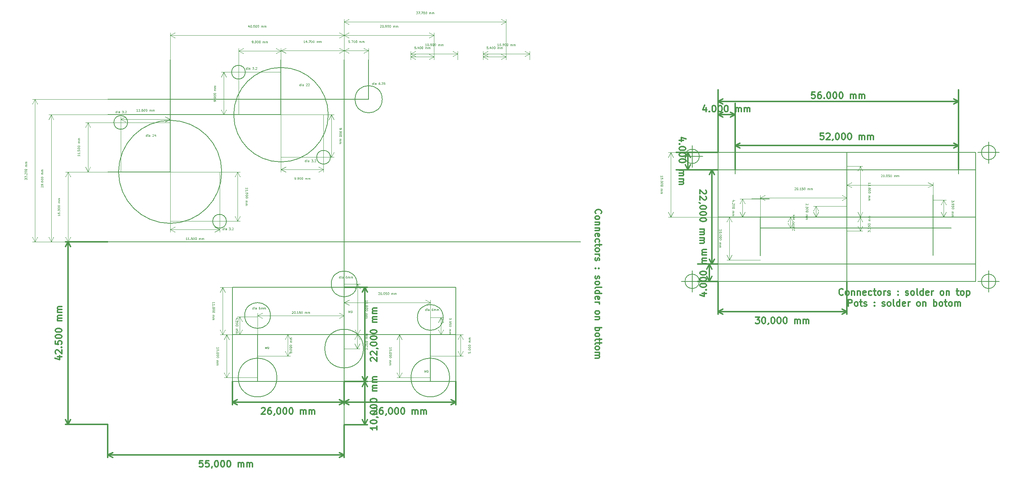
<source format=gbr>
G04 #@! TF.GenerationSoftware,KiCad,Pcbnew,(5.1.4)-1*
G04 #@! TF.CreationDate,2019-12-04T23:16:08+01:00*
G04 #@! TF.ProjectId,instru_bab_v2,696e7374-7275-45f6-9261-625f76322e6b,rev?*
G04 #@! TF.SameCoordinates,Original*
G04 #@! TF.FileFunction,Other,ECO2*
%FSLAX46Y46*%
G04 Gerber Fmt 4.6, Leading zero omitted, Abs format (unit mm)*
G04 Created by KiCad (PCBNEW (5.1.4)-1) date 2019-12-04 23:16:08*
%MOMM*%
%LPD*%
G04 APERTURE LIST*
%ADD10C,0.100000*%
%ADD11C,0.200000*%
%ADD12C,0.300000*%
G04 APERTURE END LIST*
D10*
X98517552Y-95627101D02*
X98517552Y-95341387D01*
X98517552Y-95484244D02*
X99017552Y-95484244D01*
X98946123Y-95436625D01*
X98898504Y-95389006D01*
X98874695Y-95341387D01*
X99017552Y-95936625D02*
X99017552Y-95984244D01*
X98993743Y-96031863D01*
X98969933Y-96055673D01*
X98922314Y-96079482D01*
X98827076Y-96103292D01*
X98708028Y-96103292D01*
X98612790Y-96079482D01*
X98565171Y-96055673D01*
X98541362Y-96031863D01*
X98517552Y-95984244D01*
X98517552Y-95936625D01*
X98541362Y-95889006D01*
X98565171Y-95865196D01*
X98612790Y-95841387D01*
X98708028Y-95817577D01*
X98827076Y-95817577D01*
X98922314Y-95841387D01*
X98969933Y-95865196D01*
X98993743Y-95889006D01*
X99017552Y-95936625D01*
X98565171Y-96317577D02*
X98541362Y-96341387D01*
X98517552Y-96317577D01*
X98541362Y-96293768D01*
X98565171Y-96317577D01*
X98517552Y-96317577D01*
X99017552Y-96650911D02*
X99017552Y-96698530D01*
X98993743Y-96746149D01*
X98969933Y-96769958D01*
X98922314Y-96793768D01*
X98827076Y-96817577D01*
X98708028Y-96817577D01*
X98612790Y-96793768D01*
X98565171Y-96769958D01*
X98541362Y-96746149D01*
X98517552Y-96698530D01*
X98517552Y-96650911D01*
X98541362Y-96603292D01*
X98565171Y-96579482D01*
X98612790Y-96555673D01*
X98708028Y-96531863D01*
X98827076Y-96531863D01*
X98922314Y-96555673D01*
X98969933Y-96579482D01*
X98993743Y-96603292D01*
X99017552Y-96650911D01*
X99017552Y-97127101D02*
X99017552Y-97174720D01*
X98993743Y-97222339D01*
X98969933Y-97246149D01*
X98922314Y-97269958D01*
X98827076Y-97293768D01*
X98708028Y-97293768D01*
X98612790Y-97269958D01*
X98565171Y-97246149D01*
X98541362Y-97222339D01*
X98517552Y-97174720D01*
X98517552Y-97127101D01*
X98541362Y-97079482D01*
X98565171Y-97055673D01*
X98612790Y-97031863D01*
X98708028Y-97008054D01*
X98827076Y-97008054D01*
X98922314Y-97031863D01*
X98969933Y-97055673D01*
X98993743Y-97079482D01*
X99017552Y-97127101D01*
X99017552Y-97603292D02*
X99017552Y-97650911D01*
X98993743Y-97698530D01*
X98969933Y-97722339D01*
X98922314Y-97746149D01*
X98827076Y-97769958D01*
X98708028Y-97769958D01*
X98612790Y-97746149D01*
X98565171Y-97722339D01*
X98541362Y-97698530D01*
X98517552Y-97650911D01*
X98517552Y-97603292D01*
X98541362Y-97555673D01*
X98565171Y-97531863D01*
X98612790Y-97508054D01*
X98708028Y-97484244D01*
X98827076Y-97484244D01*
X98922314Y-97508054D01*
X98969933Y-97531863D01*
X98993743Y-97555673D01*
X99017552Y-97603292D01*
X98517552Y-98365196D02*
X98850885Y-98365196D01*
X98803266Y-98365196D02*
X98827076Y-98389006D01*
X98850885Y-98436625D01*
X98850885Y-98508054D01*
X98827076Y-98555673D01*
X98779457Y-98579482D01*
X98517552Y-98579482D01*
X98779457Y-98579482D02*
X98827076Y-98603292D01*
X98850885Y-98650911D01*
X98850885Y-98722339D01*
X98827076Y-98769958D01*
X98779457Y-98793768D01*
X98517552Y-98793768D01*
X98517552Y-99031863D02*
X98850885Y-99031863D01*
X98803266Y-99031863D02*
X98827076Y-99055673D01*
X98850885Y-99103292D01*
X98850885Y-99174720D01*
X98827076Y-99222339D01*
X98779457Y-99246149D01*
X98517552Y-99246149D01*
X98779457Y-99246149D02*
X98827076Y-99269958D01*
X98850885Y-99317577D01*
X98850885Y-99389006D01*
X98827076Y-99436625D01*
X98779457Y-99460435D01*
X98517552Y-99460435D01*
X100843743Y-92412816D02*
X100843743Y-102412816D01*
X108043743Y-92412816D02*
X100257322Y-92412816D01*
X108043743Y-102412816D02*
X100257322Y-102412816D01*
X100843743Y-102412816D02*
X100257322Y-101286312D01*
X100843743Y-102412816D02*
X101430164Y-101286312D01*
X100843743Y-92412816D02*
X100257322Y-93539320D01*
X100843743Y-92412816D02*
X101430164Y-93539320D01*
X58317054Y-95626603D02*
X58317054Y-95340889D01*
X58317054Y-95483746D02*
X58817054Y-95483746D01*
X58745625Y-95436127D01*
X58698006Y-95388508D01*
X58674197Y-95340889D01*
X58817054Y-95936127D02*
X58817054Y-95983746D01*
X58793245Y-96031365D01*
X58769435Y-96055175D01*
X58721816Y-96078984D01*
X58626578Y-96102794D01*
X58507530Y-96102794D01*
X58412292Y-96078984D01*
X58364673Y-96055175D01*
X58340864Y-96031365D01*
X58317054Y-95983746D01*
X58317054Y-95936127D01*
X58340864Y-95888508D01*
X58364673Y-95864698D01*
X58412292Y-95840889D01*
X58507530Y-95817079D01*
X58626578Y-95817079D01*
X58721816Y-95840889D01*
X58769435Y-95864698D01*
X58793245Y-95888508D01*
X58817054Y-95936127D01*
X58364673Y-96317079D02*
X58340864Y-96340889D01*
X58317054Y-96317079D01*
X58340864Y-96293270D01*
X58364673Y-96317079D01*
X58317054Y-96317079D01*
X58817054Y-96650413D02*
X58817054Y-96698032D01*
X58793245Y-96745651D01*
X58769435Y-96769460D01*
X58721816Y-96793270D01*
X58626578Y-96817079D01*
X58507530Y-96817079D01*
X58412292Y-96793270D01*
X58364673Y-96769460D01*
X58340864Y-96745651D01*
X58317054Y-96698032D01*
X58317054Y-96650413D01*
X58340864Y-96602794D01*
X58364673Y-96578984D01*
X58412292Y-96555175D01*
X58507530Y-96531365D01*
X58626578Y-96531365D01*
X58721816Y-96555175D01*
X58769435Y-96578984D01*
X58793245Y-96602794D01*
X58817054Y-96650413D01*
X58817054Y-97126603D02*
X58817054Y-97174222D01*
X58793245Y-97221841D01*
X58769435Y-97245651D01*
X58721816Y-97269460D01*
X58626578Y-97293270D01*
X58507530Y-97293270D01*
X58412292Y-97269460D01*
X58364673Y-97245651D01*
X58340864Y-97221841D01*
X58317054Y-97174222D01*
X58317054Y-97126603D01*
X58340864Y-97078984D01*
X58364673Y-97055175D01*
X58412292Y-97031365D01*
X58507530Y-97007556D01*
X58626578Y-97007556D01*
X58721816Y-97031365D01*
X58769435Y-97055175D01*
X58793245Y-97078984D01*
X58817054Y-97126603D01*
X58817054Y-97602794D02*
X58817054Y-97650413D01*
X58793245Y-97698032D01*
X58769435Y-97721841D01*
X58721816Y-97745651D01*
X58626578Y-97769460D01*
X58507530Y-97769460D01*
X58412292Y-97745651D01*
X58364673Y-97721841D01*
X58340864Y-97698032D01*
X58317054Y-97650413D01*
X58317054Y-97602794D01*
X58340864Y-97555175D01*
X58364673Y-97531365D01*
X58412292Y-97507556D01*
X58507530Y-97483746D01*
X58626578Y-97483746D01*
X58721816Y-97507556D01*
X58769435Y-97531365D01*
X58793245Y-97555175D01*
X58817054Y-97602794D01*
X58317054Y-98364698D02*
X58650387Y-98364698D01*
X58602768Y-98364698D02*
X58626578Y-98388508D01*
X58650387Y-98436127D01*
X58650387Y-98507556D01*
X58626578Y-98555175D01*
X58578959Y-98578984D01*
X58317054Y-98578984D01*
X58578959Y-98578984D02*
X58626578Y-98602794D01*
X58650387Y-98650413D01*
X58650387Y-98721841D01*
X58626578Y-98769460D01*
X58578959Y-98793270D01*
X58317054Y-98793270D01*
X58317054Y-99031365D02*
X58650387Y-99031365D01*
X58602768Y-99031365D02*
X58626578Y-99055175D01*
X58650387Y-99102794D01*
X58650387Y-99174222D01*
X58626578Y-99221841D01*
X58578959Y-99245651D01*
X58317054Y-99245651D01*
X58578959Y-99245651D02*
X58626578Y-99269460D01*
X58650387Y-99317079D01*
X58650387Y-99388508D01*
X58626578Y-99436127D01*
X58578959Y-99459937D01*
X58317054Y-99459937D01*
X60643245Y-92412318D02*
X60643245Y-102412318D01*
X67843245Y-92412318D02*
X60056824Y-92412318D01*
X67843245Y-102412318D02*
X60056824Y-102412318D01*
X60643245Y-102412318D02*
X60056824Y-101285814D01*
X60643245Y-102412318D02*
X61229666Y-101285814D01*
X60643245Y-92412318D02*
X60056824Y-93538822D01*
X60643245Y-92412318D02*
X61229666Y-93538822D01*
X92902744Y-95885522D02*
X92902744Y-95575999D01*
X93093220Y-95742665D01*
X93093220Y-95671237D01*
X93117030Y-95623618D01*
X93140839Y-95599808D01*
X93188458Y-95575999D01*
X93307506Y-95575999D01*
X93355125Y-95599808D01*
X93378934Y-95623618D01*
X93402744Y-95671237D01*
X93402744Y-95814094D01*
X93378934Y-95861713D01*
X93355125Y-95885522D01*
X93355125Y-95361713D02*
X93378934Y-95337903D01*
X93402744Y-95361713D01*
X93378934Y-95385522D01*
X93355125Y-95361713D01*
X93402744Y-95361713D01*
X92950363Y-95147427D02*
X92926554Y-95123618D01*
X92902744Y-95075999D01*
X92902744Y-94956951D01*
X92926554Y-94909332D01*
X92950363Y-94885522D01*
X92997982Y-94861713D01*
X93045601Y-94861713D01*
X93117030Y-94885522D01*
X93402744Y-95171237D01*
X93402744Y-94861713D01*
X92902744Y-94409332D02*
X92902744Y-94647427D01*
X93140839Y-94671237D01*
X93117030Y-94647427D01*
X93093220Y-94599808D01*
X93093220Y-94480760D01*
X93117030Y-94433141D01*
X93140839Y-94409332D01*
X93188458Y-94385522D01*
X93307506Y-94385522D01*
X93355125Y-94409332D01*
X93378934Y-94433141D01*
X93402744Y-94480760D01*
X93402744Y-94599808D01*
X93378934Y-94647427D01*
X93355125Y-94671237D01*
X92902744Y-94075999D02*
X92902744Y-94028380D01*
X92926554Y-93980760D01*
X92950363Y-93956951D01*
X92997982Y-93933141D01*
X93093220Y-93909332D01*
X93212268Y-93909332D01*
X93307506Y-93933141D01*
X93355125Y-93956951D01*
X93378934Y-93980760D01*
X93402744Y-94028380D01*
X93402744Y-94075999D01*
X93378934Y-94123618D01*
X93355125Y-94147427D01*
X93307506Y-94171237D01*
X93212268Y-94195046D01*
X93093220Y-94195046D01*
X92997982Y-94171237D01*
X92950363Y-94147427D01*
X92926554Y-94123618D01*
X92902744Y-94075999D01*
X93402744Y-93314094D02*
X93069411Y-93314094D01*
X93117030Y-93314094D02*
X93093220Y-93290284D01*
X93069411Y-93242665D01*
X93069411Y-93171237D01*
X93093220Y-93123618D01*
X93140839Y-93099808D01*
X93402744Y-93099808D01*
X93140839Y-93099808D02*
X93093220Y-93075999D01*
X93069411Y-93028380D01*
X93069411Y-92956951D01*
X93093220Y-92909332D01*
X93140839Y-92885522D01*
X93402744Y-92885522D01*
X93402744Y-92647427D02*
X93069411Y-92647427D01*
X93117030Y-92647427D02*
X93093220Y-92623618D01*
X93069411Y-92575999D01*
X93069411Y-92504570D01*
X93093220Y-92456951D01*
X93140839Y-92433141D01*
X93402744Y-92433141D01*
X93140839Y-92433141D02*
X93093220Y-92409332D01*
X93069411Y-92361713D01*
X93069411Y-92290284D01*
X93093220Y-92242665D01*
X93140839Y-92218856D01*
X93402744Y-92218856D01*
X91076554Y-95653380D02*
X91076554Y-92403380D01*
X87976554Y-95653380D02*
X91662975Y-95653380D01*
X87976554Y-92403380D02*
X91662975Y-92403380D01*
X91076554Y-92403380D02*
X91662975Y-93529884D01*
X91076554Y-92403380D02*
X90490133Y-93529884D01*
X91076554Y-95653380D02*
X91662975Y-94526876D01*
X91076554Y-95653380D02*
X90490133Y-94526876D01*
X209926190Y-68482142D02*
X209926190Y-68172619D01*
X210116666Y-68339285D01*
X210116666Y-68267857D01*
X210140476Y-68220238D01*
X210164285Y-68196428D01*
X210211904Y-68172619D01*
X210330952Y-68172619D01*
X210378571Y-68196428D01*
X210402380Y-68220238D01*
X210426190Y-68267857D01*
X210426190Y-68410714D01*
X210402380Y-68458333D01*
X210378571Y-68482142D01*
X210378571Y-67958333D02*
X210402380Y-67934523D01*
X210426190Y-67958333D01*
X210402380Y-67982142D01*
X210378571Y-67958333D01*
X210426190Y-67958333D01*
X209973809Y-67744047D02*
X209950000Y-67720238D01*
X209926190Y-67672619D01*
X209926190Y-67553571D01*
X209950000Y-67505952D01*
X209973809Y-67482142D01*
X210021428Y-67458333D01*
X210069047Y-67458333D01*
X210140476Y-67482142D01*
X210426190Y-67767857D01*
X210426190Y-67458333D01*
X209926190Y-67005952D02*
X209926190Y-67244047D01*
X210164285Y-67267857D01*
X210140476Y-67244047D01*
X210116666Y-67196428D01*
X210116666Y-67077380D01*
X210140476Y-67029761D01*
X210164285Y-67005952D01*
X210211904Y-66982142D01*
X210330952Y-66982142D01*
X210378571Y-67005952D01*
X210402380Y-67029761D01*
X210426190Y-67077380D01*
X210426190Y-67196428D01*
X210402380Y-67244047D01*
X210378571Y-67267857D01*
X209926190Y-66672619D02*
X209926190Y-66625000D01*
X209950000Y-66577380D01*
X209973809Y-66553571D01*
X210021428Y-66529761D01*
X210116666Y-66505952D01*
X210235714Y-66505952D01*
X210330952Y-66529761D01*
X210378571Y-66553571D01*
X210402380Y-66577380D01*
X210426190Y-66625000D01*
X210426190Y-66672619D01*
X210402380Y-66720238D01*
X210378571Y-66744047D01*
X210330952Y-66767857D01*
X210235714Y-66791666D01*
X210116666Y-66791666D01*
X210021428Y-66767857D01*
X209973809Y-66744047D01*
X209950000Y-66720238D01*
X209926190Y-66672619D01*
X210426190Y-65910714D02*
X210092857Y-65910714D01*
X210140476Y-65910714D02*
X210116666Y-65886904D01*
X210092857Y-65839285D01*
X210092857Y-65767857D01*
X210116666Y-65720238D01*
X210164285Y-65696428D01*
X210426190Y-65696428D01*
X210164285Y-65696428D02*
X210116666Y-65672619D01*
X210092857Y-65625000D01*
X210092857Y-65553571D01*
X210116666Y-65505952D01*
X210164285Y-65482142D01*
X210426190Y-65482142D01*
X210426190Y-65244047D02*
X210092857Y-65244047D01*
X210140476Y-65244047D02*
X210116666Y-65220238D01*
X210092857Y-65172619D01*
X210092857Y-65101190D01*
X210116666Y-65053571D01*
X210164285Y-65029761D01*
X210426190Y-65029761D01*
X210164285Y-65029761D02*
X210116666Y-65005952D01*
X210092857Y-64958333D01*
X210092857Y-64886904D01*
X210116666Y-64839285D01*
X210164285Y-64815476D01*
X210426190Y-64815476D01*
X208100000Y-68250000D02*
X208100000Y-65000000D01*
X205000000Y-68250000D02*
X208686421Y-68250000D01*
X205000000Y-65000000D02*
X208686421Y-65000000D01*
X208100000Y-65000000D02*
X208686421Y-66126504D01*
X208100000Y-65000000D02*
X207513579Y-66126504D01*
X208100000Y-68250000D02*
X208686421Y-67123496D01*
X208100000Y-68250000D02*
X207513579Y-67123496D01*
X175323809Y-68214285D02*
X175323809Y-67928571D01*
X175323809Y-68071428D02*
X175823809Y-68071428D01*
X175752380Y-68023809D01*
X175704761Y-67976190D01*
X175680952Y-67928571D01*
X175823809Y-68523809D02*
X175823809Y-68571428D01*
X175800000Y-68619047D01*
X175776190Y-68642857D01*
X175728571Y-68666666D01*
X175633333Y-68690476D01*
X175514285Y-68690476D01*
X175419047Y-68666666D01*
X175371428Y-68642857D01*
X175347619Y-68619047D01*
X175323809Y-68571428D01*
X175323809Y-68523809D01*
X175347619Y-68476190D01*
X175371428Y-68452380D01*
X175419047Y-68428571D01*
X175514285Y-68404761D01*
X175633333Y-68404761D01*
X175728571Y-68428571D01*
X175776190Y-68452380D01*
X175800000Y-68476190D01*
X175823809Y-68523809D01*
X175371428Y-68904761D02*
X175347619Y-68928571D01*
X175323809Y-68904761D01*
X175347619Y-68880952D01*
X175371428Y-68904761D01*
X175323809Y-68904761D01*
X175823809Y-69238095D02*
X175823809Y-69285714D01*
X175800000Y-69333333D01*
X175776190Y-69357142D01*
X175728571Y-69380952D01*
X175633333Y-69404761D01*
X175514285Y-69404761D01*
X175419047Y-69380952D01*
X175371428Y-69357142D01*
X175347619Y-69333333D01*
X175323809Y-69285714D01*
X175323809Y-69238095D01*
X175347619Y-69190476D01*
X175371428Y-69166666D01*
X175419047Y-69142857D01*
X175514285Y-69119047D01*
X175633333Y-69119047D01*
X175728571Y-69142857D01*
X175776190Y-69166666D01*
X175800000Y-69190476D01*
X175823809Y-69238095D01*
X175823809Y-69714285D02*
X175823809Y-69761904D01*
X175800000Y-69809523D01*
X175776190Y-69833333D01*
X175728571Y-69857142D01*
X175633333Y-69880952D01*
X175514285Y-69880952D01*
X175419047Y-69857142D01*
X175371428Y-69833333D01*
X175347619Y-69809523D01*
X175323809Y-69761904D01*
X175323809Y-69714285D01*
X175347619Y-69666666D01*
X175371428Y-69642857D01*
X175419047Y-69619047D01*
X175514285Y-69595238D01*
X175633333Y-69595238D01*
X175728571Y-69619047D01*
X175776190Y-69642857D01*
X175800000Y-69666666D01*
X175823809Y-69714285D01*
X175823809Y-70190476D02*
X175823809Y-70238095D01*
X175800000Y-70285714D01*
X175776190Y-70309523D01*
X175728571Y-70333333D01*
X175633333Y-70357142D01*
X175514285Y-70357142D01*
X175419047Y-70333333D01*
X175371428Y-70309523D01*
X175347619Y-70285714D01*
X175323809Y-70238095D01*
X175323809Y-70190476D01*
X175347619Y-70142857D01*
X175371428Y-70119047D01*
X175419047Y-70095238D01*
X175514285Y-70071428D01*
X175633333Y-70071428D01*
X175728571Y-70095238D01*
X175776190Y-70119047D01*
X175800000Y-70142857D01*
X175823809Y-70190476D01*
X175323809Y-70952380D02*
X175657142Y-70952380D01*
X175609523Y-70952380D02*
X175633333Y-70976190D01*
X175657142Y-71023809D01*
X175657142Y-71095238D01*
X175633333Y-71142857D01*
X175585714Y-71166666D01*
X175323809Y-71166666D01*
X175585714Y-71166666D02*
X175633333Y-71190476D01*
X175657142Y-71238095D01*
X175657142Y-71309523D01*
X175633333Y-71357142D01*
X175585714Y-71380952D01*
X175323809Y-71380952D01*
X175323809Y-71619047D02*
X175657142Y-71619047D01*
X175609523Y-71619047D02*
X175633333Y-71642857D01*
X175657142Y-71690476D01*
X175657142Y-71761904D01*
X175633333Y-71809523D01*
X175585714Y-71833333D01*
X175323809Y-71833333D01*
X175585714Y-71833333D02*
X175633333Y-71857142D01*
X175657142Y-71904761D01*
X175657142Y-71976190D01*
X175633333Y-72023809D01*
X175585714Y-72047619D01*
X175323809Y-72047619D01*
X177650000Y-65000000D02*
X177650000Y-75000000D01*
X184850000Y-65000000D02*
X177063579Y-65000000D01*
X184850000Y-75000000D02*
X177063579Y-75000000D01*
X177650000Y-75000000D02*
X177063579Y-73873496D01*
X177650000Y-75000000D02*
X178236421Y-73873496D01*
X177650000Y-65000000D02*
X177063579Y-66126504D01*
X177650000Y-65000000D02*
X178236421Y-66126504D01*
D11*
X184850000Y-67600000D02*
X229300000Y-67600000D01*
D10*
X79126190Y-52176190D02*
X79126190Y-51676190D01*
X79126190Y-52152380D02*
X79078571Y-52176190D01*
X78983333Y-52176190D01*
X78935714Y-52152380D01*
X78911904Y-52128571D01*
X78888095Y-52080952D01*
X78888095Y-51938095D01*
X78911904Y-51890476D01*
X78935714Y-51866666D01*
X78983333Y-51842857D01*
X79078571Y-51842857D01*
X79126190Y-51866666D01*
X79364285Y-52176190D02*
X79364285Y-51842857D01*
X79364285Y-51676190D02*
X79340476Y-51700000D01*
X79364285Y-51723809D01*
X79388095Y-51700000D01*
X79364285Y-51676190D01*
X79364285Y-51723809D01*
X79816666Y-52176190D02*
X79816666Y-51914285D01*
X79792857Y-51866666D01*
X79745238Y-51842857D01*
X79650000Y-51842857D01*
X79602380Y-51866666D01*
X79816666Y-52152380D02*
X79769047Y-52176190D01*
X79650000Y-52176190D01*
X79602380Y-52152380D01*
X79578571Y-52104761D01*
X79578571Y-52057142D01*
X79602380Y-52009523D01*
X79650000Y-51985714D01*
X79769047Y-51985714D01*
X79816666Y-51961904D01*
X80388095Y-51676190D02*
X80697619Y-51676190D01*
X80530952Y-51866666D01*
X80602380Y-51866666D01*
X80650000Y-51890476D01*
X80673809Y-51914285D01*
X80697619Y-51961904D01*
X80697619Y-52080952D01*
X80673809Y-52128571D01*
X80650000Y-52152380D01*
X80602380Y-52176190D01*
X80459523Y-52176190D01*
X80411904Y-52152380D01*
X80388095Y-52128571D01*
X80911904Y-52128571D02*
X80935714Y-52152380D01*
X80911904Y-52176190D01*
X80888095Y-52152380D01*
X80911904Y-52128571D01*
X80911904Y-52176190D01*
X81126190Y-51723809D02*
X81150000Y-51700000D01*
X81197619Y-51676190D01*
X81316666Y-51676190D01*
X81364285Y-51700000D01*
X81388095Y-51723809D01*
X81411904Y-51771428D01*
X81411904Y-51819047D01*
X81388095Y-51890476D01*
X81102380Y-52176190D01*
X81411904Y-52176190D01*
X65376190Y-30626190D02*
X65376190Y-30126190D01*
X65376190Y-30602380D02*
X65328571Y-30626190D01*
X65233333Y-30626190D01*
X65185714Y-30602380D01*
X65161904Y-30578571D01*
X65138095Y-30530952D01*
X65138095Y-30388095D01*
X65161904Y-30340476D01*
X65185714Y-30316666D01*
X65233333Y-30292857D01*
X65328571Y-30292857D01*
X65376190Y-30316666D01*
X65614285Y-30626190D02*
X65614285Y-30292857D01*
X65614285Y-30126190D02*
X65590476Y-30150000D01*
X65614285Y-30173809D01*
X65638095Y-30150000D01*
X65614285Y-30126190D01*
X65614285Y-30173809D01*
X66066666Y-30626190D02*
X66066666Y-30364285D01*
X66042857Y-30316666D01*
X65995238Y-30292857D01*
X65900000Y-30292857D01*
X65852380Y-30316666D01*
X66066666Y-30602380D02*
X66019047Y-30626190D01*
X65900000Y-30626190D01*
X65852380Y-30602380D01*
X65828571Y-30554761D01*
X65828571Y-30507142D01*
X65852380Y-30459523D01*
X65900000Y-30435714D01*
X66019047Y-30435714D01*
X66066666Y-30411904D01*
X66638095Y-30126190D02*
X66947619Y-30126190D01*
X66780952Y-30316666D01*
X66852380Y-30316666D01*
X66900000Y-30340476D01*
X66923809Y-30364285D01*
X66947619Y-30411904D01*
X66947619Y-30530952D01*
X66923809Y-30578571D01*
X66900000Y-30602380D01*
X66852380Y-30626190D01*
X66709523Y-30626190D01*
X66661904Y-30602380D01*
X66638095Y-30578571D01*
X67161904Y-30578571D02*
X67185714Y-30602380D01*
X67161904Y-30626190D01*
X67138095Y-30602380D01*
X67161904Y-30578571D01*
X67161904Y-30626190D01*
X67376190Y-30173809D02*
X67400000Y-30150000D01*
X67447619Y-30126190D01*
X67566666Y-30126190D01*
X67614285Y-30150000D01*
X67638095Y-30173809D01*
X67661904Y-30221428D01*
X67661904Y-30269047D01*
X67638095Y-30340476D01*
X67352380Y-30626190D01*
X67661904Y-30626190D01*
D11*
X84800000Y-51100000D02*
G75*
G03X84800000Y-51100000I-1600000J0D01*
G01*
X65000000Y-31300000D02*
G75*
G03X65000000Y-31300000I-1600000J0D01*
G01*
D10*
X76464285Y-56276190D02*
X76559523Y-56276190D01*
X76607142Y-56252380D01*
X76630952Y-56228571D01*
X76678571Y-56157142D01*
X76702380Y-56061904D01*
X76702380Y-55871428D01*
X76678571Y-55823809D01*
X76654761Y-55800000D01*
X76607142Y-55776190D01*
X76511904Y-55776190D01*
X76464285Y-55800000D01*
X76440476Y-55823809D01*
X76416666Y-55871428D01*
X76416666Y-55990476D01*
X76440476Y-56038095D01*
X76464285Y-56061904D01*
X76511904Y-56085714D01*
X76607142Y-56085714D01*
X76654761Y-56061904D01*
X76678571Y-56038095D01*
X76702380Y-55990476D01*
X76916666Y-56228571D02*
X76940476Y-56252380D01*
X76916666Y-56276190D01*
X76892857Y-56252380D01*
X76916666Y-56228571D01*
X76916666Y-56276190D01*
X77178571Y-56276190D02*
X77273809Y-56276190D01*
X77321428Y-56252380D01*
X77345238Y-56228571D01*
X77392857Y-56157142D01*
X77416666Y-56061904D01*
X77416666Y-55871428D01*
X77392857Y-55823809D01*
X77369047Y-55800000D01*
X77321428Y-55776190D01*
X77226190Y-55776190D01*
X77178571Y-55800000D01*
X77154761Y-55823809D01*
X77130952Y-55871428D01*
X77130952Y-55990476D01*
X77154761Y-56038095D01*
X77178571Y-56061904D01*
X77226190Y-56085714D01*
X77321428Y-56085714D01*
X77369047Y-56061904D01*
X77392857Y-56038095D01*
X77416666Y-55990476D01*
X77726190Y-55776190D02*
X77773809Y-55776190D01*
X77821428Y-55800000D01*
X77845238Y-55823809D01*
X77869047Y-55871428D01*
X77892857Y-55966666D01*
X77892857Y-56085714D01*
X77869047Y-56180952D01*
X77845238Y-56228571D01*
X77821428Y-56252380D01*
X77773809Y-56276190D01*
X77726190Y-56276190D01*
X77678571Y-56252380D01*
X77654761Y-56228571D01*
X77630952Y-56180952D01*
X77607142Y-56085714D01*
X77607142Y-55966666D01*
X77630952Y-55871428D01*
X77654761Y-55823809D01*
X77678571Y-55800000D01*
X77726190Y-55776190D01*
X78202380Y-55776190D02*
X78250000Y-55776190D01*
X78297619Y-55800000D01*
X78321428Y-55823809D01*
X78345238Y-55871428D01*
X78369047Y-55966666D01*
X78369047Y-56085714D01*
X78345238Y-56180952D01*
X78321428Y-56228571D01*
X78297619Y-56252380D01*
X78250000Y-56276190D01*
X78202380Y-56276190D01*
X78154761Y-56252380D01*
X78130952Y-56228571D01*
X78107142Y-56180952D01*
X78083333Y-56085714D01*
X78083333Y-55966666D01*
X78107142Y-55871428D01*
X78130952Y-55823809D01*
X78154761Y-55800000D01*
X78202380Y-55776190D01*
X78964285Y-56276190D02*
X78964285Y-55942857D01*
X78964285Y-55990476D02*
X78988095Y-55966666D01*
X79035714Y-55942857D01*
X79107142Y-55942857D01*
X79154761Y-55966666D01*
X79178571Y-56014285D01*
X79178571Y-56276190D01*
X79178571Y-56014285D02*
X79202380Y-55966666D01*
X79250000Y-55942857D01*
X79321428Y-55942857D01*
X79369047Y-55966666D01*
X79392857Y-56014285D01*
X79392857Y-56276190D01*
X79630952Y-56276190D02*
X79630952Y-55942857D01*
X79630952Y-55990476D02*
X79654761Y-55966666D01*
X79702380Y-55942857D01*
X79773809Y-55942857D01*
X79821428Y-55966666D01*
X79845238Y-56014285D01*
X79845238Y-56276190D01*
X79845238Y-56014285D02*
X79869047Y-55966666D01*
X79916666Y-55942857D01*
X79988095Y-55942857D01*
X80035714Y-55966666D01*
X80059523Y-56014285D01*
X80059523Y-56276190D01*
X73300000Y-53950000D02*
X83200000Y-53950000D01*
X73300000Y-41200000D02*
X73300000Y-54536421D01*
X83200000Y-41200000D02*
X83200000Y-54536421D01*
X83200000Y-53950000D02*
X82073496Y-54536421D01*
X83200000Y-53950000D02*
X82073496Y-53363579D01*
X73300000Y-53950000D02*
X74426504Y-54536421D01*
X73300000Y-53950000D02*
X74426504Y-53363579D01*
X66564285Y-24476190D02*
X66659523Y-24476190D01*
X66707142Y-24452380D01*
X66730952Y-24428571D01*
X66778571Y-24357142D01*
X66802380Y-24261904D01*
X66802380Y-24071428D01*
X66778571Y-24023809D01*
X66754761Y-24000000D01*
X66707142Y-23976190D01*
X66611904Y-23976190D01*
X66564285Y-24000000D01*
X66540476Y-24023809D01*
X66516666Y-24071428D01*
X66516666Y-24190476D01*
X66540476Y-24238095D01*
X66564285Y-24261904D01*
X66611904Y-24285714D01*
X66707142Y-24285714D01*
X66754761Y-24261904D01*
X66778571Y-24238095D01*
X66802380Y-24190476D01*
X67016666Y-24428571D02*
X67040476Y-24452380D01*
X67016666Y-24476190D01*
X66992857Y-24452380D01*
X67016666Y-24428571D01*
X67016666Y-24476190D01*
X67278571Y-24476190D02*
X67373809Y-24476190D01*
X67421428Y-24452380D01*
X67445238Y-24428571D01*
X67492857Y-24357142D01*
X67516666Y-24261904D01*
X67516666Y-24071428D01*
X67492857Y-24023809D01*
X67469047Y-24000000D01*
X67421428Y-23976190D01*
X67326190Y-23976190D01*
X67278571Y-24000000D01*
X67254761Y-24023809D01*
X67230952Y-24071428D01*
X67230952Y-24190476D01*
X67254761Y-24238095D01*
X67278571Y-24261904D01*
X67326190Y-24285714D01*
X67421428Y-24285714D01*
X67469047Y-24261904D01*
X67492857Y-24238095D01*
X67516666Y-24190476D01*
X67826190Y-23976190D02*
X67873809Y-23976190D01*
X67921428Y-24000000D01*
X67945238Y-24023809D01*
X67969047Y-24071428D01*
X67992857Y-24166666D01*
X67992857Y-24285714D01*
X67969047Y-24380952D01*
X67945238Y-24428571D01*
X67921428Y-24452380D01*
X67873809Y-24476190D01*
X67826190Y-24476190D01*
X67778571Y-24452380D01*
X67754761Y-24428571D01*
X67730952Y-24380952D01*
X67707142Y-24285714D01*
X67707142Y-24166666D01*
X67730952Y-24071428D01*
X67754761Y-24023809D01*
X67778571Y-24000000D01*
X67826190Y-23976190D01*
X68302380Y-23976190D02*
X68350000Y-23976190D01*
X68397619Y-24000000D01*
X68421428Y-24023809D01*
X68445238Y-24071428D01*
X68469047Y-24166666D01*
X68469047Y-24285714D01*
X68445238Y-24380952D01*
X68421428Y-24428571D01*
X68397619Y-24452380D01*
X68350000Y-24476190D01*
X68302380Y-24476190D01*
X68254761Y-24452380D01*
X68230952Y-24428571D01*
X68207142Y-24380952D01*
X68183333Y-24285714D01*
X68183333Y-24166666D01*
X68207142Y-24071428D01*
X68230952Y-24023809D01*
X68254761Y-24000000D01*
X68302380Y-23976190D01*
X69064285Y-24476190D02*
X69064285Y-24142857D01*
X69064285Y-24190476D02*
X69088095Y-24166666D01*
X69135714Y-24142857D01*
X69207142Y-24142857D01*
X69254761Y-24166666D01*
X69278571Y-24214285D01*
X69278571Y-24476190D01*
X69278571Y-24214285D02*
X69302380Y-24166666D01*
X69350000Y-24142857D01*
X69421428Y-24142857D01*
X69469047Y-24166666D01*
X69492857Y-24214285D01*
X69492857Y-24476190D01*
X69730952Y-24476190D02*
X69730952Y-24142857D01*
X69730952Y-24190476D02*
X69754761Y-24166666D01*
X69802380Y-24142857D01*
X69873809Y-24142857D01*
X69921428Y-24166666D01*
X69945238Y-24214285D01*
X69945238Y-24476190D01*
X69945238Y-24214285D02*
X69969047Y-24166666D01*
X70016666Y-24142857D01*
X70088095Y-24142857D01*
X70135714Y-24166666D01*
X70159523Y-24214285D01*
X70159523Y-24476190D01*
X73300000Y-26350000D02*
X63400000Y-26350000D01*
X73300000Y-41200000D02*
X73300000Y-25763579D01*
X63400000Y-41200000D02*
X63400000Y-25763579D01*
X63400000Y-26350000D02*
X64526504Y-25763579D01*
X63400000Y-26350000D02*
X64526504Y-26936421D01*
X73300000Y-26350000D02*
X72173496Y-25763579D01*
X73300000Y-26350000D02*
X72173496Y-26936421D01*
X86873809Y-44364285D02*
X86873809Y-44459523D01*
X86897619Y-44507142D01*
X86921428Y-44530952D01*
X86992857Y-44578571D01*
X87088095Y-44602380D01*
X87278571Y-44602380D01*
X87326190Y-44578571D01*
X87350000Y-44554761D01*
X87373809Y-44507142D01*
X87373809Y-44411904D01*
X87350000Y-44364285D01*
X87326190Y-44340476D01*
X87278571Y-44316666D01*
X87159523Y-44316666D01*
X87111904Y-44340476D01*
X87088095Y-44364285D01*
X87064285Y-44411904D01*
X87064285Y-44507142D01*
X87088095Y-44554761D01*
X87111904Y-44578571D01*
X87159523Y-44602380D01*
X86921428Y-44816666D02*
X86897619Y-44840476D01*
X86873809Y-44816666D01*
X86897619Y-44792857D01*
X86921428Y-44816666D01*
X86873809Y-44816666D01*
X86873809Y-45078571D02*
X86873809Y-45173809D01*
X86897619Y-45221428D01*
X86921428Y-45245238D01*
X86992857Y-45292857D01*
X87088095Y-45316666D01*
X87278571Y-45316666D01*
X87326190Y-45292857D01*
X87350000Y-45269047D01*
X87373809Y-45221428D01*
X87373809Y-45126190D01*
X87350000Y-45078571D01*
X87326190Y-45054761D01*
X87278571Y-45030952D01*
X87159523Y-45030952D01*
X87111904Y-45054761D01*
X87088095Y-45078571D01*
X87064285Y-45126190D01*
X87064285Y-45221428D01*
X87088095Y-45269047D01*
X87111904Y-45292857D01*
X87159523Y-45316666D01*
X87373809Y-45626190D02*
X87373809Y-45673809D01*
X87350000Y-45721428D01*
X87326190Y-45745238D01*
X87278571Y-45769047D01*
X87183333Y-45792857D01*
X87064285Y-45792857D01*
X86969047Y-45769047D01*
X86921428Y-45745238D01*
X86897619Y-45721428D01*
X86873809Y-45673809D01*
X86873809Y-45626190D01*
X86897619Y-45578571D01*
X86921428Y-45554761D01*
X86969047Y-45530952D01*
X87064285Y-45507142D01*
X87183333Y-45507142D01*
X87278571Y-45530952D01*
X87326190Y-45554761D01*
X87350000Y-45578571D01*
X87373809Y-45626190D01*
X87373809Y-46102380D02*
X87373809Y-46150000D01*
X87350000Y-46197619D01*
X87326190Y-46221428D01*
X87278571Y-46245238D01*
X87183333Y-46269047D01*
X87064285Y-46269047D01*
X86969047Y-46245238D01*
X86921428Y-46221428D01*
X86897619Y-46197619D01*
X86873809Y-46150000D01*
X86873809Y-46102380D01*
X86897619Y-46054761D01*
X86921428Y-46030952D01*
X86969047Y-46007142D01*
X87064285Y-45983333D01*
X87183333Y-45983333D01*
X87278571Y-46007142D01*
X87326190Y-46030952D01*
X87350000Y-46054761D01*
X87373809Y-46102380D01*
X86873809Y-46864285D02*
X87207142Y-46864285D01*
X87159523Y-46864285D02*
X87183333Y-46888095D01*
X87207142Y-46935714D01*
X87207142Y-47007142D01*
X87183333Y-47054761D01*
X87135714Y-47078571D01*
X86873809Y-47078571D01*
X87135714Y-47078571D02*
X87183333Y-47102380D01*
X87207142Y-47150000D01*
X87207142Y-47221428D01*
X87183333Y-47269047D01*
X87135714Y-47292857D01*
X86873809Y-47292857D01*
X86873809Y-47530952D02*
X87207142Y-47530952D01*
X87159523Y-47530952D02*
X87183333Y-47554761D01*
X87207142Y-47602380D01*
X87207142Y-47673809D01*
X87183333Y-47721428D01*
X87135714Y-47745238D01*
X86873809Y-47745238D01*
X87135714Y-47745238D02*
X87183333Y-47769047D01*
X87207142Y-47816666D01*
X87207142Y-47888095D01*
X87183333Y-47935714D01*
X87135714Y-47959523D01*
X86873809Y-47959523D01*
X85000000Y-41200000D02*
X85000000Y-51100000D01*
X73300000Y-41200000D02*
X85586421Y-41200000D01*
X73300000Y-51100000D02*
X85586421Y-51100000D01*
X85000000Y-51100000D02*
X84413579Y-49973496D01*
X85000000Y-51100000D02*
X85586421Y-49973496D01*
X85000000Y-41200000D02*
X84413579Y-42326504D01*
X85000000Y-41200000D02*
X85586421Y-42326504D01*
X58126190Y-38035714D02*
X58126190Y-37940476D01*
X58102380Y-37892857D01*
X58078571Y-37869047D01*
X58007142Y-37821428D01*
X57911904Y-37797619D01*
X57721428Y-37797619D01*
X57673809Y-37821428D01*
X57650000Y-37845238D01*
X57626190Y-37892857D01*
X57626190Y-37988095D01*
X57650000Y-38035714D01*
X57673809Y-38059523D01*
X57721428Y-38083333D01*
X57840476Y-38083333D01*
X57888095Y-38059523D01*
X57911904Y-38035714D01*
X57935714Y-37988095D01*
X57935714Y-37892857D01*
X57911904Y-37845238D01*
X57888095Y-37821428D01*
X57840476Y-37797619D01*
X58078571Y-37583333D02*
X58102380Y-37559523D01*
X58126190Y-37583333D01*
X58102380Y-37607142D01*
X58078571Y-37583333D01*
X58126190Y-37583333D01*
X58126190Y-37321428D02*
X58126190Y-37226190D01*
X58102380Y-37178571D01*
X58078571Y-37154761D01*
X58007142Y-37107142D01*
X57911904Y-37083333D01*
X57721428Y-37083333D01*
X57673809Y-37107142D01*
X57650000Y-37130952D01*
X57626190Y-37178571D01*
X57626190Y-37273809D01*
X57650000Y-37321428D01*
X57673809Y-37345238D01*
X57721428Y-37369047D01*
X57840476Y-37369047D01*
X57888095Y-37345238D01*
X57911904Y-37321428D01*
X57935714Y-37273809D01*
X57935714Y-37178571D01*
X57911904Y-37130952D01*
X57888095Y-37107142D01*
X57840476Y-37083333D01*
X57626190Y-36773809D02*
X57626190Y-36726190D01*
X57650000Y-36678571D01*
X57673809Y-36654761D01*
X57721428Y-36630952D01*
X57816666Y-36607142D01*
X57935714Y-36607142D01*
X58030952Y-36630952D01*
X58078571Y-36654761D01*
X58102380Y-36678571D01*
X58126190Y-36726190D01*
X58126190Y-36773809D01*
X58102380Y-36821428D01*
X58078571Y-36845238D01*
X58030952Y-36869047D01*
X57935714Y-36892857D01*
X57816666Y-36892857D01*
X57721428Y-36869047D01*
X57673809Y-36845238D01*
X57650000Y-36821428D01*
X57626190Y-36773809D01*
X57626190Y-36297619D02*
X57626190Y-36250000D01*
X57650000Y-36202380D01*
X57673809Y-36178571D01*
X57721428Y-36154761D01*
X57816666Y-36130952D01*
X57935714Y-36130952D01*
X58030952Y-36154761D01*
X58078571Y-36178571D01*
X58102380Y-36202380D01*
X58126190Y-36250000D01*
X58126190Y-36297619D01*
X58102380Y-36345238D01*
X58078571Y-36369047D01*
X58030952Y-36392857D01*
X57935714Y-36416666D01*
X57816666Y-36416666D01*
X57721428Y-36392857D01*
X57673809Y-36369047D01*
X57650000Y-36345238D01*
X57626190Y-36297619D01*
X58126190Y-35535714D02*
X57792857Y-35535714D01*
X57840476Y-35535714D02*
X57816666Y-35511904D01*
X57792857Y-35464285D01*
X57792857Y-35392857D01*
X57816666Y-35345238D01*
X57864285Y-35321428D01*
X58126190Y-35321428D01*
X57864285Y-35321428D02*
X57816666Y-35297619D01*
X57792857Y-35250000D01*
X57792857Y-35178571D01*
X57816666Y-35130952D01*
X57864285Y-35107142D01*
X58126190Y-35107142D01*
X58126190Y-34869047D02*
X57792857Y-34869047D01*
X57840476Y-34869047D02*
X57816666Y-34845238D01*
X57792857Y-34797619D01*
X57792857Y-34726190D01*
X57816666Y-34678571D01*
X57864285Y-34654761D01*
X58126190Y-34654761D01*
X57864285Y-34654761D02*
X57816666Y-34630952D01*
X57792857Y-34583333D01*
X57792857Y-34511904D01*
X57816666Y-34464285D01*
X57864285Y-34440476D01*
X58126190Y-34440476D01*
X60000000Y-41200000D02*
X60000000Y-31300000D01*
X73300000Y-41200000D02*
X59413579Y-41200000D01*
X73300000Y-31300000D02*
X59413579Y-31300000D01*
X60000000Y-31300000D02*
X60586421Y-32426504D01*
X60000000Y-31300000D02*
X59413579Y-32426504D01*
X60000000Y-41200000D02*
X60586421Y-40073496D01*
X60000000Y-41200000D02*
X59413579Y-40073496D01*
X77845238Y-34476190D02*
X77845238Y-33976190D01*
X77845238Y-34452380D02*
X77797619Y-34476190D01*
X77702380Y-34476190D01*
X77654761Y-34452380D01*
X77630952Y-34428571D01*
X77607142Y-34380952D01*
X77607142Y-34238095D01*
X77630952Y-34190476D01*
X77654761Y-34166666D01*
X77702380Y-34142857D01*
X77797619Y-34142857D01*
X77845238Y-34166666D01*
X78083333Y-34476190D02*
X78083333Y-34142857D01*
X78083333Y-33976190D02*
X78059523Y-34000000D01*
X78083333Y-34023809D01*
X78107142Y-34000000D01*
X78083333Y-33976190D01*
X78083333Y-34023809D01*
X78535714Y-34476190D02*
X78535714Y-34214285D01*
X78511904Y-34166666D01*
X78464285Y-34142857D01*
X78369047Y-34142857D01*
X78321428Y-34166666D01*
X78535714Y-34452380D02*
X78488095Y-34476190D01*
X78369047Y-34476190D01*
X78321428Y-34452380D01*
X78297619Y-34404761D01*
X78297619Y-34357142D01*
X78321428Y-34309523D01*
X78369047Y-34285714D01*
X78488095Y-34285714D01*
X78535714Y-34261904D01*
X79130952Y-34023809D02*
X79154761Y-34000000D01*
X79202380Y-33976190D01*
X79321428Y-33976190D01*
X79369047Y-34000000D01*
X79392857Y-34023809D01*
X79416666Y-34071428D01*
X79416666Y-34119047D01*
X79392857Y-34190476D01*
X79107142Y-34476190D01*
X79416666Y-34476190D01*
X79607142Y-34023809D02*
X79630952Y-34000000D01*
X79678571Y-33976190D01*
X79797619Y-33976190D01*
X79845238Y-34000000D01*
X79869047Y-34023809D01*
X79892857Y-34071428D01*
X79892857Y-34119047D01*
X79869047Y-34190476D01*
X79583333Y-34476190D01*
X79892857Y-34476190D01*
D11*
X84300000Y-41200000D02*
G75*
G03X84300000Y-41200000I-11000000J0D01*
G01*
D10*
X94738095Y-34176190D02*
X94738095Y-33676190D01*
X94738095Y-34152380D02*
X94690476Y-34176190D01*
X94595238Y-34176190D01*
X94547619Y-34152380D01*
X94523809Y-34128571D01*
X94500000Y-34080952D01*
X94500000Y-33938095D01*
X94523809Y-33890476D01*
X94547619Y-33866666D01*
X94595238Y-33842857D01*
X94690476Y-33842857D01*
X94738095Y-33866666D01*
X94976190Y-34176190D02*
X94976190Y-33842857D01*
X94976190Y-33676190D02*
X94952380Y-33700000D01*
X94976190Y-33723809D01*
X95000000Y-33700000D01*
X94976190Y-33676190D01*
X94976190Y-33723809D01*
X95428571Y-34176190D02*
X95428571Y-33914285D01*
X95404761Y-33866666D01*
X95357142Y-33842857D01*
X95261904Y-33842857D01*
X95214285Y-33866666D01*
X95428571Y-34152380D02*
X95380952Y-34176190D01*
X95261904Y-34176190D01*
X95214285Y-34152380D01*
X95190476Y-34104761D01*
X95190476Y-34057142D01*
X95214285Y-34009523D01*
X95261904Y-33985714D01*
X95380952Y-33985714D01*
X95428571Y-33961904D01*
X96261904Y-33676190D02*
X96166666Y-33676190D01*
X96119047Y-33700000D01*
X96095238Y-33723809D01*
X96047619Y-33795238D01*
X96023809Y-33890476D01*
X96023809Y-34080952D01*
X96047619Y-34128571D01*
X96071428Y-34152380D01*
X96119047Y-34176190D01*
X96214285Y-34176190D01*
X96261904Y-34152380D01*
X96285714Y-34128571D01*
X96309523Y-34080952D01*
X96309523Y-33961904D01*
X96285714Y-33914285D01*
X96261904Y-33890476D01*
X96214285Y-33866666D01*
X96119047Y-33866666D01*
X96071428Y-33890476D01*
X96047619Y-33914285D01*
X96023809Y-33961904D01*
X96523809Y-34128571D02*
X96547619Y-34152380D01*
X96523809Y-34176190D01*
X96500000Y-34152380D01*
X96523809Y-34128571D01*
X96523809Y-34176190D01*
X96714285Y-33676190D02*
X97023809Y-33676190D01*
X96857142Y-33866666D01*
X96928571Y-33866666D01*
X96976190Y-33890476D01*
X97000000Y-33914285D01*
X97023809Y-33961904D01*
X97023809Y-34080952D01*
X97000000Y-34128571D01*
X96976190Y-34152380D01*
X96928571Y-34176190D01*
X96785714Y-34176190D01*
X96738095Y-34152380D01*
X96714285Y-34128571D01*
X97476190Y-33676190D02*
X97238095Y-33676190D01*
X97214285Y-33914285D01*
X97238095Y-33890476D01*
X97285714Y-33866666D01*
X97404761Y-33866666D01*
X97452380Y-33890476D01*
X97476190Y-33914285D01*
X97500000Y-33961904D01*
X97500000Y-34080952D01*
X97476190Y-34128571D01*
X97452380Y-34152380D01*
X97404761Y-34176190D01*
X97285714Y-34176190D01*
X97238095Y-34152380D01*
X97214285Y-34128571D01*
D11*
X96860000Y-37600000D02*
G75*
G03X96860000Y-37600000I-3160000J0D01*
G01*
D10*
X59926190Y-68026190D02*
X59926190Y-67526190D01*
X59926190Y-68002380D02*
X59878571Y-68026190D01*
X59783333Y-68026190D01*
X59735714Y-68002380D01*
X59711904Y-67978571D01*
X59688095Y-67930952D01*
X59688095Y-67788095D01*
X59711904Y-67740476D01*
X59735714Y-67716666D01*
X59783333Y-67692857D01*
X59878571Y-67692857D01*
X59926190Y-67716666D01*
X60164285Y-68026190D02*
X60164285Y-67692857D01*
X60164285Y-67526190D02*
X60140476Y-67550000D01*
X60164285Y-67573809D01*
X60188095Y-67550000D01*
X60164285Y-67526190D01*
X60164285Y-67573809D01*
X60616666Y-68026190D02*
X60616666Y-67764285D01*
X60592857Y-67716666D01*
X60545238Y-67692857D01*
X60450000Y-67692857D01*
X60402380Y-67716666D01*
X60616666Y-68002380D02*
X60569047Y-68026190D01*
X60450000Y-68026190D01*
X60402380Y-68002380D01*
X60378571Y-67954761D01*
X60378571Y-67907142D01*
X60402380Y-67859523D01*
X60450000Y-67835714D01*
X60569047Y-67835714D01*
X60616666Y-67811904D01*
X61188095Y-67526190D02*
X61497619Y-67526190D01*
X61330952Y-67716666D01*
X61402380Y-67716666D01*
X61450000Y-67740476D01*
X61473809Y-67764285D01*
X61497619Y-67811904D01*
X61497619Y-67930952D01*
X61473809Y-67978571D01*
X61450000Y-68002380D01*
X61402380Y-68026190D01*
X61259523Y-68026190D01*
X61211904Y-68002380D01*
X61188095Y-67978571D01*
X61711904Y-67978571D02*
X61735714Y-68002380D01*
X61711904Y-68026190D01*
X61688095Y-68002380D01*
X61711904Y-67978571D01*
X61711904Y-68026190D01*
X61926190Y-67573809D02*
X61950000Y-67550000D01*
X61997619Y-67526190D01*
X62116666Y-67526190D01*
X62164285Y-67550000D01*
X62188095Y-67573809D01*
X62211904Y-67621428D01*
X62211904Y-67669047D01*
X62188095Y-67740476D01*
X61902380Y-68026190D01*
X62211904Y-68026190D01*
D11*
X60600000Y-66000000D02*
G75*
G03X60600000Y-66000000I-1600000J0D01*
G01*
D10*
X51464285Y-70276190D02*
X51178571Y-70276190D01*
X51321428Y-70276190D02*
X51321428Y-69776190D01*
X51273809Y-69847619D01*
X51226190Y-69895238D01*
X51178571Y-69919047D01*
X51940476Y-70276190D02*
X51654761Y-70276190D01*
X51797619Y-70276190D02*
X51797619Y-69776190D01*
X51750000Y-69847619D01*
X51702380Y-69895238D01*
X51654761Y-69919047D01*
X52154761Y-70228571D02*
X52178571Y-70252380D01*
X52154761Y-70276190D01*
X52130952Y-70252380D01*
X52154761Y-70228571D01*
X52154761Y-70276190D01*
X52630952Y-69776190D02*
X52392857Y-69776190D01*
X52369047Y-70014285D01*
X52392857Y-69990476D01*
X52440476Y-69966666D01*
X52559523Y-69966666D01*
X52607142Y-69990476D01*
X52630952Y-70014285D01*
X52654761Y-70061904D01*
X52654761Y-70180952D01*
X52630952Y-70228571D01*
X52607142Y-70252380D01*
X52559523Y-70276190D01*
X52440476Y-70276190D01*
X52392857Y-70252380D01*
X52369047Y-70228571D01*
X52964285Y-69776190D02*
X53011904Y-69776190D01*
X53059523Y-69800000D01*
X53083333Y-69823809D01*
X53107142Y-69871428D01*
X53130952Y-69966666D01*
X53130952Y-70085714D01*
X53107142Y-70180952D01*
X53083333Y-70228571D01*
X53059523Y-70252380D01*
X53011904Y-70276190D01*
X52964285Y-70276190D01*
X52916666Y-70252380D01*
X52892857Y-70228571D01*
X52869047Y-70180952D01*
X52845238Y-70085714D01*
X52845238Y-69966666D01*
X52869047Y-69871428D01*
X52892857Y-69823809D01*
X52916666Y-69800000D01*
X52964285Y-69776190D01*
X53440476Y-69776190D02*
X53488095Y-69776190D01*
X53535714Y-69800000D01*
X53559523Y-69823809D01*
X53583333Y-69871428D01*
X53607142Y-69966666D01*
X53607142Y-70085714D01*
X53583333Y-70180952D01*
X53559523Y-70228571D01*
X53535714Y-70252380D01*
X53488095Y-70276190D01*
X53440476Y-70276190D01*
X53392857Y-70252380D01*
X53369047Y-70228571D01*
X53345238Y-70180952D01*
X53321428Y-70085714D01*
X53321428Y-69966666D01*
X53345238Y-69871428D01*
X53369047Y-69823809D01*
X53392857Y-69800000D01*
X53440476Y-69776190D01*
X54202380Y-70276190D02*
X54202380Y-69942857D01*
X54202380Y-69990476D02*
X54226190Y-69966666D01*
X54273809Y-69942857D01*
X54345238Y-69942857D01*
X54392857Y-69966666D01*
X54416666Y-70014285D01*
X54416666Y-70276190D01*
X54416666Y-70014285D02*
X54440476Y-69966666D01*
X54488095Y-69942857D01*
X54559523Y-69942857D01*
X54607142Y-69966666D01*
X54630952Y-70014285D01*
X54630952Y-70276190D01*
X54869047Y-70276190D02*
X54869047Y-69942857D01*
X54869047Y-69990476D02*
X54892857Y-69966666D01*
X54940476Y-69942857D01*
X55011904Y-69942857D01*
X55059523Y-69966666D01*
X55083333Y-70014285D01*
X55083333Y-70276190D01*
X55083333Y-70014285D02*
X55107142Y-69966666D01*
X55154761Y-69942857D01*
X55226190Y-69942857D01*
X55273809Y-69966666D01*
X55297619Y-70014285D01*
X55297619Y-70276190D01*
X47500000Y-67950000D02*
X59000000Y-67950000D01*
X47500000Y-54500000D02*
X47500000Y-68536421D01*
X59000000Y-54500000D02*
X59000000Y-68536421D01*
X59000000Y-67950000D02*
X57873496Y-68536421D01*
X59000000Y-67950000D02*
X57873496Y-67363579D01*
X47500000Y-67950000D02*
X48626504Y-68536421D01*
X47500000Y-67950000D02*
X48626504Y-67363579D01*
X65073809Y-58464285D02*
X65073809Y-58178571D01*
X65073809Y-58321428D02*
X65573809Y-58321428D01*
X65502380Y-58273809D01*
X65454761Y-58226190D01*
X65430952Y-58178571D01*
X65073809Y-58940476D02*
X65073809Y-58654761D01*
X65073809Y-58797619D02*
X65573809Y-58797619D01*
X65502380Y-58750000D01*
X65454761Y-58702380D01*
X65430952Y-58654761D01*
X65121428Y-59154761D02*
X65097619Y-59178571D01*
X65073809Y-59154761D01*
X65097619Y-59130952D01*
X65121428Y-59154761D01*
X65073809Y-59154761D01*
X65573809Y-59630952D02*
X65573809Y-59392857D01*
X65335714Y-59369047D01*
X65359523Y-59392857D01*
X65383333Y-59440476D01*
X65383333Y-59559523D01*
X65359523Y-59607142D01*
X65335714Y-59630952D01*
X65288095Y-59654761D01*
X65169047Y-59654761D01*
X65121428Y-59630952D01*
X65097619Y-59607142D01*
X65073809Y-59559523D01*
X65073809Y-59440476D01*
X65097619Y-59392857D01*
X65121428Y-59369047D01*
X65573809Y-59964285D02*
X65573809Y-60011904D01*
X65550000Y-60059523D01*
X65526190Y-60083333D01*
X65478571Y-60107142D01*
X65383333Y-60130952D01*
X65264285Y-60130952D01*
X65169047Y-60107142D01*
X65121428Y-60083333D01*
X65097619Y-60059523D01*
X65073809Y-60011904D01*
X65073809Y-59964285D01*
X65097619Y-59916666D01*
X65121428Y-59892857D01*
X65169047Y-59869047D01*
X65264285Y-59845238D01*
X65383333Y-59845238D01*
X65478571Y-59869047D01*
X65526190Y-59892857D01*
X65550000Y-59916666D01*
X65573809Y-59964285D01*
X65573809Y-60440476D02*
X65573809Y-60488095D01*
X65550000Y-60535714D01*
X65526190Y-60559523D01*
X65478571Y-60583333D01*
X65383333Y-60607142D01*
X65264285Y-60607142D01*
X65169047Y-60583333D01*
X65121428Y-60559523D01*
X65097619Y-60535714D01*
X65073809Y-60488095D01*
X65073809Y-60440476D01*
X65097619Y-60392857D01*
X65121428Y-60369047D01*
X65169047Y-60345238D01*
X65264285Y-60321428D01*
X65383333Y-60321428D01*
X65478571Y-60345238D01*
X65526190Y-60369047D01*
X65550000Y-60392857D01*
X65573809Y-60440476D01*
X65073809Y-61202380D02*
X65407142Y-61202380D01*
X65359523Y-61202380D02*
X65383333Y-61226190D01*
X65407142Y-61273809D01*
X65407142Y-61345238D01*
X65383333Y-61392857D01*
X65335714Y-61416666D01*
X65073809Y-61416666D01*
X65335714Y-61416666D02*
X65383333Y-61440476D01*
X65407142Y-61488095D01*
X65407142Y-61559523D01*
X65383333Y-61607142D01*
X65335714Y-61630952D01*
X65073809Y-61630952D01*
X65073809Y-61869047D02*
X65407142Y-61869047D01*
X65359523Y-61869047D02*
X65383333Y-61892857D01*
X65407142Y-61940476D01*
X65407142Y-62011904D01*
X65383333Y-62059523D01*
X65335714Y-62083333D01*
X65073809Y-62083333D01*
X65335714Y-62083333D02*
X65383333Y-62107142D01*
X65407142Y-62154761D01*
X65407142Y-62226190D01*
X65383333Y-62273809D01*
X65335714Y-62297619D01*
X65073809Y-62297619D01*
X63200000Y-54500000D02*
X63200000Y-66000000D01*
X47500000Y-54500000D02*
X63786421Y-54500000D01*
X47500000Y-66000000D02*
X63786421Y-66000000D01*
X63200000Y-66000000D02*
X62613579Y-64873496D01*
X63200000Y-66000000D02*
X63786421Y-64873496D01*
X63200000Y-54500000D02*
X62613579Y-55626504D01*
X63200000Y-54500000D02*
X63786421Y-55626504D01*
X35026190Y-40776190D02*
X35026190Y-40276190D01*
X35026190Y-40752380D02*
X34978571Y-40776190D01*
X34883333Y-40776190D01*
X34835714Y-40752380D01*
X34811904Y-40728571D01*
X34788095Y-40680952D01*
X34788095Y-40538095D01*
X34811904Y-40490476D01*
X34835714Y-40466666D01*
X34883333Y-40442857D01*
X34978571Y-40442857D01*
X35026190Y-40466666D01*
X35264285Y-40776190D02*
X35264285Y-40442857D01*
X35264285Y-40276190D02*
X35240476Y-40300000D01*
X35264285Y-40323809D01*
X35288095Y-40300000D01*
X35264285Y-40276190D01*
X35264285Y-40323809D01*
X35716666Y-40776190D02*
X35716666Y-40514285D01*
X35692857Y-40466666D01*
X35645238Y-40442857D01*
X35550000Y-40442857D01*
X35502380Y-40466666D01*
X35716666Y-40752380D02*
X35669047Y-40776190D01*
X35550000Y-40776190D01*
X35502380Y-40752380D01*
X35478571Y-40704761D01*
X35478571Y-40657142D01*
X35502380Y-40609523D01*
X35550000Y-40585714D01*
X35669047Y-40585714D01*
X35716666Y-40561904D01*
X36288095Y-40276190D02*
X36597619Y-40276190D01*
X36430952Y-40466666D01*
X36502380Y-40466666D01*
X36550000Y-40490476D01*
X36573809Y-40514285D01*
X36597619Y-40561904D01*
X36597619Y-40680952D01*
X36573809Y-40728571D01*
X36550000Y-40752380D01*
X36502380Y-40776190D01*
X36359523Y-40776190D01*
X36311904Y-40752380D01*
X36288095Y-40728571D01*
X36811904Y-40728571D02*
X36835714Y-40752380D01*
X36811904Y-40776190D01*
X36788095Y-40752380D01*
X36811904Y-40728571D01*
X36811904Y-40776190D01*
X37026190Y-40323809D02*
X37050000Y-40300000D01*
X37097619Y-40276190D01*
X37216666Y-40276190D01*
X37264285Y-40300000D01*
X37288095Y-40323809D01*
X37311904Y-40371428D01*
X37311904Y-40419047D01*
X37288095Y-40490476D01*
X37002380Y-40776190D01*
X37311904Y-40776190D01*
D11*
X37600000Y-43000000D02*
G75*
G03X37600000Y-43000000I-1600000J0D01*
G01*
D10*
X39964285Y-40376190D02*
X39678571Y-40376190D01*
X39821428Y-40376190D02*
X39821428Y-39876190D01*
X39773809Y-39947619D01*
X39726190Y-39995238D01*
X39678571Y-40019047D01*
X40440476Y-40376190D02*
X40154761Y-40376190D01*
X40297619Y-40376190D02*
X40297619Y-39876190D01*
X40250000Y-39947619D01*
X40202380Y-39995238D01*
X40154761Y-40019047D01*
X40654761Y-40328571D02*
X40678571Y-40352380D01*
X40654761Y-40376190D01*
X40630952Y-40352380D01*
X40654761Y-40328571D01*
X40654761Y-40376190D01*
X41130952Y-39876190D02*
X40892857Y-39876190D01*
X40869047Y-40114285D01*
X40892857Y-40090476D01*
X40940476Y-40066666D01*
X41059523Y-40066666D01*
X41107142Y-40090476D01*
X41130952Y-40114285D01*
X41154761Y-40161904D01*
X41154761Y-40280952D01*
X41130952Y-40328571D01*
X41107142Y-40352380D01*
X41059523Y-40376190D01*
X40940476Y-40376190D01*
X40892857Y-40352380D01*
X40869047Y-40328571D01*
X41464285Y-39876190D02*
X41511904Y-39876190D01*
X41559523Y-39900000D01*
X41583333Y-39923809D01*
X41607142Y-39971428D01*
X41630952Y-40066666D01*
X41630952Y-40185714D01*
X41607142Y-40280952D01*
X41583333Y-40328571D01*
X41559523Y-40352380D01*
X41511904Y-40376190D01*
X41464285Y-40376190D01*
X41416666Y-40352380D01*
X41392857Y-40328571D01*
X41369047Y-40280952D01*
X41345238Y-40185714D01*
X41345238Y-40066666D01*
X41369047Y-39971428D01*
X41392857Y-39923809D01*
X41416666Y-39900000D01*
X41464285Y-39876190D01*
X41940476Y-39876190D02*
X41988095Y-39876190D01*
X42035714Y-39900000D01*
X42059523Y-39923809D01*
X42083333Y-39971428D01*
X42107142Y-40066666D01*
X42107142Y-40185714D01*
X42083333Y-40280952D01*
X42059523Y-40328571D01*
X42035714Y-40352380D01*
X41988095Y-40376190D01*
X41940476Y-40376190D01*
X41892857Y-40352380D01*
X41869047Y-40328571D01*
X41845238Y-40280952D01*
X41821428Y-40185714D01*
X41821428Y-40066666D01*
X41845238Y-39971428D01*
X41869047Y-39923809D01*
X41892857Y-39900000D01*
X41940476Y-39876190D01*
X42702380Y-40376190D02*
X42702380Y-40042857D01*
X42702380Y-40090476D02*
X42726190Y-40066666D01*
X42773809Y-40042857D01*
X42845238Y-40042857D01*
X42892857Y-40066666D01*
X42916666Y-40114285D01*
X42916666Y-40376190D01*
X42916666Y-40114285D02*
X42940476Y-40066666D01*
X42988095Y-40042857D01*
X43059523Y-40042857D01*
X43107142Y-40066666D01*
X43130952Y-40114285D01*
X43130952Y-40376190D01*
X43369047Y-40376190D02*
X43369047Y-40042857D01*
X43369047Y-40090476D02*
X43392857Y-40066666D01*
X43440476Y-40042857D01*
X43511904Y-40042857D01*
X43559523Y-40066666D01*
X43583333Y-40114285D01*
X43583333Y-40376190D01*
X43583333Y-40114285D02*
X43607142Y-40066666D01*
X43654761Y-40042857D01*
X43726190Y-40042857D01*
X43773809Y-40066666D01*
X43797619Y-40114285D01*
X43797619Y-40376190D01*
X47500000Y-42250000D02*
X36000000Y-42250000D01*
X47500000Y-54500000D02*
X47500000Y-41663579D01*
X36000000Y-54500000D02*
X36000000Y-41663579D01*
X36000000Y-42250000D02*
X37126504Y-41663579D01*
X36000000Y-42250000D02*
X37126504Y-42836421D01*
X47500000Y-42250000D02*
X46373496Y-41663579D01*
X47500000Y-42250000D02*
X46373496Y-42836421D01*
X26476190Y-50535714D02*
X26476190Y-50821428D01*
X26476190Y-50678571D02*
X25976190Y-50678571D01*
X26047619Y-50726190D01*
X26095238Y-50773809D01*
X26119047Y-50821428D01*
X26476190Y-50059523D02*
X26476190Y-50345238D01*
X26476190Y-50202380D02*
X25976190Y-50202380D01*
X26047619Y-50250000D01*
X26095238Y-50297619D01*
X26119047Y-50345238D01*
X26428571Y-49845238D02*
X26452380Y-49821428D01*
X26476190Y-49845238D01*
X26452380Y-49869047D01*
X26428571Y-49845238D01*
X26476190Y-49845238D01*
X25976190Y-49369047D02*
X25976190Y-49607142D01*
X26214285Y-49630952D01*
X26190476Y-49607142D01*
X26166666Y-49559523D01*
X26166666Y-49440476D01*
X26190476Y-49392857D01*
X26214285Y-49369047D01*
X26261904Y-49345238D01*
X26380952Y-49345238D01*
X26428571Y-49369047D01*
X26452380Y-49392857D01*
X26476190Y-49440476D01*
X26476190Y-49559523D01*
X26452380Y-49607142D01*
X26428571Y-49630952D01*
X25976190Y-49035714D02*
X25976190Y-48988095D01*
X26000000Y-48940476D01*
X26023809Y-48916666D01*
X26071428Y-48892857D01*
X26166666Y-48869047D01*
X26285714Y-48869047D01*
X26380952Y-48892857D01*
X26428571Y-48916666D01*
X26452380Y-48940476D01*
X26476190Y-48988095D01*
X26476190Y-49035714D01*
X26452380Y-49083333D01*
X26428571Y-49107142D01*
X26380952Y-49130952D01*
X26285714Y-49154761D01*
X26166666Y-49154761D01*
X26071428Y-49130952D01*
X26023809Y-49107142D01*
X26000000Y-49083333D01*
X25976190Y-49035714D01*
X25976190Y-48559523D02*
X25976190Y-48511904D01*
X26000000Y-48464285D01*
X26023809Y-48440476D01*
X26071428Y-48416666D01*
X26166666Y-48392857D01*
X26285714Y-48392857D01*
X26380952Y-48416666D01*
X26428571Y-48440476D01*
X26452380Y-48464285D01*
X26476190Y-48511904D01*
X26476190Y-48559523D01*
X26452380Y-48607142D01*
X26428571Y-48630952D01*
X26380952Y-48654761D01*
X26285714Y-48678571D01*
X26166666Y-48678571D01*
X26071428Y-48654761D01*
X26023809Y-48630952D01*
X26000000Y-48607142D01*
X25976190Y-48559523D01*
X26476190Y-47797619D02*
X26142857Y-47797619D01*
X26190476Y-47797619D02*
X26166666Y-47773809D01*
X26142857Y-47726190D01*
X26142857Y-47654761D01*
X26166666Y-47607142D01*
X26214285Y-47583333D01*
X26476190Y-47583333D01*
X26214285Y-47583333D02*
X26166666Y-47559523D01*
X26142857Y-47511904D01*
X26142857Y-47440476D01*
X26166666Y-47392857D01*
X26214285Y-47369047D01*
X26476190Y-47369047D01*
X26476190Y-47130952D02*
X26142857Y-47130952D01*
X26190476Y-47130952D02*
X26166666Y-47107142D01*
X26142857Y-47059523D01*
X26142857Y-46988095D01*
X26166666Y-46940476D01*
X26214285Y-46916666D01*
X26476190Y-46916666D01*
X26214285Y-46916666D02*
X26166666Y-46892857D01*
X26142857Y-46845238D01*
X26142857Y-46773809D01*
X26166666Y-46726190D01*
X26214285Y-46702380D01*
X26476190Y-46702380D01*
X28350000Y-54500000D02*
X28350000Y-43000000D01*
X47500000Y-54500000D02*
X27763579Y-54500000D01*
X47500000Y-43000000D02*
X27763579Y-43000000D01*
X28350000Y-43000000D02*
X28936421Y-44126504D01*
X28350000Y-43000000D02*
X27763579Y-44126504D01*
X28350000Y-54500000D02*
X28936421Y-53373496D01*
X28350000Y-54500000D02*
X27763579Y-53373496D01*
X42095238Y-46276190D02*
X42095238Y-45776190D01*
X42095238Y-46252380D02*
X42047619Y-46276190D01*
X41952380Y-46276190D01*
X41904761Y-46252380D01*
X41880952Y-46228571D01*
X41857142Y-46180952D01*
X41857142Y-46038095D01*
X41880952Y-45990476D01*
X41904761Y-45966666D01*
X41952380Y-45942857D01*
X42047619Y-45942857D01*
X42095238Y-45966666D01*
X42333333Y-46276190D02*
X42333333Y-45942857D01*
X42333333Y-45776190D02*
X42309523Y-45800000D01*
X42333333Y-45823809D01*
X42357142Y-45800000D01*
X42333333Y-45776190D01*
X42333333Y-45823809D01*
X42785714Y-46276190D02*
X42785714Y-46014285D01*
X42761904Y-45966666D01*
X42714285Y-45942857D01*
X42619047Y-45942857D01*
X42571428Y-45966666D01*
X42785714Y-46252380D02*
X42738095Y-46276190D01*
X42619047Y-46276190D01*
X42571428Y-46252380D01*
X42547619Y-46204761D01*
X42547619Y-46157142D01*
X42571428Y-46109523D01*
X42619047Y-46085714D01*
X42738095Y-46085714D01*
X42785714Y-46061904D01*
X43380952Y-45823809D02*
X43404761Y-45800000D01*
X43452380Y-45776190D01*
X43571428Y-45776190D01*
X43619047Y-45800000D01*
X43642857Y-45823809D01*
X43666666Y-45871428D01*
X43666666Y-45919047D01*
X43642857Y-45990476D01*
X43357142Y-46276190D01*
X43666666Y-46276190D01*
X44095238Y-45942857D02*
X44095238Y-46276190D01*
X43976190Y-45752380D02*
X43857142Y-46109523D01*
X44166666Y-46109523D01*
D11*
X59500000Y-54500000D02*
G75*
G03X59500000Y-54500000I-12000000J0D01*
G01*
D10*
X106695238Y-101226190D02*
X106695238Y-100726190D01*
X106861904Y-101083333D01*
X107028571Y-100726190D01*
X107028571Y-101226190D01*
X107290476Y-101226190D02*
X107385714Y-101226190D01*
X107433333Y-101202380D01*
X107457142Y-101178571D01*
X107504761Y-101107142D01*
X107528571Y-101011904D01*
X107528571Y-100821428D01*
X107504761Y-100773809D01*
X107480952Y-100750000D01*
X107433333Y-100726190D01*
X107338095Y-100726190D01*
X107290476Y-100750000D01*
X107266666Y-100773809D01*
X107242857Y-100821428D01*
X107242857Y-100940476D01*
X107266666Y-100988095D01*
X107290476Y-101011904D01*
X107338095Y-101035714D01*
X107433333Y-101035714D01*
X107480952Y-101011904D01*
X107504761Y-100988095D01*
X107528571Y-100940476D01*
D11*
X112550000Y-102400000D02*
G75*
G03X112550000Y-102400000I-4500000J0D01*
G01*
D10*
X89045238Y-87326190D02*
X89045238Y-86826190D01*
X89211904Y-87183333D01*
X89378571Y-86826190D01*
X89378571Y-87326190D01*
X89640476Y-87326190D02*
X89735714Y-87326190D01*
X89783333Y-87302380D01*
X89807142Y-87278571D01*
X89854761Y-87207142D01*
X89878571Y-87111904D01*
X89878571Y-86921428D01*
X89854761Y-86873809D01*
X89830952Y-86850000D01*
X89783333Y-86826190D01*
X89688095Y-86826190D01*
X89640476Y-86850000D01*
X89616666Y-86873809D01*
X89592857Y-86921428D01*
X89592857Y-87040476D01*
X89616666Y-87088095D01*
X89640476Y-87111904D01*
X89688095Y-87135714D01*
X89783333Y-87135714D01*
X89830952Y-87111904D01*
X89854761Y-87088095D01*
X89878571Y-87040476D01*
D11*
X92500000Y-95650000D02*
G75*
G03X92500000Y-95650000I-4500000J0D01*
G01*
D10*
X69595238Y-95726190D02*
X69595238Y-95226190D01*
X69761904Y-95583333D01*
X69928571Y-95226190D01*
X69928571Y-95726190D01*
X70190476Y-95726190D02*
X70285714Y-95726190D01*
X70333333Y-95702380D01*
X70357142Y-95678571D01*
X70404761Y-95607142D01*
X70428571Y-95511904D01*
X70428571Y-95321428D01*
X70404761Y-95273809D01*
X70380952Y-95250000D01*
X70333333Y-95226190D01*
X70238095Y-95226190D01*
X70190476Y-95250000D01*
X70166666Y-95273809D01*
X70142857Y-95321428D01*
X70142857Y-95440476D01*
X70166666Y-95488095D01*
X70190476Y-95511904D01*
X70238095Y-95535714D01*
X70333333Y-95535714D01*
X70380952Y-95511904D01*
X70404761Y-95488095D01*
X70428571Y-95440476D01*
D11*
X72350000Y-102400000D02*
G75*
G03X72350000Y-102400000I-4500000J0D01*
G01*
X108050000Y-92400000D02*
X108050000Y-103300458D01*
X67850000Y-92400000D02*
X67850000Y-103350114D01*
D10*
X66866666Y-86476190D02*
X66866666Y-85976190D01*
X66866666Y-86452380D02*
X66819047Y-86476190D01*
X66723809Y-86476190D01*
X66676190Y-86452380D01*
X66652380Y-86428571D01*
X66628571Y-86380952D01*
X66628571Y-86238095D01*
X66652380Y-86190476D01*
X66676190Y-86166666D01*
X66723809Y-86142857D01*
X66819047Y-86142857D01*
X66866666Y-86166666D01*
X67104761Y-86476190D02*
X67104761Y-86142857D01*
X67104761Y-85976190D02*
X67080952Y-86000000D01*
X67104761Y-86023809D01*
X67128571Y-86000000D01*
X67104761Y-85976190D01*
X67104761Y-86023809D01*
X67557142Y-86476190D02*
X67557142Y-86214285D01*
X67533333Y-86166666D01*
X67485714Y-86142857D01*
X67390476Y-86142857D01*
X67342857Y-86166666D01*
X67557142Y-86452380D02*
X67509523Y-86476190D01*
X67390476Y-86476190D01*
X67342857Y-86452380D01*
X67319047Y-86404761D01*
X67319047Y-86357142D01*
X67342857Y-86309523D01*
X67390476Y-86285714D01*
X67509523Y-86285714D01*
X67557142Y-86261904D01*
X68390476Y-85976190D02*
X68295238Y-85976190D01*
X68247619Y-86000000D01*
X68223809Y-86023809D01*
X68176190Y-86095238D01*
X68152380Y-86190476D01*
X68152380Y-86380952D01*
X68176190Y-86428571D01*
X68200000Y-86452380D01*
X68247619Y-86476190D01*
X68342857Y-86476190D01*
X68390476Y-86452380D01*
X68414285Y-86428571D01*
X68438095Y-86380952D01*
X68438095Y-86261904D01*
X68414285Y-86214285D01*
X68390476Y-86190476D01*
X68342857Y-86166666D01*
X68247619Y-86166666D01*
X68200000Y-86190476D01*
X68176190Y-86214285D01*
X68152380Y-86261904D01*
X68652380Y-86476190D02*
X68652380Y-86142857D01*
X68652380Y-86190476D02*
X68676190Y-86166666D01*
X68723809Y-86142857D01*
X68795238Y-86142857D01*
X68842857Y-86166666D01*
X68866666Y-86214285D01*
X68866666Y-86476190D01*
X68866666Y-86214285D02*
X68890476Y-86166666D01*
X68938095Y-86142857D01*
X69009523Y-86142857D01*
X69057142Y-86166666D01*
X69080952Y-86214285D01*
X69080952Y-86476190D01*
X69319047Y-86476190D02*
X69319047Y-86142857D01*
X69319047Y-86190476D02*
X69342857Y-86166666D01*
X69390476Y-86142857D01*
X69461904Y-86142857D01*
X69509523Y-86166666D01*
X69533333Y-86214285D01*
X69533333Y-86476190D01*
X69533333Y-86214285D02*
X69557142Y-86166666D01*
X69604761Y-86142857D01*
X69676190Y-86142857D01*
X69723809Y-86166666D01*
X69747619Y-86214285D01*
X69747619Y-86476190D01*
D11*
X70850000Y-87950000D02*
G75*
G03X70850000Y-87950000I-3000000J0D01*
G01*
D10*
X87066666Y-79276190D02*
X87066666Y-78776190D01*
X87066666Y-79252380D02*
X87019047Y-79276190D01*
X86923809Y-79276190D01*
X86876190Y-79252380D01*
X86852380Y-79228571D01*
X86828571Y-79180952D01*
X86828571Y-79038095D01*
X86852380Y-78990476D01*
X86876190Y-78966666D01*
X86923809Y-78942857D01*
X87019047Y-78942857D01*
X87066666Y-78966666D01*
X87304761Y-79276190D02*
X87304761Y-78942857D01*
X87304761Y-78776190D02*
X87280952Y-78800000D01*
X87304761Y-78823809D01*
X87328571Y-78800000D01*
X87304761Y-78776190D01*
X87304761Y-78823809D01*
X87757142Y-79276190D02*
X87757142Y-79014285D01*
X87733333Y-78966666D01*
X87685714Y-78942857D01*
X87590476Y-78942857D01*
X87542857Y-78966666D01*
X87757142Y-79252380D02*
X87709523Y-79276190D01*
X87590476Y-79276190D01*
X87542857Y-79252380D01*
X87519047Y-79204761D01*
X87519047Y-79157142D01*
X87542857Y-79109523D01*
X87590476Y-79085714D01*
X87709523Y-79085714D01*
X87757142Y-79061904D01*
X88590476Y-78776190D02*
X88495238Y-78776190D01*
X88447619Y-78800000D01*
X88423809Y-78823809D01*
X88376190Y-78895238D01*
X88352380Y-78990476D01*
X88352380Y-79180952D01*
X88376190Y-79228571D01*
X88400000Y-79252380D01*
X88447619Y-79276190D01*
X88542857Y-79276190D01*
X88590476Y-79252380D01*
X88614285Y-79228571D01*
X88638095Y-79180952D01*
X88638095Y-79061904D01*
X88614285Y-79014285D01*
X88590476Y-78990476D01*
X88542857Y-78966666D01*
X88447619Y-78966666D01*
X88400000Y-78990476D01*
X88376190Y-79014285D01*
X88352380Y-79061904D01*
X88852380Y-79276190D02*
X88852380Y-78942857D01*
X88852380Y-78990476D02*
X88876190Y-78966666D01*
X88923809Y-78942857D01*
X88995238Y-78942857D01*
X89042857Y-78966666D01*
X89066666Y-79014285D01*
X89066666Y-79276190D01*
X89066666Y-79014285D02*
X89090476Y-78966666D01*
X89138095Y-78942857D01*
X89209523Y-78942857D01*
X89257142Y-78966666D01*
X89280952Y-79014285D01*
X89280952Y-79276190D01*
X89519047Y-79276190D02*
X89519047Y-78942857D01*
X89519047Y-78990476D02*
X89542857Y-78966666D01*
X89590476Y-78942857D01*
X89661904Y-78942857D01*
X89709523Y-78966666D01*
X89733333Y-79014285D01*
X89733333Y-79276190D01*
X89733333Y-79014285D02*
X89757142Y-78966666D01*
X89804761Y-78942857D01*
X89876190Y-78942857D01*
X89923809Y-78966666D01*
X89947619Y-79014285D01*
X89947619Y-79276190D01*
X107116666Y-86826190D02*
X107116666Y-86326190D01*
X107116666Y-86802380D02*
X107069047Y-86826190D01*
X106973809Y-86826190D01*
X106926190Y-86802380D01*
X106902380Y-86778571D01*
X106878571Y-86730952D01*
X106878571Y-86588095D01*
X106902380Y-86540476D01*
X106926190Y-86516666D01*
X106973809Y-86492857D01*
X107069047Y-86492857D01*
X107116666Y-86516666D01*
X107354761Y-86826190D02*
X107354761Y-86492857D01*
X107354761Y-86326190D02*
X107330952Y-86350000D01*
X107354761Y-86373809D01*
X107378571Y-86350000D01*
X107354761Y-86326190D01*
X107354761Y-86373809D01*
X107807142Y-86826190D02*
X107807142Y-86564285D01*
X107783333Y-86516666D01*
X107735714Y-86492857D01*
X107640476Y-86492857D01*
X107592857Y-86516666D01*
X107807142Y-86802380D02*
X107759523Y-86826190D01*
X107640476Y-86826190D01*
X107592857Y-86802380D01*
X107569047Y-86754761D01*
X107569047Y-86707142D01*
X107592857Y-86659523D01*
X107640476Y-86635714D01*
X107759523Y-86635714D01*
X107807142Y-86611904D01*
X108640476Y-86326190D02*
X108545238Y-86326190D01*
X108497619Y-86350000D01*
X108473809Y-86373809D01*
X108426190Y-86445238D01*
X108402380Y-86540476D01*
X108402380Y-86730952D01*
X108426190Y-86778571D01*
X108450000Y-86802380D01*
X108497619Y-86826190D01*
X108592857Y-86826190D01*
X108640476Y-86802380D01*
X108664285Y-86778571D01*
X108688095Y-86730952D01*
X108688095Y-86611904D01*
X108664285Y-86564285D01*
X108640476Y-86540476D01*
X108592857Y-86516666D01*
X108497619Y-86516666D01*
X108450000Y-86540476D01*
X108426190Y-86564285D01*
X108402380Y-86611904D01*
X108902380Y-86826190D02*
X108902380Y-86492857D01*
X108902380Y-86540476D02*
X108926190Y-86516666D01*
X108973809Y-86492857D01*
X109045238Y-86492857D01*
X109092857Y-86516666D01*
X109116666Y-86564285D01*
X109116666Y-86826190D01*
X109116666Y-86564285D02*
X109140476Y-86516666D01*
X109188095Y-86492857D01*
X109259523Y-86492857D01*
X109307142Y-86516666D01*
X109330952Y-86564285D01*
X109330952Y-86826190D01*
X109569047Y-86826190D02*
X109569047Y-86492857D01*
X109569047Y-86540476D02*
X109592857Y-86516666D01*
X109640476Y-86492857D01*
X109711904Y-86492857D01*
X109759523Y-86516666D01*
X109783333Y-86564285D01*
X109783333Y-86826190D01*
X109783333Y-86564285D02*
X109807142Y-86516666D01*
X109854761Y-86492857D01*
X109926190Y-86492857D01*
X109973809Y-86516666D01*
X109997619Y-86564285D01*
X109997619Y-86826190D01*
D11*
X91000000Y-80600000D02*
G75*
G03X91000000Y-80600000I-3000000J0D01*
G01*
X111050000Y-88400000D02*
G75*
G03X111050000Y-88400000I-3000000J0D01*
G01*
D10*
X116902750Y-96447988D02*
X116902750Y-96686083D01*
X117140845Y-96709893D01*
X117117036Y-96686083D01*
X117093226Y-96638464D01*
X117093226Y-96519417D01*
X117117036Y-96471798D01*
X117140845Y-96447988D01*
X117188464Y-96424179D01*
X117307512Y-96424179D01*
X117355131Y-96447988D01*
X117378940Y-96471798D01*
X117402750Y-96519417D01*
X117402750Y-96638464D01*
X117378940Y-96686083D01*
X117355131Y-96709893D01*
X117355131Y-96209893D02*
X117378940Y-96186083D01*
X117402750Y-96209893D01*
X117378940Y-96233702D01*
X117355131Y-96209893D01*
X117402750Y-96209893D01*
X116902750Y-95876560D02*
X116902750Y-95828940D01*
X116926560Y-95781321D01*
X116950369Y-95757512D01*
X116997988Y-95733702D01*
X117093226Y-95709893D01*
X117212274Y-95709893D01*
X117307512Y-95733702D01*
X117355131Y-95757512D01*
X117378940Y-95781321D01*
X117402750Y-95828940D01*
X117402750Y-95876560D01*
X117378940Y-95924179D01*
X117355131Y-95947988D01*
X117307512Y-95971798D01*
X117212274Y-95995607D01*
X117093226Y-95995607D01*
X116997988Y-95971798D01*
X116950369Y-95947988D01*
X116926560Y-95924179D01*
X116902750Y-95876560D01*
X116902750Y-95400369D02*
X116902750Y-95352750D01*
X116926560Y-95305131D01*
X116950369Y-95281321D01*
X116997988Y-95257512D01*
X117093226Y-95233702D01*
X117212274Y-95233702D01*
X117307512Y-95257512D01*
X117355131Y-95281321D01*
X117378940Y-95305131D01*
X117402750Y-95352750D01*
X117402750Y-95400369D01*
X117378940Y-95447988D01*
X117355131Y-95471798D01*
X117307512Y-95495607D01*
X117212274Y-95519417D01*
X117093226Y-95519417D01*
X116997988Y-95495607D01*
X116950369Y-95471798D01*
X116926560Y-95447988D01*
X116902750Y-95400369D01*
X116902750Y-94924179D02*
X116902750Y-94876560D01*
X116926560Y-94828940D01*
X116950369Y-94805131D01*
X116997988Y-94781321D01*
X117093226Y-94757512D01*
X117212274Y-94757512D01*
X117307512Y-94781321D01*
X117355131Y-94805131D01*
X117378940Y-94828940D01*
X117402750Y-94876560D01*
X117402750Y-94924179D01*
X117378940Y-94971798D01*
X117355131Y-94995607D01*
X117307512Y-95019417D01*
X117212274Y-95043226D01*
X117093226Y-95043226D01*
X116997988Y-95019417D01*
X116950369Y-94995607D01*
X116926560Y-94971798D01*
X116902750Y-94924179D01*
X117402750Y-94162274D02*
X117069417Y-94162274D01*
X117117036Y-94162274D02*
X117093226Y-94138464D01*
X117069417Y-94090845D01*
X117069417Y-94019417D01*
X117093226Y-93971798D01*
X117140845Y-93947988D01*
X117402750Y-93947988D01*
X117140845Y-93947988D02*
X117093226Y-93924179D01*
X117069417Y-93876560D01*
X117069417Y-93805131D01*
X117093226Y-93757512D01*
X117140845Y-93733702D01*
X117402750Y-93733702D01*
X117402750Y-93495607D02*
X117069417Y-93495607D01*
X117117036Y-93495607D02*
X117093226Y-93471798D01*
X117069417Y-93424179D01*
X117069417Y-93352750D01*
X117093226Y-93305131D01*
X117140845Y-93281321D01*
X117402750Y-93281321D01*
X117140845Y-93281321D02*
X117093226Y-93257512D01*
X117069417Y-93209893D01*
X117069417Y-93138464D01*
X117093226Y-93090845D01*
X117140845Y-93067036D01*
X117402750Y-93067036D01*
X115076560Y-97376560D02*
X115076560Y-92376560D01*
X108076560Y-97376560D02*
X115662981Y-97376560D01*
X108076560Y-92376560D02*
X115662981Y-92376560D01*
X115076560Y-92376560D02*
X115662981Y-93503064D01*
X115076560Y-92376560D02*
X114490139Y-93503064D01*
X115076560Y-97376560D02*
X115662981Y-96250056D01*
X115076560Y-97376560D02*
X114490139Y-96250056D01*
X112924543Y-88543213D02*
X112924543Y-88852736D01*
X112734067Y-88686070D01*
X112734067Y-88757498D01*
X112710257Y-88805117D01*
X112686448Y-88828927D01*
X112638829Y-88852736D01*
X112519781Y-88852736D01*
X112472162Y-88828927D01*
X112448353Y-88805117D01*
X112424543Y-88757498D01*
X112424543Y-88614641D01*
X112448353Y-88567022D01*
X112472162Y-88543213D01*
X112472162Y-89067022D02*
X112448353Y-89090832D01*
X112424543Y-89067022D01*
X112448353Y-89043213D01*
X112472162Y-89067022D01*
X112424543Y-89067022D01*
X112424543Y-89328927D02*
X112424543Y-89424165D01*
X112448353Y-89471784D01*
X112472162Y-89495594D01*
X112543591Y-89543213D01*
X112638829Y-89567022D01*
X112829305Y-89567022D01*
X112876924Y-89543213D01*
X112900734Y-89519403D01*
X112924543Y-89471784D01*
X112924543Y-89376546D01*
X112900734Y-89328927D01*
X112876924Y-89305117D01*
X112829305Y-89281308D01*
X112710257Y-89281308D01*
X112662638Y-89305117D01*
X112638829Y-89328927D01*
X112615019Y-89376546D01*
X112615019Y-89471784D01*
X112638829Y-89519403D01*
X112662638Y-89543213D01*
X112710257Y-89567022D01*
X112924543Y-90019403D02*
X112924543Y-89781308D01*
X112686448Y-89757498D01*
X112710257Y-89781308D01*
X112734067Y-89828927D01*
X112734067Y-89947975D01*
X112710257Y-89995594D01*
X112686448Y-90019403D01*
X112638829Y-90043213D01*
X112519781Y-90043213D01*
X112472162Y-90019403D01*
X112448353Y-89995594D01*
X112424543Y-89947975D01*
X112424543Y-89828927D01*
X112448353Y-89781308D01*
X112472162Y-89757498D01*
X112924543Y-90352736D02*
X112924543Y-90400356D01*
X112900734Y-90447975D01*
X112876924Y-90471784D01*
X112829305Y-90495594D01*
X112734067Y-90519403D01*
X112615019Y-90519403D01*
X112519781Y-90495594D01*
X112472162Y-90471784D01*
X112448353Y-90447975D01*
X112424543Y-90400356D01*
X112424543Y-90352736D01*
X112448353Y-90305117D01*
X112472162Y-90281308D01*
X112519781Y-90257498D01*
X112615019Y-90233689D01*
X112734067Y-90233689D01*
X112829305Y-90257498D01*
X112876924Y-90281308D01*
X112900734Y-90305117D01*
X112924543Y-90352736D01*
X112424543Y-91114641D02*
X112757876Y-91114641D01*
X112710257Y-91114641D02*
X112734067Y-91138451D01*
X112757876Y-91186070D01*
X112757876Y-91257498D01*
X112734067Y-91305117D01*
X112686448Y-91328927D01*
X112424543Y-91328927D01*
X112686448Y-91328927D02*
X112734067Y-91352736D01*
X112757876Y-91400356D01*
X112757876Y-91471784D01*
X112734067Y-91519403D01*
X112686448Y-91543213D01*
X112424543Y-91543213D01*
X112424543Y-91781308D02*
X112757876Y-91781308D01*
X112710257Y-91781308D02*
X112734067Y-91805117D01*
X112757876Y-91852736D01*
X112757876Y-91924165D01*
X112734067Y-91971784D01*
X112686448Y-91995594D01*
X112424543Y-91995594D01*
X112686448Y-91995594D02*
X112734067Y-92019403D01*
X112757876Y-92067022D01*
X112757876Y-92138451D01*
X112734067Y-92186070D01*
X112686448Y-92209879D01*
X112424543Y-92209879D01*
X110550734Y-88425356D02*
X110550734Y-92375356D01*
X108050734Y-88425356D02*
X111137155Y-88425356D01*
X108050734Y-92375356D02*
X111137155Y-92375356D01*
X110550734Y-92375356D02*
X109964313Y-91248852D01*
X110550734Y-92375356D02*
X111137155Y-91248852D01*
X110550734Y-88425356D02*
X109964313Y-89551860D01*
X110550734Y-88425356D02*
X111137155Y-89551860D01*
X95966068Y-82631863D02*
X95989877Y-82608054D01*
X96037497Y-82584244D01*
X96156544Y-82584244D01*
X96204163Y-82608054D01*
X96227973Y-82631863D01*
X96251782Y-82679482D01*
X96251782Y-82727101D01*
X96227973Y-82798530D01*
X95942258Y-83084244D01*
X96251782Y-83084244D01*
X96561306Y-82584244D02*
X96608925Y-82584244D01*
X96656544Y-82608054D01*
X96680354Y-82631863D01*
X96704163Y-82679482D01*
X96727973Y-82774720D01*
X96727973Y-82893768D01*
X96704163Y-82989006D01*
X96680354Y-83036625D01*
X96656544Y-83060434D01*
X96608925Y-83084244D01*
X96561306Y-83084244D01*
X96513687Y-83060434D01*
X96489877Y-83036625D01*
X96466068Y-82989006D01*
X96442258Y-82893768D01*
X96442258Y-82774720D01*
X96466068Y-82679482D01*
X96489877Y-82631863D01*
X96513687Y-82608054D01*
X96561306Y-82584244D01*
X96942258Y-83036625D02*
X96966068Y-83060434D01*
X96942258Y-83084244D01*
X96918449Y-83060434D01*
X96942258Y-83036625D01*
X96942258Y-83084244D01*
X97275592Y-82584244D02*
X97323211Y-82584244D01*
X97370830Y-82608054D01*
X97394639Y-82631863D01*
X97418449Y-82679482D01*
X97442258Y-82774720D01*
X97442258Y-82893768D01*
X97418449Y-82989006D01*
X97394639Y-83036625D01*
X97370830Y-83060434D01*
X97323211Y-83084244D01*
X97275592Y-83084244D01*
X97227973Y-83060434D01*
X97204163Y-83036625D01*
X97180354Y-82989006D01*
X97156544Y-82893768D01*
X97156544Y-82774720D01*
X97180354Y-82679482D01*
X97204163Y-82631863D01*
X97227973Y-82608054D01*
X97275592Y-82584244D01*
X97894639Y-82584244D02*
X97656544Y-82584244D01*
X97632735Y-82822339D01*
X97656544Y-82798530D01*
X97704163Y-82774720D01*
X97823211Y-82774720D01*
X97870830Y-82798530D01*
X97894639Y-82822339D01*
X97918449Y-82869958D01*
X97918449Y-82989006D01*
X97894639Y-83036625D01*
X97870830Y-83060434D01*
X97823211Y-83084244D01*
X97704163Y-83084244D01*
X97656544Y-83060434D01*
X97632735Y-83036625D01*
X98227973Y-82584244D02*
X98275592Y-82584244D01*
X98323211Y-82608054D01*
X98347020Y-82631863D01*
X98370830Y-82679482D01*
X98394639Y-82774720D01*
X98394639Y-82893768D01*
X98370830Y-82989006D01*
X98347020Y-83036625D01*
X98323211Y-83060434D01*
X98275592Y-83084244D01*
X98227973Y-83084244D01*
X98180354Y-83060434D01*
X98156544Y-83036625D01*
X98132735Y-82989006D01*
X98108925Y-82893768D01*
X98108925Y-82774720D01*
X98132735Y-82679482D01*
X98156544Y-82631863D01*
X98180354Y-82608054D01*
X98227973Y-82584244D01*
X98989877Y-83084244D02*
X98989877Y-82750911D01*
X98989877Y-82798530D02*
X99013687Y-82774720D01*
X99061306Y-82750911D01*
X99132735Y-82750911D01*
X99180354Y-82774720D01*
X99204163Y-82822339D01*
X99204163Y-83084244D01*
X99204163Y-82822339D02*
X99227973Y-82774720D01*
X99275592Y-82750911D01*
X99347020Y-82750911D01*
X99394639Y-82774720D01*
X99418449Y-82822339D01*
X99418449Y-83084244D01*
X99656544Y-83084244D02*
X99656544Y-82750911D01*
X99656544Y-82798530D02*
X99680354Y-82774720D01*
X99727973Y-82750911D01*
X99799401Y-82750911D01*
X99847020Y-82774720D01*
X99870830Y-82822339D01*
X99870830Y-83084244D01*
X99870830Y-82822339D02*
X99894639Y-82774720D01*
X99942258Y-82750911D01*
X100013687Y-82750911D01*
X100061306Y-82774720D01*
X100085116Y-82822339D01*
X100085116Y-83084244D01*
X88012497Y-84958054D02*
X108062497Y-84958054D01*
X88012497Y-92408054D02*
X88012497Y-84371633D01*
X108062497Y-92408054D02*
X108062497Y-84371633D01*
X108062497Y-84958054D02*
X106935993Y-85544475D01*
X108062497Y-84958054D02*
X106935993Y-84371633D01*
X88012497Y-84958054D02*
X89139001Y-85544475D01*
X88012497Y-84958054D02*
X89139001Y-84371633D01*
X92968256Y-84703161D02*
X92968256Y-84417447D01*
X92968256Y-84560304D02*
X93468256Y-84560304D01*
X93396827Y-84512685D01*
X93349208Y-84465066D01*
X93325399Y-84417447D01*
X92968256Y-85179352D02*
X92968256Y-84893637D01*
X92968256Y-85036495D02*
X93468256Y-85036495D01*
X93396827Y-84988876D01*
X93349208Y-84941256D01*
X93325399Y-84893637D01*
X93015875Y-85393637D02*
X92992066Y-85417447D01*
X92968256Y-85393637D01*
X92992066Y-85369828D01*
X93015875Y-85393637D01*
X92968256Y-85393637D01*
X93253970Y-85703161D02*
X93277780Y-85655542D01*
X93301589Y-85631733D01*
X93349208Y-85607923D01*
X93373018Y-85607923D01*
X93420637Y-85631733D01*
X93444447Y-85655542D01*
X93468256Y-85703161D01*
X93468256Y-85798399D01*
X93444447Y-85846018D01*
X93420637Y-85869828D01*
X93373018Y-85893637D01*
X93349208Y-85893637D01*
X93301589Y-85869828D01*
X93277780Y-85846018D01*
X93253970Y-85798399D01*
X93253970Y-85703161D01*
X93230161Y-85655542D01*
X93206351Y-85631733D01*
X93158732Y-85607923D01*
X93063494Y-85607923D01*
X93015875Y-85631733D01*
X92992066Y-85655542D01*
X92968256Y-85703161D01*
X92968256Y-85798399D01*
X92992066Y-85846018D01*
X93015875Y-85869828D01*
X93063494Y-85893637D01*
X93158732Y-85893637D01*
X93206351Y-85869828D01*
X93230161Y-85846018D01*
X93253970Y-85798399D01*
X93468256Y-86203161D02*
X93468256Y-86250780D01*
X93444447Y-86298399D01*
X93420637Y-86322209D01*
X93373018Y-86346018D01*
X93277780Y-86369828D01*
X93158732Y-86369828D01*
X93063494Y-86346018D01*
X93015875Y-86322209D01*
X92992066Y-86298399D01*
X92968256Y-86250780D01*
X92968256Y-86203161D01*
X92992066Y-86155542D01*
X93015875Y-86131733D01*
X93063494Y-86107923D01*
X93158732Y-86084114D01*
X93277780Y-86084114D01*
X93373018Y-86107923D01*
X93420637Y-86131733D01*
X93444447Y-86155542D01*
X93468256Y-86203161D01*
X93468256Y-86679352D02*
X93468256Y-86726971D01*
X93444447Y-86774590D01*
X93420637Y-86798399D01*
X93373018Y-86822209D01*
X93277780Y-86846018D01*
X93158732Y-86846018D01*
X93063494Y-86822209D01*
X93015875Y-86798399D01*
X92992066Y-86774590D01*
X92968256Y-86726971D01*
X92968256Y-86679352D01*
X92992066Y-86631733D01*
X93015875Y-86607923D01*
X93063494Y-86584114D01*
X93158732Y-86560304D01*
X93277780Y-86560304D01*
X93373018Y-86584114D01*
X93420637Y-86607923D01*
X93444447Y-86631733D01*
X93468256Y-86679352D01*
X92968256Y-87441256D02*
X93301589Y-87441256D01*
X93253970Y-87441256D02*
X93277780Y-87465066D01*
X93301589Y-87512685D01*
X93301589Y-87584114D01*
X93277780Y-87631733D01*
X93230161Y-87655542D01*
X92968256Y-87655542D01*
X93230161Y-87655542D02*
X93277780Y-87679352D01*
X93301589Y-87726971D01*
X93301589Y-87798399D01*
X93277780Y-87846018D01*
X93230161Y-87869828D01*
X92968256Y-87869828D01*
X92968256Y-88107923D02*
X93301589Y-88107923D01*
X93253970Y-88107923D02*
X93277780Y-88131733D01*
X93301589Y-88179352D01*
X93301589Y-88250780D01*
X93277780Y-88298399D01*
X93230161Y-88322209D01*
X92968256Y-88322209D01*
X93230161Y-88322209D02*
X93277780Y-88346018D01*
X93301589Y-88393637D01*
X93301589Y-88465066D01*
X93277780Y-88512685D01*
X93230161Y-88536495D01*
X92968256Y-88536495D01*
X91094447Y-80588876D02*
X91094447Y-92388876D01*
X87994447Y-80588876D02*
X91680868Y-80588876D01*
X87994447Y-92388876D02*
X91680868Y-92388876D01*
X91094447Y-92388876D02*
X90508026Y-91262372D01*
X91094447Y-92388876D02*
X91680868Y-91262372D01*
X91094447Y-80588876D02*
X90508026Y-81715380D01*
X91094447Y-80588876D02*
X91680868Y-81715380D01*
X75276190Y-96471428D02*
X75276190Y-96709523D01*
X75514285Y-96733333D01*
X75490476Y-96709523D01*
X75466666Y-96661904D01*
X75466666Y-96542857D01*
X75490476Y-96495238D01*
X75514285Y-96471428D01*
X75561904Y-96447619D01*
X75680952Y-96447619D01*
X75728571Y-96471428D01*
X75752380Y-96495238D01*
X75776190Y-96542857D01*
X75776190Y-96661904D01*
X75752380Y-96709523D01*
X75728571Y-96733333D01*
X75728571Y-96233333D02*
X75752380Y-96209523D01*
X75776190Y-96233333D01*
X75752380Y-96257142D01*
X75728571Y-96233333D01*
X75776190Y-96233333D01*
X75276190Y-95900000D02*
X75276190Y-95852380D01*
X75300000Y-95804761D01*
X75323809Y-95780952D01*
X75371428Y-95757142D01*
X75466666Y-95733333D01*
X75585714Y-95733333D01*
X75680952Y-95757142D01*
X75728571Y-95780952D01*
X75752380Y-95804761D01*
X75776190Y-95852380D01*
X75776190Y-95900000D01*
X75752380Y-95947619D01*
X75728571Y-95971428D01*
X75680952Y-95995238D01*
X75585714Y-96019047D01*
X75466666Y-96019047D01*
X75371428Y-95995238D01*
X75323809Y-95971428D01*
X75300000Y-95947619D01*
X75276190Y-95900000D01*
X75276190Y-95423809D02*
X75276190Y-95376190D01*
X75300000Y-95328571D01*
X75323809Y-95304761D01*
X75371428Y-95280952D01*
X75466666Y-95257142D01*
X75585714Y-95257142D01*
X75680952Y-95280952D01*
X75728571Y-95304761D01*
X75752380Y-95328571D01*
X75776190Y-95376190D01*
X75776190Y-95423809D01*
X75752380Y-95471428D01*
X75728571Y-95495238D01*
X75680952Y-95519047D01*
X75585714Y-95542857D01*
X75466666Y-95542857D01*
X75371428Y-95519047D01*
X75323809Y-95495238D01*
X75300000Y-95471428D01*
X75276190Y-95423809D01*
X75276190Y-94947619D02*
X75276190Y-94900000D01*
X75300000Y-94852380D01*
X75323809Y-94828571D01*
X75371428Y-94804761D01*
X75466666Y-94780952D01*
X75585714Y-94780952D01*
X75680952Y-94804761D01*
X75728571Y-94828571D01*
X75752380Y-94852380D01*
X75776190Y-94900000D01*
X75776190Y-94947619D01*
X75752380Y-94995238D01*
X75728571Y-95019047D01*
X75680952Y-95042857D01*
X75585714Y-95066666D01*
X75466666Y-95066666D01*
X75371428Y-95042857D01*
X75323809Y-95019047D01*
X75300000Y-94995238D01*
X75276190Y-94947619D01*
X75776190Y-94185714D02*
X75442857Y-94185714D01*
X75490476Y-94185714D02*
X75466666Y-94161904D01*
X75442857Y-94114285D01*
X75442857Y-94042857D01*
X75466666Y-93995238D01*
X75514285Y-93971428D01*
X75776190Y-93971428D01*
X75514285Y-93971428D02*
X75466666Y-93947619D01*
X75442857Y-93900000D01*
X75442857Y-93828571D01*
X75466666Y-93780952D01*
X75514285Y-93757142D01*
X75776190Y-93757142D01*
X75776190Y-93519047D02*
X75442857Y-93519047D01*
X75490476Y-93519047D02*
X75466666Y-93495238D01*
X75442857Y-93447619D01*
X75442857Y-93376190D01*
X75466666Y-93328571D01*
X75514285Y-93304761D01*
X75776190Y-93304761D01*
X75514285Y-93304761D02*
X75466666Y-93280952D01*
X75442857Y-93233333D01*
X75442857Y-93161904D01*
X75466666Y-93114285D01*
X75514285Y-93090476D01*
X75776190Y-93090476D01*
X74850000Y-97400000D02*
X74850000Y-92400000D01*
X67850000Y-97400000D02*
X75436421Y-97400000D01*
X67850000Y-92400000D02*
X75436421Y-92400000D01*
X74850000Y-92400000D02*
X75436421Y-93526504D01*
X74850000Y-92400000D02*
X74263579Y-93526504D01*
X74850000Y-97400000D02*
X75436421Y-96273496D01*
X74850000Y-97400000D02*
X74263579Y-96273496D01*
X63107142Y-88704761D02*
X62773809Y-88704761D01*
X63297619Y-88585714D02*
X62940476Y-88466666D01*
X62940476Y-88776190D01*
X62821428Y-88966666D02*
X62797619Y-88990476D01*
X62773809Y-88966666D01*
X62797619Y-88942857D01*
X62821428Y-88966666D01*
X62773809Y-88966666D01*
X63226190Y-89180952D02*
X63250000Y-89204761D01*
X63273809Y-89252380D01*
X63273809Y-89371428D01*
X63250000Y-89419047D01*
X63226190Y-89442857D01*
X63178571Y-89466666D01*
X63130952Y-89466666D01*
X63059523Y-89442857D01*
X62773809Y-89157142D01*
X62773809Y-89466666D01*
X63273809Y-89776190D02*
X63273809Y-89823809D01*
X63250000Y-89871428D01*
X63226190Y-89895238D01*
X63178571Y-89919047D01*
X63083333Y-89942857D01*
X62964285Y-89942857D01*
X62869047Y-89919047D01*
X62821428Y-89895238D01*
X62797619Y-89871428D01*
X62773809Y-89823809D01*
X62773809Y-89776190D01*
X62797619Y-89728571D01*
X62821428Y-89704761D01*
X62869047Y-89680952D01*
X62964285Y-89657142D01*
X63083333Y-89657142D01*
X63178571Y-89680952D01*
X63226190Y-89704761D01*
X63250000Y-89728571D01*
X63273809Y-89776190D01*
X63273809Y-90252380D02*
X63273809Y-90300000D01*
X63250000Y-90347619D01*
X63226190Y-90371428D01*
X63178571Y-90395238D01*
X63083333Y-90419047D01*
X62964285Y-90419047D01*
X62869047Y-90395238D01*
X62821428Y-90371428D01*
X62797619Y-90347619D01*
X62773809Y-90300000D01*
X62773809Y-90252380D01*
X62797619Y-90204761D01*
X62821428Y-90180952D01*
X62869047Y-90157142D01*
X62964285Y-90133333D01*
X63083333Y-90133333D01*
X63178571Y-90157142D01*
X63226190Y-90180952D01*
X63250000Y-90204761D01*
X63273809Y-90252380D01*
X62773809Y-91014285D02*
X63107142Y-91014285D01*
X63059523Y-91014285D02*
X63083333Y-91038095D01*
X63107142Y-91085714D01*
X63107142Y-91157142D01*
X63083333Y-91204761D01*
X63035714Y-91228571D01*
X62773809Y-91228571D01*
X63035714Y-91228571D02*
X63083333Y-91252380D01*
X63107142Y-91300000D01*
X63107142Y-91371428D01*
X63083333Y-91419047D01*
X63035714Y-91442857D01*
X62773809Y-91442857D01*
X62773809Y-91680952D02*
X63107142Y-91680952D01*
X63059523Y-91680952D02*
X63083333Y-91704761D01*
X63107142Y-91752380D01*
X63107142Y-91823809D01*
X63083333Y-91871428D01*
X63035714Y-91895238D01*
X62773809Y-91895238D01*
X63035714Y-91895238D02*
X63083333Y-91919047D01*
X63107142Y-91966666D01*
X63107142Y-92038095D01*
X63083333Y-92085714D01*
X63035714Y-92109523D01*
X62773809Y-92109523D01*
X63700000Y-88200000D02*
X63700000Y-92400000D01*
X67850000Y-88200000D02*
X63113579Y-88200000D01*
X67850000Y-92400000D02*
X63113579Y-92400000D01*
X63700000Y-92400000D02*
X63113579Y-91273496D01*
X63700000Y-92400000D02*
X64286421Y-91273496D01*
X63700000Y-88200000D02*
X63113579Y-89326504D01*
X63700000Y-88200000D02*
X64286421Y-89326504D01*
X75853571Y-87023810D02*
X75877380Y-87000001D01*
X75925000Y-86976191D01*
X76044047Y-86976191D01*
X76091666Y-87000001D01*
X76115476Y-87023810D01*
X76139285Y-87071429D01*
X76139285Y-87119048D01*
X76115476Y-87190477D01*
X75829761Y-87476191D01*
X76139285Y-87476191D01*
X76448809Y-86976191D02*
X76496428Y-86976191D01*
X76544047Y-87000001D01*
X76567857Y-87023810D01*
X76591666Y-87071429D01*
X76615476Y-87166667D01*
X76615476Y-87285715D01*
X76591666Y-87380953D01*
X76567857Y-87428572D01*
X76544047Y-87452381D01*
X76496428Y-87476191D01*
X76448809Y-87476191D01*
X76401190Y-87452381D01*
X76377380Y-87428572D01*
X76353571Y-87380953D01*
X76329761Y-87285715D01*
X76329761Y-87166667D01*
X76353571Y-87071429D01*
X76377380Y-87023810D01*
X76401190Y-87000001D01*
X76448809Y-86976191D01*
X76829761Y-87428572D02*
X76853571Y-87452381D01*
X76829761Y-87476191D01*
X76805952Y-87452381D01*
X76829761Y-87428572D01*
X76829761Y-87476191D01*
X77329761Y-87476191D02*
X77044047Y-87476191D01*
X77186904Y-87476191D02*
X77186904Y-86976191D01*
X77139285Y-87047620D01*
X77091666Y-87095239D01*
X77044047Y-87119048D01*
X77782142Y-86976191D02*
X77544047Y-86976191D01*
X77520238Y-87214286D01*
X77544047Y-87190477D01*
X77591666Y-87166667D01*
X77710714Y-87166667D01*
X77758333Y-87190477D01*
X77782142Y-87214286D01*
X77805952Y-87261905D01*
X77805952Y-87380953D01*
X77782142Y-87428572D01*
X77758333Y-87452381D01*
X77710714Y-87476191D01*
X77591666Y-87476191D01*
X77544047Y-87452381D01*
X77520238Y-87428572D01*
X78115476Y-86976191D02*
X78163095Y-86976191D01*
X78210714Y-87000001D01*
X78234523Y-87023810D01*
X78258333Y-87071429D01*
X78282142Y-87166667D01*
X78282142Y-87285715D01*
X78258333Y-87380953D01*
X78234523Y-87428572D01*
X78210714Y-87452381D01*
X78163095Y-87476191D01*
X78115476Y-87476191D01*
X78067857Y-87452381D01*
X78044047Y-87428572D01*
X78020238Y-87380953D01*
X77996428Y-87285715D01*
X77996428Y-87166667D01*
X78020238Y-87071429D01*
X78044047Y-87023810D01*
X78067857Y-87000001D01*
X78115476Y-86976191D01*
X78877380Y-87476191D02*
X78877380Y-87142858D01*
X78877380Y-87190477D02*
X78901190Y-87166667D01*
X78948809Y-87142858D01*
X79020238Y-87142858D01*
X79067857Y-87166667D01*
X79091666Y-87214286D01*
X79091666Y-87476191D01*
X79091666Y-87214286D02*
X79115476Y-87166667D01*
X79163095Y-87142858D01*
X79234523Y-87142858D01*
X79282142Y-87166667D01*
X79305952Y-87214286D01*
X79305952Y-87476191D01*
X79544047Y-87476191D02*
X79544047Y-87142858D01*
X79544047Y-87190477D02*
X79567857Y-87166667D01*
X79615476Y-87142858D01*
X79686904Y-87142858D01*
X79734523Y-87166667D01*
X79758333Y-87214286D01*
X79758333Y-87476191D01*
X79758333Y-87214286D02*
X79782142Y-87166667D01*
X79829761Y-87142858D01*
X79901190Y-87142858D01*
X79948809Y-87166667D01*
X79972619Y-87214286D01*
X79972619Y-87476191D01*
X88000000Y-87950001D02*
X67850000Y-87950001D01*
X88000000Y-92400000D02*
X88000000Y-87363580D01*
X67850000Y-92400000D02*
X67850000Y-87363580D01*
X67850000Y-87950001D02*
X68976504Y-87363580D01*
X67850000Y-87950001D02*
X68976504Y-88536422D01*
X88000000Y-87950001D02*
X86873496Y-87363580D01*
X88000000Y-87950001D02*
X86873496Y-88536422D01*
X195926190Y-61916666D02*
X195950000Y-61940476D01*
X195973809Y-61988095D01*
X195973809Y-62107142D01*
X195950000Y-62154761D01*
X195926190Y-62178571D01*
X195878571Y-62202380D01*
X195830952Y-62202380D01*
X195759523Y-62178571D01*
X195473809Y-61892857D01*
X195473809Y-62202380D01*
X195521428Y-62416666D02*
X195497619Y-62440476D01*
X195473809Y-62416666D01*
X195497619Y-62392857D01*
X195521428Y-62416666D01*
X195473809Y-62416666D01*
X195973809Y-62892857D02*
X195973809Y-62654761D01*
X195735714Y-62630952D01*
X195759523Y-62654761D01*
X195783333Y-62702380D01*
X195783333Y-62821428D01*
X195759523Y-62869047D01*
X195735714Y-62892857D01*
X195688095Y-62916666D01*
X195569047Y-62916666D01*
X195521428Y-62892857D01*
X195497619Y-62869047D01*
X195473809Y-62821428D01*
X195473809Y-62702380D01*
X195497619Y-62654761D01*
X195521428Y-62630952D01*
X195973809Y-63226190D02*
X195973809Y-63273809D01*
X195950000Y-63321428D01*
X195926190Y-63345238D01*
X195878571Y-63369047D01*
X195783333Y-63392857D01*
X195664285Y-63392857D01*
X195569047Y-63369047D01*
X195521428Y-63345238D01*
X195497619Y-63321428D01*
X195473809Y-63273809D01*
X195473809Y-63226190D01*
X195497619Y-63178571D01*
X195521428Y-63154761D01*
X195569047Y-63130952D01*
X195664285Y-63107142D01*
X195783333Y-63107142D01*
X195878571Y-63130952D01*
X195926190Y-63154761D01*
X195950000Y-63178571D01*
X195973809Y-63226190D01*
X195973809Y-63702380D02*
X195973809Y-63750000D01*
X195950000Y-63797619D01*
X195926190Y-63821428D01*
X195878571Y-63845238D01*
X195783333Y-63869047D01*
X195664285Y-63869047D01*
X195569047Y-63845238D01*
X195521428Y-63821428D01*
X195497619Y-63797619D01*
X195473809Y-63750000D01*
X195473809Y-63702380D01*
X195497619Y-63654761D01*
X195521428Y-63630952D01*
X195569047Y-63607142D01*
X195664285Y-63583333D01*
X195783333Y-63583333D01*
X195878571Y-63607142D01*
X195926190Y-63630952D01*
X195950000Y-63654761D01*
X195973809Y-63702380D01*
X195473809Y-64464285D02*
X195807142Y-64464285D01*
X195759523Y-64464285D02*
X195783333Y-64488095D01*
X195807142Y-64535714D01*
X195807142Y-64607142D01*
X195783333Y-64654761D01*
X195735714Y-64678571D01*
X195473809Y-64678571D01*
X195735714Y-64678571D02*
X195783333Y-64702380D01*
X195807142Y-64750000D01*
X195807142Y-64821428D01*
X195783333Y-64869047D01*
X195735714Y-64892857D01*
X195473809Y-64892857D01*
X195473809Y-65130952D02*
X195807142Y-65130952D01*
X195759523Y-65130952D02*
X195783333Y-65154761D01*
X195807142Y-65202380D01*
X195807142Y-65273809D01*
X195783333Y-65321428D01*
X195735714Y-65345238D01*
X195473809Y-65345238D01*
X195735714Y-65345238D02*
X195783333Y-65369047D01*
X195807142Y-65416666D01*
X195807142Y-65488095D01*
X195783333Y-65535714D01*
X195735714Y-65559523D01*
X195473809Y-65559523D01*
X197800000Y-62500000D02*
X197800000Y-65000000D01*
X205000000Y-62500000D02*
X197213579Y-62500000D01*
X205000000Y-65000000D02*
X197213579Y-65000000D01*
X197800000Y-65000000D02*
X197213579Y-63873496D01*
X197800000Y-65000000D02*
X198386421Y-63873496D01*
X197800000Y-62500000D02*
X197213579Y-63626504D01*
X197800000Y-62500000D02*
X198386421Y-63626504D01*
X209973809Y-57314285D02*
X209973809Y-57028571D01*
X209973809Y-57171428D02*
X210473809Y-57171428D01*
X210402380Y-57123809D01*
X210354761Y-57076190D01*
X210330952Y-57028571D01*
X209973809Y-57790476D02*
X209973809Y-57504761D01*
X209973809Y-57647619D02*
X210473809Y-57647619D01*
X210402380Y-57600000D01*
X210354761Y-57552380D01*
X210330952Y-57504761D01*
X210021428Y-58004761D02*
X209997619Y-58028571D01*
X209973809Y-58004761D01*
X209997619Y-57980952D01*
X210021428Y-58004761D01*
X209973809Y-58004761D01*
X210259523Y-58314285D02*
X210283333Y-58266666D01*
X210307142Y-58242857D01*
X210354761Y-58219047D01*
X210378571Y-58219047D01*
X210426190Y-58242857D01*
X210450000Y-58266666D01*
X210473809Y-58314285D01*
X210473809Y-58409523D01*
X210450000Y-58457142D01*
X210426190Y-58480952D01*
X210378571Y-58504761D01*
X210354761Y-58504761D01*
X210307142Y-58480952D01*
X210283333Y-58457142D01*
X210259523Y-58409523D01*
X210259523Y-58314285D01*
X210235714Y-58266666D01*
X210211904Y-58242857D01*
X210164285Y-58219047D01*
X210069047Y-58219047D01*
X210021428Y-58242857D01*
X209997619Y-58266666D01*
X209973809Y-58314285D01*
X209973809Y-58409523D01*
X209997619Y-58457142D01*
X210021428Y-58480952D01*
X210069047Y-58504761D01*
X210164285Y-58504761D01*
X210211904Y-58480952D01*
X210235714Y-58457142D01*
X210259523Y-58409523D01*
X210473809Y-58814285D02*
X210473809Y-58861904D01*
X210450000Y-58909523D01*
X210426190Y-58933333D01*
X210378571Y-58957142D01*
X210283333Y-58980952D01*
X210164285Y-58980952D01*
X210069047Y-58957142D01*
X210021428Y-58933333D01*
X209997619Y-58909523D01*
X209973809Y-58861904D01*
X209973809Y-58814285D01*
X209997619Y-58766666D01*
X210021428Y-58742857D01*
X210069047Y-58719047D01*
X210164285Y-58695238D01*
X210283333Y-58695238D01*
X210378571Y-58719047D01*
X210426190Y-58742857D01*
X210450000Y-58766666D01*
X210473809Y-58814285D01*
X210473809Y-59290476D02*
X210473809Y-59338095D01*
X210450000Y-59385714D01*
X210426190Y-59409523D01*
X210378571Y-59433333D01*
X210283333Y-59457142D01*
X210164285Y-59457142D01*
X210069047Y-59433333D01*
X210021428Y-59409523D01*
X209997619Y-59385714D01*
X209973809Y-59338095D01*
X209973809Y-59290476D01*
X209997619Y-59242857D01*
X210021428Y-59219047D01*
X210069047Y-59195238D01*
X210164285Y-59171428D01*
X210283333Y-59171428D01*
X210378571Y-59195238D01*
X210426190Y-59219047D01*
X210450000Y-59242857D01*
X210473809Y-59290476D01*
X209973809Y-60052380D02*
X210307142Y-60052380D01*
X210259523Y-60052380D02*
X210283333Y-60076190D01*
X210307142Y-60123809D01*
X210307142Y-60195238D01*
X210283333Y-60242857D01*
X210235714Y-60266666D01*
X209973809Y-60266666D01*
X210235714Y-60266666D02*
X210283333Y-60290476D01*
X210307142Y-60338095D01*
X210307142Y-60409523D01*
X210283333Y-60457142D01*
X210235714Y-60480952D01*
X209973809Y-60480952D01*
X209973809Y-60719047D02*
X210307142Y-60719047D01*
X210259523Y-60719047D02*
X210283333Y-60742857D01*
X210307142Y-60790476D01*
X210307142Y-60861904D01*
X210283333Y-60909523D01*
X210235714Y-60933333D01*
X209973809Y-60933333D01*
X210235714Y-60933333D02*
X210283333Y-60957142D01*
X210307142Y-61004761D01*
X210307142Y-61076190D01*
X210283333Y-61123809D01*
X210235714Y-61147619D01*
X209973809Y-61147619D01*
X208100000Y-53200000D02*
X208100000Y-65000000D01*
X205000000Y-53200000D02*
X208686421Y-53200000D01*
X205000000Y-65000000D02*
X208686421Y-65000000D01*
X208100000Y-65000000D02*
X207513579Y-63873496D01*
X208100000Y-65000000D02*
X208686421Y-63873496D01*
X208100000Y-53200000D02*
X207513579Y-54326504D01*
X208100000Y-53200000D02*
X208686421Y-54326504D01*
X212953571Y-55223809D02*
X212977380Y-55200000D01*
X213025000Y-55176190D01*
X213144047Y-55176190D01*
X213191666Y-55200000D01*
X213215476Y-55223809D01*
X213239285Y-55271428D01*
X213239285Y-55319047D01*
X213215476Y-55390476D01*
X212929761Y-55676190D01*
X213239285Y-55676190D01*
X213548809Y-55176190D02*
X213596428Y-55176190D01*
X213644047Y-55200000D01*
X213667857Y-55223809D01*
X213691666Y-55271428D01*
X213715476Y-55366666D01*
X213715476Y-55485714D01*
X213691666Y-55580952D01*
X213667857Y-55628571D01*
X213644047Y-55652380D01*
X213596428Y-55676190D01*
X213548809Y-55676190D01*
X213501190Y-55652380D01*
X213477380Y-55628571D01*
X213453571Y-55580952D01*
X213429761Y-55485714D01*
X213429761Y-55366666D01*
X213453571Y-55271428D01*
X213477380Y-55223809D01*
X213501190Y-55200000D01*
X213548809Y-55176190D01*
X213929761Y-55628571D02*
X213953571Y-55652380D01*
X213929761Y-55676190D01*
X213905952Y-55652380D01*
X213929761Y-55628571D01*
X213929761Y-55676190D01*
X214263095Y-55176190D02*
X214310714Y-55176190D01*
X214358333Y-55200000D01*
X214382142Y-55223809D01*
X214405952Y-55271428D01*
X214429761Y-55366666D01*
X214429761Y-55485714D01*
X214405952Y-55580952D01*
X214382142Y-55628571D01*
X214358333Y-55652380D01*
X214310714Y-55676190D01*
X214263095Y-55676190D01*
X214215476Y-55652380D01*
X214191666Y-55628571D01*
X214167857Y-55580952D01*
X214144047Y-55485714D01*
X214144047Y-55366666D01*
X214167857Y-55271428D01*
X214191666Y-55223809D01*
X214215476Y-55200000D01*
X214263095Y-55176190D01*
X214882142Y-55176190D02*
X214644047Y-55176190D01*
X214620238Y-55414285D01*
X214644047Y-55390476D01*
X214691666Y-55366666D01*
X214810714Y-55366666D01*
X214858333Y-55390476D01*
X214882142Y-55414285D01*
X214905952Y-55461904D01*
X214905952Y-55580952D01*
X214882142Y-55628571D01*
X214858333Y-55652380D01*
X214810714Y-55676190D01*
X214691666Y-55676190D01*
X214644047Y-55652380D01*
X214620238Y-55628571D01*
X215215476Y-55176190D02*
X215263095Y-55176190D01*
X215310714Y-55200000D01*
X215334523Y-55223809D01*
X215358333Y-55271428D01*
X215382142Y-55366666D01*
X215382142Y-55485714D01*
X215358333Y-55580952D01*
X215334523Y-55628571D01*
X215310714Y-55652380D01*
X215263095Y-55676190D01*
X215215476Y-55676190D01*
X215167857Y-55652380D01*
X215144047Y-55628571D01*
X215120238Y-55580952D01*
X215096428Y-55485714D01*
X215096428Y-55366666D01*
X215120238Y-55271428D01*
X215144047Y-55223809D01*
X215167857Y-55200000D01*
X215215476Y-55176190D01*
X215977380Y-55676190D02*
X215977380Y-55342857D01*
X215977380Y-55390476D02*
X216001190Y-55366666D01*
X216048809Y-55342857D01*
X216120238Y-55342857D01*
X216167857Y-55366666D01*
X216191666Y-55414285D01*
X216191666Y-55676190D01*
X216191666Y-55414285D02*
X216215476Y-55366666D01*
X216263095Y-55342857D01*
X216334523Y-55342857D01*
X216382142Y-55366666D01*
X216405952Y-55414285D01*
X216405952Y-55676190D01*
X216644047Y-55676190D02*
X216644047Y-55342857D01*
X216644047Y-55390476D02*
X216667857Y-55366666D01*
X216715476Y-55342857D01*
X216786904Y-55342857D01*
X216834523Y-55366666D01*
X216858333Y-55414285D01*
X216858333Y-55676190D01*
X216858333Y-55414285D02*
X216882142Y-55366666D01*
X216929761Y-55342857D01*
X217001190Y-55342857D01*
X217048809Y-55366666D01*
X217072619Y-55414285D01*
X217072619Y-55676190D01*
X205000000Y-57550000D02*
X225050000Y-57550000D01*
X205000000Y-65000000D02*
X205000000Y-56963579D01*
X225050000Y-65000000D02*
X225050000Y-56963579D01*
X225050000Y-57550000D02*
X223923496Y-58136421D01*
X225050000Y-57550000D02*
X223923496Y-56963579D01*
X205000000Y-57550000D02*
X206126504Y-58136421D01*
X205000000Y-57550000D02*
X206126504Y-56963579D01*
X229923809Y-61167857D02*
X229923809Y-61477380D01*
X229733333Y-61310714D01*
X229733333Y-61382142D01*
X229709523Y-61429761D01*
X229685714Y-61453571D01*
X229638095Y-61477380D01*
X229519047Y-61477380D01*
X229471428Y-61453571D01*
X229447619Y-61429761D01*
X229423809Y-61382142D01*
X229423809Y-61239285D01*
X229447619Y-61191666D01*
X229471428Y-61167857D01*
X229471428Y-61691666D02*
X229447619Y-61715476D01*
X229423809Y-61691666D01*
X229447619Y-61667857D01*
X229471428Y-61691666D01*
X229423809Y-61691666D01*
X229423809Y-61953571D02*
X229423809Y-62048809D01*
X229447619Y-62096428D01*
X229471428Y-62120238D01*
X229542857Y-62167857D01*
X229638095Y-62191666D01*
X229828571Y-62191666D01*
X229876190Y-62167857D01*
X229900000Y-62144047D01*
X229923809Y-62096428D01*
X229923809Y-62001190D01*
X229900000Y-61953571D01*
X229876190Y-61929761D01*
X229828571Y-61905952D01*
X229709523Y-61905952D01*
X229661904Y-61929761D01*
X229638095Y-61953571D01*
X229614285Y-62001190D01*
X229614285Y-62096428D01*
X229638095Y-62144047D01*
X229661904Y-62167857D01*
X229709523Y-62191666D01*
X229923809Y-62644047D02*
X229923809Y-62405952D01*
X229685714Y-62382142D01*
X229709523Y-62405952D01*
X229733333Y-62453571D01*
X229733333Y-62572619D01*
X229709523Y-62620238D01*
X229685714Y-62644047D01*
X229638095Y-62667857D01*
X229519047Y-62667857D01*
X229471428Y-62644047D01*
X229447619Y-62620238D01*
X229423809Y-62572619D01*
X229423809Y-62453571D01*
X229447619Y-62405952D01*
X229471428Y-62382142D01*
X229923809Y-62977380D02*
X229923809Y-63025000D01*
X229900000Y-63072619D01*
X229876190Y-63096428D01*
X229828571Y-63120238D01*
X229733333Y-63144047D01*
X229614285Y-63144047D01*
X229519047Y-63120238D01*
X229471428Y-63096428D01*
X229447619Y-63072619D01*
X229423809Y-63025000D01*
X229423809Y-62977380D01*
X229447619Y-62929761D01*
X229471428Y-62905952D01*
X229519047Y-62882142D01*
X229614285Y-62858333D01*
X229733333Y-62858333D01*
X229828571Y-62882142D01*
X229876190Y-62905952D01*
X229900000Y-62929761D01*
X229923809Y-62977380D01*
X229423809Y-63739285D02*
X229757142Y-63739285D01*
X229709523Y-63739285D02*
X229733333Y-63763095D01*
X229757142Y-63810714D01*
X229757142Y-63882142D01*
X229733333Y-63929761D01*
X229685714Y-63953571D01*
X229423809Y-63953571D01*
X229685714Y-63953571D02*
X229733333Y-63977380D01*
X229757142Y-64025000D01*
X229757142Y-64096428D01*
X229733333Y-64144047D01*
X229685714Y-64167857D01*
X229423809Y-64167857D01*
X229423809Y-64405952D02*
X229757142Y-64405952D01*
X229709523Y-64405952D02*
X229733333Y-64429761D01*
X229757142Y-64477380D01*
X229757142Y-64548809D01*
X229733333Y-64596428D01*
X229685714Y-64620238D01*
X229423809Y-64620238D01*
X229685714Y-64620238D02*
X229733333Y-64644047D01*
X229757142Y-64691666D01*
X229757142Y-64763095D01*
X229733333Y-64810714D01*
X229685714Y-64834523D01*
X229423809Y-64834523D01*
X227550000Y-61050000D02*
X227550000Y-65000000D01*
X225050000Y-61050000D02*
X228136421Y-61050000D01*
X225050000Y-65000000D02*
X228136421Y-65000000D01*
X227550000Y-65000000D02*
X226963579Y-63873496D01*
X227550000Y-65000000D02*
X228136421Y-63873496D01*
X227550000Y-61050000D02*
X226963579Y-62176504D01*
X227550000Y-61050000D02*
X228136421Y-62176504D01*
X178707142Y-61304761D02*
X178373809Y-61304761D01*
X178897619Y-61185714D02*
X178540476Y-61066666D01*
X178540476Y-61376190D01*
X178421428Y-61566666D02*
X178397619Y-61590476D01*
X178373809Y-61566666D01*
X178397619Y-61542857D01*
X178421428Y-61566666D01*
X178373809Y-61566666D01*
X178826190Y-61780952D02*
X178850000Y-61804761D01*
X178873809Y-61852380D01*
X178873809Y-61971428D01*
X178850000Y-62019047D01*
X178826190Y-62042857D01*
X178778571Y-62066666D01*
X178730952Y-62066666D01*
X178659523Y-62042857D01*
X178373809Y-61757142D01*
X178373809Y-62066666D01*
X178873809Y-62376190D02*
X178873809Y-62423809D01*
X178850000Y-62471428D01*
X178826190Y-62495238D01*
X178778571Y-62519047D01*
X178683333Y-62542857D01*
X178564285Y-62542857D01*
X178469047Y-62519047D01*
X178421428Y-62495238D01*
X178397619Y-62471428D01*
X178373809Y-62423809D01*
X178373809Y-62376190D01*
X178397619Y-62328571D01*
X178421428Y-62304761D01*
X178469047Y-62280952D01*
X178564285Y-62257142D01*
X178683333Y-62257142D01*
X178778571Y-62280952D01*
X178826190Y-62304761D01*
X178850000Y-62328571D01*
X178873809Y-62376190D01*
X178873809Y-62852380D02*
X178873809Y-62900000D01*
X178850000Y-62947619D01*
X178826190Y-62971428D01*
X178778571Y-62995238D01*
X178683333Y-63019047D01*
X178564285Y-63019047D01*
X178469047Y-62995238D01*
X178421428Y-62971428D01*
X178397619Y-62947619D01*
X178373809Y-62900000D01*
X178373809Y-62852380D01*
X178397619Y-62804761D01*
X178421428Y-62780952D01*
X178469047Y-62757142D01*
X178564285Y-62733333D01*
X178683333Y-62733333D01*
X178778571Y-62757142D01*
X178826190Y-62780952D01*
X178850000Y-62804761D01*
X178873809Y-62852380D01*
X178373809Y-63614285D02*
X178707142Y-63614285D01*
X178659523Y-63614285D02*
X178683333Y-63638095D01*
X178707142Y-63685714D01*
X178707142Y-63757142D01*
X178683333Y-63804761D01*
X178635714Y-63828571D01*
X178373809Y-63828571D01*
X178635714Y-63828571D02*
X178683333Y-63852380D01*
X178707142Y-63900000D01*
X178707142Y-63971428D01*
X178683333Y-64019047D01*
X178635714Y-64042857D01*
X178373809Y-64042857D01*
X178373809Y-64280952D02*
X178707142Y-64280952D01*
X178659523Y-64280952D02*
X178683333Y-64304761D01*
X178707142Y-64352380D01*
X178707142Y-64423809D01*
X178683333Y-64471428D01*
X178635714Y-64495238D01*
X178373809Y-64495238D01*
X178635714Y-64495238D02*
X178683333Y-64519047D01*
X178707142Y-64566666D01*
X178707142Y-64638095D01*
X178683333Y-64685714D01*
X178635714Y-64709523D01*
X178373809Y-64709523D01*
X180700000Y-60800000D02*
X180700000Y-65000000D01*
X184850000Y-60800000D02*
X180113579Y-60800000D01*
X184850000Y-65000000D02*
X180113579Y-65000000D01*
X180700000Y-65000000D02*
X180113579Y-63873496D01*
X180700000Y-65000000D02*
X181286421Y-63873496D01*
X180700000Y-60800000D02*
X180113579Y-61926504D01*
X180700000Y-60800000D02*
X181286421Y-61926504D01*
D11*
X182850000Y-60800000D02*
X187000000Y-60800000D01*
D10*
X192853571Y-58223810D02*
X192877380Y-58200001D01*
X192925000Y-58176191D01*
X193044047Y-58176191D01*
X193091666Y-58200001D01*
X193115476Y-58223810D01*
X193139285Y-58271429D01*
X193139285Y-58319048D01*
X193115476Y-58390477D01*
X192829761Y-58676191D01*
X193139285Y-58676191D01*
X193448809Y-58176191D02*
X193496428Y-58176191D01*
X193544047Y-58200001D01*
X193567857Y-58223810D01*
X193591666Y-58271429D01*
X193615476Y-58366667D01*
X193615476Y-58485715D01*
X193591666Y-58580953D01*
X193567857Y-58628572D01*
X193544047Y-58652381D01*
X193496428Y-58676191D01*
X193448809Y-58676191D01*
X193401190Y-58652381D01*
X193377380Y-58628572D01*
X193353571Y-58580953D01*
X193329761Y-58485715D01*
X193329761Y-58366667D01*
X193353571Y-58271429D01*
X193377380Y-58223810D01*
X193401190Y-58200001D01*
X193448809Y-58176191D01*
X193829761Y-58628572D02*
X193853571Y-58652381D01*
X193829761Y-58676191D01*
X193805952Y-58652381D01*
X193829761Y-58628572D01*
X193829761Y-58676191D01*
X194329761Y-58676191D02*
X194044047Y-58676191D01*
X194186904Y-58676191D02*
X194186904Y-58176191D01*
X194139285Y-58247620D01*
X194091666Y-58295239D01*
X194044047Y-58319048D01*
X194782142Y-58176191D02*
X194544047Y-58176191D01*
X194520238Y-58414286D01*
X194544047Y-58390477D01*
X194591666Y-58366667D01*
X194710714Y-58366667D01*
X194758333Y-58390477D01*
X194782142Y-58414286D01*
X194805952Y-58461905D01*
X194805952Y-58580953D01*
X194782142Y-58628572D01*
X194758333Y-58652381D01*
X194710714Y-58676191D01*
X194591666Y-58676191D01*
X194544047Y-58652381D01*
X194520238Y-58628572D01*
X195115476Y-58176191D02*
X195163095Y-58176191D01*
X195210714Y-58200001D01*
X195234523Y-58223810D01*
X195258333Y-58271429D01*
X195282142Y-58366667D01*
X195282142Y-58485715D01*
X195258333Y-58580953D01*
X195234523Y-58628572D01*
X195210714Y-58652381D01*
X195163095Y-58676191D01*
X195115476Y-58676191D01*
X195067857Y-58652381D01*
X195044047Y-58628572D01*
X195020238Y-58580953D01*
X194996428Y-58485715D01*
X194996428Y-58366667D01*
X195020238Y-58271429D01*
X195044047Y-58223810D01*
X195067857Y-58200001D01*
X195115476Y-58176191D01*
X195877380Y-58676191D02*
X195877380Y-58342858D01*
X195877380Y-58390477D02*
X195901190Y-58366667D01*
X195948809Y-58342858D01*
X196020238Y-58342858D01*
X196067857Y-58366667D01*
X196091666Y-58414286D01*
X196091666Y-58676191D01*
X196091666Y-58414286D02*
X196115476Y-58366667D01*
X196163095Y-58342858D01*
X196234523Y-58342858D01*
X196282142Y-58366667D01*
X196305952Y-58414286D01*
X196305952Y-58676191D01*
X196544047Y-58676191D02*
X196544047Y-58342858D01*
X196544047Y-58390477D02*
X196567857Y-58366667D01*
X196615476Y-58342858D01*
X196686904Y-58342858D01*
X196734523Y-58366667D01*
X196758333Y-58414286D01*
X196758333Y-58676191D01*
X196758333Y-58414286D02*
X196782142Y-58366667D01*
X196829761Y-58342858D01*
X196901190Y-58342858D01*
X196948809Y-58366667D01*
X196972619Y-58414286D01*
X196972619Y-58676191D01*
X205000000Y-60550001D02*
X184850000Y-60550001D01*
X205000000Y-65000000D02*
X205000000Y-59963580D01*
X184850000Y-65000000D02*
X184850000Y-59963580D01*
X184850000Y-60550001D02*
X185976504Y-59963580D01*
X184850000Y-60550001D02*
X185976504Y-61136422D01*
X205000000Y-60550001D02*
X203873496Y-59963580D01*
X205000000Y-60550001D02*
X203873496Y-61136422D01*
X192323809Y-68133333D02*
X192300000Y-68109523D01*
X192276190Y-68061904D01*
X192276190Y-67942857D01*
X192300000Y-67895238D01*
X192323809Y-67871428D01*
X192371428Y-67847619D01*
X192419047Y-67847619D01*
X192490476Y-67871428D01*
X192776190Y-68157142D01*
X192776190Y-67847619D01*
X192728571Y-67633333D02*
X192752380Y-67609523D01*
X192776190Y-67633333D01*
X192752380Y-67657142D01*
X192728571Y-67633333D01*
X192776190Y-67633333D01*
X192276190Y-67180952D02*
X192276190Y-67276190D01*
X192300000Y-67323809D01*
X192323809Y-67347619D01*
X192395238Y-67395238D01*
X192490476Y-67419047D01*
X192680952Y-67419047D01*
X192728571Y-67395238D01*
X192752380Y-67371428D01*
X192776190Y-67323809D01*
X192776190Y-67228571D01*
X192752380Y-67180952D01*
X192728571Y-67157142D01*
X192680952Y-67133333D01*
X192561904Y-67133333D01*
X192514285Y-67157142D01*
X192490476Y-67180952D01*
X192466666Y-67228571D01*
X192466666Y-67323809D01*
X192490476Y-67371428D01*
X192514285Y-67395238D01*
X192561904Y-67419047D01*
X192276190Y-66823809D02*
X192276190Y-66776190D01*
X192300000Y-66728571D01*
X192323809Y-66704761D01*
X192371428Y-66680952D01*
X192466666Y-66657142D01*
X192585714Y-66657142D01*
X192680952Y-66680952D01*
X192728571Y-66704761D01*
X192752380Y-66728571D01*
X192776190Y-66776190D01*
X192776190Y-66823809D01*
X192752380Y-66871428D01*
X192728571Y-66895238D01*
X192680952Y-66919047D01*
X192585714Y-66942857D01*
X192466666Y-66942857D01*
X192371428Y-66919047D01*
X192323809Y-66895238D01*
X192300000Y-66871428D01*
X192276190Y-66823809D01*
X192276190Y-66347619D02*
X192276190Y-66300000D01*
X192300000Y-66252380D01*
X192323809Y-66228571D01*
X192371428Y-66204761D01*
X192466666Y-66180952D01*
X192585714Y-66180952D01*
X192680952Y-66204761D01*
X192728571Y-66228571D01*
X192752380Y-66252380D01*
X192776190Y-66300000D01*
X192776190Y-66347619D01*
X192752380Y-66395238D01*
X192728571Y-66419047D01*
X192680952Y-66442857D01*
X192585714Y-66466666D01*
X192466666Y-66466666D01*
X192371428Y-66442857D01*
X192323809Y-66419047D01*
X192300000Y-66395238D01*
X192276190Y-66347619D01*
X192776190Y-65585714D02*
X192442857Y-65585714D01*
X192490476Y-65585714D02*
X192466666Y-65561904D01*
X192442857Y-65514285D01*
X192442857Y-65442857D01*
X192466666Y-65395238D01*
X192514285Y-65371428D01*
X192776190Y-65371428D01*
X192514285Y-65371428D02*
X192466666Y-65347619D01*
X192442857Y-65300000D01*
X192442857Y-65228571D01*
X192466666Y-65180952D01*
X192514285Y-65157142D01*
X192776190Y-65157142D01*
X192776190Y-64919047D02*
X192442857Y-64919047D01*
X192490476Y-64919047D02*
X192466666Y-64895238D01*
X192442857Y-64847619D01*
X192442857Y-64776190D01*
X192466666Y-64728571D01*
X192514285Y-64704761D01*
X192776190Y-64704761D01*
X192514285Y-64704761D02*
X192466666Y-64680952D01*
X192442857Y-64633333D01*
X192442857Y-64561904D01*
X192466666Y-64514285D01*
X192514285Y-64490476D01*
X192776190Y-64490476D01*
X191850000Y-67600000D02*
X191850000Y-65000000D01*
X184850000Y-67600000D02*
X192436421Y-67600000D01*
X184850000Y-65000000D02*
X192436421Y-65000000D01*
X191850000Y-65000000D02*
X192436421Y-66126504D01*
X191850000Y-65000000D02*
X191263579Y-66126504D01*
X191850000Y-67600000D02*
X192436421Y-66473496D01*
X191850000Y-67600000D02*
X191263579Y-66473496D01*
D11*
X225050000Y-59850000D02*
X225050000Y-73950000D01*
X184850000Y-65000000D02*
X184850000Y-74000000D01*
X62000000Y-92400000D02*
X114000000Y-92400000D01*
D10*
X57373809Y-85114285D02*
X57373809Y-84828571D01*
X57373809Y-84971428D02*
X57873809Y-84971428D01*
X57802380Y-84923809D01*
X57754761Y-84876190D01*
X57730952Y-84828571D01*
X57373809Y-85590476D02*
X57373809Y-85304761D01*
X57373809Y-85447619D02*
X57873809Y-85447619D01*
X57802380Y-85400000D01*
X57754761Y-85352380D01*
X57730952Y-85304761D01*
X57421428Y-85804761D02*
X57397619Y-85828571D01*
X57373809Y-85804761D01*
X57397619Y-85780952D01*
X57421428Y-85804761D01*
X57373809Y-85804761D01*
X57873809Y-86138095D02*
X57873809Y-86185714D01*
X57850000Y-86233333D01*
X57826190Y-86257142D01*
X57778571Y-86280952D01*
X57683333Y-86304761D01*
X57564285Y-86304761D01*
X57469047Y-86280952D01*
X57421428Y-86257142D01*
X57397619Y-86233333D01*
X57373809Y-86185714D01*
X57373809Y-86138095D01*
X57397619Y-86090476D01*
X57421428Y-86066666D01*
X57469047Y-86042857D01*
X57564285Y-86019047D01*
X57683333Y-86019047D01*
X57778571Y-86042857D01*
X57826190Y-86066666D01*
X57850000Y-86090476D01*
X57873809Y-86138095D01*
X57873809Y-86614285D02*
X57873809Y-86661904D01*
X57850000Y-86709523D01*
X57826190Y-86733333D01*
X57778571Y-86757142D01*
X57683333Y-86780952D01*
X57564285Y-86780952D01*
X57469047Y-86757142D01*
X57421428Y-86733333D01*
X57397619Y-86709523D01*
X57373809Y-86661904D01*
X57373809Y-86614285D01*
X57397619Y-86566666D01*
X57421428Y-86542857D01*
X57469047Y-86519047D01*
X57564285Y-86495238D01*
X57683333Y-86495238D01*
X57778571Y-86519047D01*
X57826190Y-86542857D01*
X57850000Y-86566666D01*
X57873809Y-86614285D01*
X57873809Y-87090476D02*
X57873809Y-87138095D01*
X57850000Y-87185714D01*
X57826190Y-87209523D01*
X57778571Y-87233333D01*
X57683333Y-87257142D01*
X57564285Y-87257142D01*
X57469047Y-87233333D01*
X57421428Y-87209523D01*
X57397619Y-87185714D01*
X57373809Y-87138095D01*
X57373809Y-87090476D01*
X57397619Y-87042857D01*
X57421428Y-87019047D01*
X57469047Y-86995238D01*
X57564285Y-86971428D01*
X57683333Y-86971428D01*
X57778571Y-86995238D01*
X57826190Y-87019047D01*
X57850000Y-87042857D01*
X57873809Y-87090476D01*
X57373809Y-87852380D02*
X57707142Y-87852380D01*
X57659523Y-87852380D02*
X57683333Y-87876190D01*
X57707142Y-87923809D01*
X57707142Y-87995238D01*
X57683333Y-88042857D01*
X57635714Y-88066666D01*
X57373809Y-88066666D01*
X57635714Y-88066666D02*
X57683333Y-88090476D01*
X57707142Y-88138095D01*
X57707142Y-88209523D01*
X57683333Y-88257142D01*
X57635714Y-88280952D01*
X57373809Y-88280952D01*
X57373809Y-88519047D02*
X57707142Y-88519047D01*
X57659523Y-88519047D02*
X57683333Y-88542857D01*
X57707142Y-88590476D01*
X57707142Y-88661904D01*
X57683333Y-88709523D01*
X57635714Y-88733333D01*
X57373809Y-88733333D01*
X57635714Y-88733333D02*
X57683333Y-88757142D01*
X57707142Y-88804761D01*
X57707142Y-88876190D01*
X57683333Y-88923809D01*
X57635714Y-88947619D01*
X57373809Y-88947619D01*
X59700000Y-81400000D02*
X59700000Y-92400000D01*
X62000000Y-81400000D02*
X59113579Y-81400000D01*
X62000000Y-92400000D02*
X59113579Y-92400000D01*
X59700000Y-92400000D02*
X59113579Y-91273496D01*
X59700000Y-92400000D02*
X60286421Y-91273496D01*
X59700000Y-81400000D02*
X59113579Y-82526504D01*
X59700000Y-81400000D02*
X60286421Y-82526504D01*
D11*
X175000000Y-65000000D02*
X235000000Y-65000000D01*
D10*
X161673810Y-55714285D02*
X161673810Y-55428571D01*
X161673810Y-55571428D02*
X162173810Y-55571428D01*
X162102381Y-55523809D01*
X162054762Y-55476190D01*
X162030953Y-55428571D01*
X162173810Y-56166666D02*
X162173810Y-55928571D01*
X161935715Y-55904761D01*
X161959524Y-55928571D01*
X161983334Y-55976190D01*
X161983334Y-56095238D01*
X161959524Y-56142857D01*
X161935715Y-56166666D01*
X161888096Y-56190476D01*
X161769048Y-56190476D01*
X161721429Y-56166666D01*
X161697620Y-56142857D01*
X161673810Y-56095238D01*
X161673810Y-55976190D01*
X161697620Y-55928571D01*
X161721429Y-55904761D01*
X161721429Y-56404761D02*
X161697620Y-56428571D01*
X161673810Y-56404761D01*
X161697620Y-56380952D01*
X161721429Y-56404761D01*
X161673810Y-56404761D01*
X162173810Y-56738095D02*
X162173810Y-56785714D01*
X162150001Y-56833333D01*
X162126191Y-56857142D01*
X162078572Y-56880952D01*
X161983334Y-56904761D01*
X161864286Y-56904761D01*
X161769048Y-56880952D01*
X161721429Y-56857142D01*
X161697620Y-56833333D01*
X161673810Y-56785714D01*
X161673810Y-56738095D01*
X161697620Y-56690476D01*
X161721429Y-56666666D01*
X161769048Y-56642857D01*
X161864286Y-56619047D01*
X161983334Y-56619047D01*
X162078572Y-56642857D01*
X162126191Y-56666666D01*
X162150001Y-56690476D01*
X162173810Y-56738095D01*
X162173810Y-57214285D02*
X162173810Y-57261904D01*
X162150001Y-57309523D01*
X162126191Y-57333333D01*
X162078572Y-57357142D01*
X161983334Y-57380952D01*
X161864286Y-57380952D01*
X161769048Y-57357142D01*
X161721429Y-57333333D01*
X161697620Y-57309523D01*
X161673810Y-57261904D01*
X161673810Y-57214285D01*
X161697620Y-57166666D01*
X161721429Y-57142857D01*
X161769048Y-57119047D01*
X161864286Y-57095238D01*
X161983334Y-57095238D01*
X162078572Y-57119047D01*
X162126191Y-57142857D01*
X162150001Y-57166666D01*
X162173810Y-57214285D01*
X162173810Y-57690476D02*
X162173810Y-57738095D01*
X162150001Y-57785714D01*
X162126191Y-57809523D01*
X162078572Y-57833333D01*
X161983334Y-57857142D01*
X161864286Y-57857142D01*
X161769048Y-57833333D01*
X161721429Y-57809523D01*
X161697620Y-57785714D01*
X161673810Y-57738095D01*
X161673810Y-57690476D01*
X161697620Y-57642857D01*
X161721429Y-57619047D01*
X161769048Y-57595238D01*
X161864286Y-57571428D01*
X161983334Y-57571428D01*
X162078572Y-57595238D01*
X162126191Y-57619047D01*
X162150001Y-57642857D01*
X162173810Y-57690476D01*
X161673810Y-58452380D02*
X162007143Y-58452380D01*
X161959524Y-58452380D02*
X161983334Y-58476190D01*
X162007143Y-58523809D01*
X162007143Y-58595238D01*
X161983334Y-58642857D01*
X161935715Y-58666666D01*
X161673810Y-58666666D01*
X161935715Y-58666666D02*
X161983334Y-58690476D01*
X162007143Y-58738095D01*
X162007143Y-58809523D01*
X161983334Y-58857142D01*
X161935715Y-58880952D01*
X161673810Y-58880952D01*
X161673810Y-59119047D02*
X162007143Y-59119047D01*
X161959524Y-59119047D02*
X161983334Y-59142857D01*
X162007143Y-59190476D01*
X162007143Y-59261904D01*
X161983334Y-59309523D01*
X161935715Y-59333333D01*
X161673810Y-59333333D01*
X161935715Y-59333333D02*
X161983334Y-59357142D01*
X162007143Y-59404761D01*
X162007143Y-59476190D01*
X161983334Y-59523809D01*
X161935715Y-59547619D01*
X161673810Y-59547619D01*
X164000001Y-50000000D02*
X164000001Y-65000000D01*
X175000000Y-50000000D02*
X163413580Y-50000000D01*
X175000000Y-65000000D02*
X163413580Y-65000000D01*
X164000001Y-65000000D02*
X163413580Y-63873496D01*
X164000001Y-65000000D02*
X164586422Y-63873496D01*
X164000001Y-50000000D02*
X163413580Y-51126504D01*
X164000001Y-50000000D02*
X164586422Y-51126504D01*
X104754761Y-17226190D02*
X105064285Y-17226190D01*
X104897619Y-17416666D01*
X104969047Y-17416666D01*
X105016666Y-17440476D01*
X105040476Y-17464285D01*
X105064285Y-17511904D01*
X105064285Y-17630952D01*
X105040476Y-17678571D01*
X105016666Y-17702380D01*
X104969047Y-17726190D01*
X104826190Y-17726190D01*
X104778571Y-17702380D01*
X104754761Y-17678571D01*
X105230952Y-17226190D02*
X105564285Y-17226190D01*
X105350000Y-17726190D01*
X105754761Y-17678571D02*
X105778571Y-17702380D01*
X105754761Y-17726190D01*
X105730952Y-17702380D01*
X105754761Y-17678571D01*
X105754761Y-17726190D01*
X105945238Y-17226190D02*
X106278571Y-17226190D01*
X106064285Y-17726190D01*
X106564285Y-17226190D02*
X106611904Y-17226190D01*
X106659523Y-17250000D01*
X106683333Y-17273809D01*
X106707142Y-17321428D01*
X106730952Y-17416666D01*
X106730952Y-17535714D01*
X106707142Y-17630952D01*
X106683333Y-17678571D01*
X106659523Y-17702380D01*
X106611904Y-17726190D01*
X106564285Y-17726190D01*
X106516666Y-17702380D01*
X106492857Y-17678571D01*
X106469047Y-17630952D01*
X106445238Y-17535714D01*
X106445238Y-17416666D01*
X106469047Y-17321428D01*
X106492857Y-17273809D01*
X106516666Y-17250000D01*
X106564285Y-17226190D01*
X107040476Y-17226190D02*
X107088095Y-17226190D01*
X107135714Y-17250000D01*
X107159523Y-17273809D01*
X107183333Y-17321428D01*
X107207142Y-17416666D01*
X107207142Y-17535714D01*
X107183333Y-17630952D01*
X107159523Y-17678571D01*
X107135714Y-17702380D01*
X107088095Y-17726190D01*
X107040476Y-17726190D01*
X106992857Y-17702380D01*
X106969047Y-17678571D01*
X106945238Y-17630952D01*
X106921428Y-17535714D01*
X106921428Y-17416666D01*
X106945238Y-17321428D01*
X106969047Y-17273809D01*
X106992857Y-17250000D01*
X107040476Y-17226190D01*
X107802380Y-17726190D02*
X107802380Y-17392857D01*
X107802380Y-17440476D02*
X107826190Y-17416666D01*
X107873809Y-17392857D01*
X107945238Y-17392857D01*
X107992857Y-17416666D01*
X108016666Y-17464285D01*
X108016666Y-17726190D01*
X108016666Y-17464285D02*
X108040476Y-17416666D01*
X108088095Y-17392857D01*
X108159523Y-17392857D01*
X108207142Y-17416666D01*
X108230952Y-17464285D01*
X108230952Y-17726190D01*
X108469047Y-17726190D02*
X108469047Y-17392857D01*
X108469047Y-17440476D02*
X108492857Y-17416666D01*
X108540476Y-17392857D01*
X108611904Y-17392857D01*
X108659523Y-17416666D01*
X108683333Y-17464285D01*
X108683333Y-17726190D01*
X108683333Y-17464285D02*
X108707142Y-17416666D01*
X108754761Y-17392857D01*
X108826190Y-17392857D01*
X108873809Y-17416666D01*
X108897619Y-17464285D01*
X108897619Y-17726190D01*
X88000000Y-19600000D02*
X125700000Y-19600000D01*
X88000000Y-28400000D02*
X88000000Y-19013579D01*
X125700000Y-28400000D02*
X125700000Y-19013579D01*
X125700000Y-19600000D02*
X124573496Y-20186421D01*
X125700000Y-19600000D02*
X124573496Y-19013579D01*
X88000000Y-19600000D02*
X89126504Y-20186421D01*
X88000000Y-19600000D02*
X89126504Y-19013579D01*
X96378571Y-20373810D02*
X96402380Y-20350001D01*
X96450000Y-20326191D01*
X96569047Y-20326191D01*
X96616666Y-20350001D01*
X96640476Y-20373810D01*
X96664285Y-20421429D01*
X96664285Y-20469048D01*
X96640476Y-20540477D01*
X96354761Y-20826191D01*
X96664285Y-20826191D01*
X96973809Y-20326191D02*
X97021428Y-20326191D01*
X97069047Y-20350001D01*
X97092857Y-20373810D01*
X97116666Y-20421429D01*
X97140476Y-20516667D01*
X97140476Y-20635715D01*
X97116666Y-20730953D01*
X97092857Y-20778572D01*
X97069047Y-20802381D01*
X97021428Y-20826191D01*
X96973809Y-20826191D01*
X96926190Y-20802381D01*
X96902380Y-20778572D01*
X96878571Y-20730953D01*
X96854761Y-20635715D01*
X96854761Y-20516667D01*
X96878571Y-20421429D01*
X96902380Y-20373810D01*
X96926190Y-20350001D01*
X96973809Y-20326191D01*
X97354761Y-20778572D02*
X97378571Y-20802381D01*
X97354761Y-20826191D01*
X97330952Y-20802381D01*
X97354761Y-20778572D01*
X97354761Y-20826191D01*
X97616666Y-20826191D02*
X97711904Y-20826191D01*
X97759523Y-20802381D01*
X97783333Y-20778572D01*
X97830952Y-20707143D01*
X97854761Y-20611905D01*
X97854761Y-20421429D01*
X97830952Y-20373810D01*
X97807142Y-20350001D01*
X97759523Y-20326191D01*
X97664285Y-20326191D01*
X97616666Y-20350001D01*
X97592857Y-20373810D01*
X97569047Y-20421429D01*
X97569047Y-20540477D01*
X97592857Y-20588096D01*
X97616666Y-20611905D01*
X97664285Y-20635715D01*
X97759523Y-20635715D01*
X97807142Y-20611905D01*
X97830952Y-20588096D01*
X97854761Y-20540477D01*
X98164285Y-20326191D02*
X98211904Y-20326191D01*
X98259523Y-20350001D01*
X98283333Y-20373810D01*
X98307142Y-20421429D01*
X98330952Y-20516667D01*
X98330952Y-20635715D01*
X98307142Y-20730953D01*
X98283333Y-20778572D01*
X98259523Y-20802381D01*
X98211904Y-20826191D01*
X98164285Y-20826191D01*
X98116666Y-20802381D01*
X98092857Y-20778572D01*
X98069047Y-20730953D01*
X98045238Y-20635715D01*
X98045238Y-20516667D01*
X98069047Y-20421429D01*
X98092857Y-20373810D01*
X98116666Y-20350001D01*
X98164285Y-20326191D01*
X98640476Y-20326191D02*
X98688095Y-20326191D01*
X98735714Y-20350001D01*
X98759523Y-20373810D01*
X98783333Y-20421429D01*
X98807142Y-20516667D01*
X98807142Y-20635715D01*
X98783333Y-20730953D01*
X98759523Y-20778572D01*
X98735714Y-20802381D01*
X98688095Y-20826191D01*
X98640476Y-20826191D01*
X98592857Y-20802381D01*
X98569047Y-20778572D01*
X98545238Y-20730953D01*
X98521428Y-20635715D01*
X98521428Y-20516667D01*
X98545238Y-20421429D01*
X98569047Y-20373810D01*
X98592857Y-20350001D01*
X98640476Y-20326191D01*
X99402380Y-20826191D02*
X99402380Y-20492858D01*
X99402380Y-20540477D02*
X99426190Y-20516667D01*
X99473809Y-20492858D01*
X99545238Y-20492858D01*
X99592857Y-20516667D01*
X99616666Y-20564286D01*
X99616666Y-20826191D01*
X99616666Y-20564286D02*
X99640476Y-20516667D01*
X99688095Y-20492858D01*
X99759523Y-20492858D01*
X99807142Y-20516667D01*
X99830952Y-20564286D01*
X99830952Y-20826191D01*
X100069047Y-20826191D02*
X100069047Y-20492858D01*
X100069047Y-20540477D02*
X100092857Y-20516667D01*
X100140476Y-20492858D01*
X100211904Y-20492858D01*
X100259523Y-20516667D01*
X100283333Y-20564286D01*
X100283333Y-20826191D01*
X100283333Y-20564286D02*
X100307142Y-20516667D01*
X100354761Y-20492858D01*
X100426190Y-20492858D01*
X100473809Y-20516667D01*
X100497619Y-20564286D01*
X100497619Y-20826191D01*
X108900000Y-22700001D02*
X88000000Y-22700001D01*
X108900000Y-28400000D02*
X108900000Y-22113580D01*
X88000000Y-28400000D02*
X88000000Y-22113580D01*
X88000000Y-22700001D02*
X89126504Y-22113580D01*
X88000000Y-22700001D02*
X89126504Y-23286422D01*
X108900000Y-22700001D02*
X107773496Y-22113580D01*
X108900000Y-22700001D02*
X107773496Y-23286422D01*
X121428571Y-25326190D02*
X121190476Y-25326190D01*
X121166666Y-25564285D01*
X121190476Y-25540476D01*
X121238095Y-25516666D01*
X121357142Y-25516666D01*
X121404761Y-25540476D01*
X121428571Y-25564285D01*
X121452380Y-25611904D01*
X121452380Y-25730952D01*
X121428571Y-25778571D01*
X121404761Y-25802380D01*
X121357142Y-25826190D01*
X121238095Y-25826190D01*
X121190476Y-25802380D01*
X121166666Y-25778571D01*
X121666666Y-25778571D02*
X121690476Y-25802380D01*
X121666666Y-25826190D01*
X121642857Y-25802380D01*
X121666666Y-25778571D01*
X121666666Y-25826190D01*
X122119047Y-25492857D02*
X122119047Y-25826190D01*
X122000000Y-25302380D02*
X121880952Y-25659523D01*
X122190476Y-25659523D01*
X122476190Y-25326190D02*
X122523809Y-25326190D01*
X122571428Y-25350000D01*
X122595238Y-25373809D01*
X122619047Y-25421428D01*
X122642857Y-25516666D01*
X122642857Y-25635714D01*
X122619047Y-25730952D01*
X122595238Y-25778571D01*
X122571428Y-25802380D01*
X122523809Y-25826190D01*
X122476190Y-25826190D01*
X122428571Y-25802380D01*
X122404761Y-25778571D01*
X122380952Y-25730952D01*
X122357142Y-25635714D01*
X122357142Y-25516666D01*
X122380952Y-25421428D01*
X122404761Y-25373809D01*
X122428571Y-25350000D01*
X122476190Y-25326190D01*
X122952380Y-25326190D02*
X123000000Y-25326190D01*
X123047619Y-25350000D01*
X123071428Y-25373809D01*
X123095238Y-25421428D01*
X123119047Y-25516666D01*
X123119047Y-25635714D01*
X123095238Y-25730952D01*
X123071428Y-25778571D01*
X123047619Y-25802380D01*
X123000000Y-25826190D01*
X122952380Y-25826190D01*
X122904761Y-25802380D01*
X122880952Y-25778571D01*
X122857142Y-25730952D01*
X122833333Y-25635714D01*
X122833333Y-25516666D01*
X122857142Y-25421428D01*
X122880952Y-25373809D01*
X122904761Y-25350000D01*
X122952380Y-25326190D01*
X123714285Y-25826190D02*
X123714285Y-25492857D01*
X123714285Y-25540476D02*
X123738095Y-25516666D01*
X123785714Y-25492857D01*
X123857142Y-25492857D01*
X123904761Y-25516666D01*
X123928571Y-25564285D01*
X123928571Y-25826190D01*
X123928571Y-25564285D02*
X123952380Y-25516666D01*
X124000000Y-25492857D01*
X124071428Y-25492857D01*
X124119047Y-25516666D01*
X124142857Y-25564285D01*
X124142857Y-25826190D01*
X124380952Y-25826190D02*
X124380952Y-25492857D01*
X124380952Y-25540476D02*
X124404761Y-25516666D01*
X124452380Y-25492857D01*
X124523809Y-25492857D01*
X124571428Y-25516666D01*
X124595238Y-25564285D01*
X124595238Y-25826190D01*
X124595238Y-25564285D02*
X124619047Y-25516666D01*
X124666666Y-25492857D01*
X124738095Y-25492857D01*
X124785714Y-25516666D01*
X124809523Y-25564285D01*
X124809523Y-25826190D01*
X120300000Y-27700000D02*
X125700000Y-27700000D01*
X120300000Y-28400000D02*
X120300000Y-27113579D01*
X125700000Y-28400000D02*
X125700000Y-27113579D01*
X125700000Y-27700000D02*
X124573496Y-28286421D01*
X125700000Y-27700000D02*
X124573496Y-27113579D01*
X120300000Y-27700000D02*
X121426504Y-28286421D01*
X120300000Y-27700000D02*
X121426504Y-27113579D01*
X104628571Y-25326190D02*
X104390476Y-25326190D01*
X104366666Y-25564285D01*
X104390476Y-25540476D01*
X104438095Y-25516666D01*
X104557142Y-25516666D01*
X104604761Y-25540476D01*
X104628571Y-25564285D01*
X104652380Y-25611904D01*
X104652380Y-25730952D01*
X104628571Y-25778571D01*
X104604761Y-25802380D01*
X104557142Y-25826190D01*
X104438095Y-25826190D01*
X104390476Y-25802380D01*
X104366666Y-25778571D01*
X104866666Y-25778571D02*
X104890476Y-25802380D01*
X104866666Y-25826190D01*
X104842857Y-25802380D01*
X104866666Y-25778571D01*
X104866666Y-25826190D01*
X105319047Y-25492857D02*
X105319047Y-25826190D01*
X105200000Y-25302380D02*
X105080952Y-25659523D01*
X105390476Y-25659523D01*
X105676190Y-25326190D02*
X105723809Y-25326190D01*
X105771428Y-25350000D01*
X105795238Y-25373809D01*
X105819047Y-25421428D01*
X105842857Y-25516666D01*
X105842857Y-25635714D01*
X105819047Y-25730952D01*
X105795238Y-25778571D01*
X105771428Y-25802380D01*
X105723809Y-25826190D01*
X105676190Y-25826190D01*
X105628571Y-25802380D01*
X105604761Y-25778571D01*
X105580952Y-25730952D01*
X105557142Y-25635714D01*
X105557142Y-25516666D01*
X105580952Y-25421428D01*
X105604761Y-25373809D01*
X105628571Y-25350000D01*
X105676190Y-25326190D01*
X106152380Y-25326190D02*
X106200000Y-25326190D01*
X106247619Y-25350000D01*
X106271428Y-25373809D01*
X106295238Y-25421428D01*
X106319047Y-25516666D01*
X106319047Y-25635714D01*
X106295238Y-25730952D01*
X106271428Y-25778571D01*
X106247619Y-25802380D01*
X106200000Y-25826190D01*
X106152380Y-25826190D01*
X106104761Y-25802380D01*
X106080952Y-25778571D01*
X106057142Y-25730952D01*
X106033333Y-25635714D01*
X106033333Y-25516666D01*
X106057142Y-25421428D01*
X106080952Y-25373809D01*
X106104761Y-25350000D01*
X106152380Y-25326190D01*
X106914285Y-25826190D02*
X106914285Y-25492857D01*
X106914285Y-25540476D02*
X106938095Y-25516666D01*
X106985714Y-25492857D01*
X107057142Y-25492857D01*
X107104761Y-25516666D01*
X107128571Y-25564285D01*
X107128571Y-25826190D01*
X107128571Y-25564285D02*
X107152380Y-25516666D01*
X107200000Y-25492857D01*
X107271428Y-25492857D01*
X107319047Y-25516666D01*
X107342857Y-25564285D01*
X107342857Y-25826190D01*
X107580952Y-25826190D02*
X107580952Y-25492857D01*
X107580952Y-25540476D02*
X107604761Y-25516666D01*
X107652380Y-25492857D01*
X107723809Y-25492857D01*
X107771428Y-25516666D01*
X107795238Y-25564285D01*
X107795238Y-25826190D01*
X107795238Y-25564285D02*
X107819047Y-25516666D01*
X107866666Y-25492857D01*
X107938095Y-25492857D01*
X107985714Y-25516666D01*
X108009523Y-25564285D01*
X108009523Y-25826190D01*
X103500000Y-27700000D02*
X108900000Y-27700000D01*
X103500000Y-28400000D02*
X103500000Y-27113579D01*
X108900000Y-28400000D02*
X108900000Y-27113579D01*
X108900000Y-27700000D02*
X107773496Y-28286421D01*
X108900000Y-27700000D02*
X107773496Y-27113579D01*
X103500000Y-27700000D02*
X104626504Y-28286421D01*
X103500000Y-27700000D02*
X104626504Y-27113579D01*
X123964285Y-25126190D02*
X123678571Y-25126190D01*
X123821428Y-25126190D02*
X123821428Y-24626190D01*
X123773809Y-24697619D01*
X123726190Y-24745238D01*
X123678571Y-24769047D01*
X124273809Y-24626190D02*
X124321428Y-24626190D01*
X124369047Y-24650000D01*
X124392857Y-24673809D01*
X124416666Y-24721428D01*
X124440476Y-24816666D01*
X124440476Y-24935714D01*
X124416666Y-25030952D01*
X124392857Y-25078571D01*
X124369047Y-25102380D01*
X124321428Y-25126190D01*
X124273809Y-25126190D01*
X124226190Y-25102380D01*
X124202380Y-25078571D01*
X124178571Y-25030952D01*
X124154761Y-24935714D01*
X124154761Y-24816666D01*
X124178571Y-24721428D01*
X124202380Y-24673809D01*
X124226190Y-24650000D01*
X124273809Y-24626190D01*
X124654761Y-25078571D02*
X124678571Y-25102380D01*
X124654761Y-25126190D01*
X124630952Y-25102380D01*
X124654761Y-25078571D01*
X124654761Y-25126190D01*
X124916666Y-25126190D02*
X125011904Y-25126190D01*
X125059523Y-25102380D01*
X125083333Y-25078571D01*
X125130952Y-25007142D01*
X125154761Y-24911904D01*
X125154761Y-24721428D01*
X125130952Y-24673809D01*
X125107142Y-24650000D01*
X125059523Y-24626190D01*
X124964285Y-24626190D01*
X124916666Y-24650000D01*
X124892857Y-24673809D01*
X124869047Y-24721428D01*
X124869047Y-24840476D01*
X124892857Y-24888095D01*
X124916666Y-24911904D01*
X124964285Y-24935714D01*
X125059523Y-24935714D01*
X125107142Y-24911904D01*
X125130952Y-24888095D01*
X125154761Y-24840476D01*
X125464285Y-24626190D02*
X125511904Y-24626190D01*
X125559523Y-24650000D01*
X125583333Y-24673809D01*
X125607142Y-24721428D01*
X125630952Y-24816666D01*
X125630952Y-24935714D01*
X125607142Y-25030952D01*
X125583333Y-25078571D01*
X125559523Y-25102380D01*
X125511904Y-25126190D01*
X125464285Y-25126190D01*
X125416666Y-25102380D01*
X125392857Y-25078571D01*
X125369047Y-25030952D01*
X125345238Y-24935714D01*
X125345238Y-24816666D01*
X125369047Y-24721428D01*
X125392857Y-24673809D01*
X125416666Y-24650000D01*
X125464285Y-24626190D01*
X125940476Y-24626190D02*
X125988095Y-24626190D01*
X126035714Y-24650000D01*
X126059523Y-24673809D01*
X126083333Y-24721428D01*
X126107142Y-24816666D01*
X126107142Y-24935714D01*
X126083333Y-25030952D01*
X126059523Y-25078571D01*
X126035714Y-25102380D01*
X125988095Y-25126190D01*
X125940476Y-25126190D01*
X125892857Y-25102380D01*
X125869047Y-25078571D01*
X125845238Y-25030952D01*
X125821428Y-24935714D01*
X125821428Y-24816666D01*
X125845238Y-24721428D01*
X125869047Y-24673809D01*
X125892857Y-24650000D01*
X125940476Y-24626190D01*
X126702380Y-25126190D02*
X126702380Y-24792857D01*
X126702380Y-24840476D02*
X126726190Y-24816666D01*
X126773809Y-24792857D01*
X126845238Y-24792857D01*
X126892857Y-24816666D01*
X126916666Y-24864285D01*
X126916666Y-25126190D01*
X126916666Y-24864285D02*
X126940476Y-24816666D01*
X126988095Y-24792857D01*
X127059523Y-24792857D01*
X127107142Y-24816666D01*
X127130952Y-24864285D01*
X127130952Y-25126190D01*
X127369047Y-25126190D02*
X127369047Y-24792857D01*
X127369047Y-24840476D02*
X127392857Y-24816666D01*
X127440476Y-24792857D01*
X127511904Y-24792857D01*
X127559523Y-24816666D01*
X127583333Y-24864285D01*
X127583333Y-25126190D01*
X127583333Y-24864285D02*
X127607142Y-24816666D01*
X127654761Y-24792857D01*
X127726190Y-24792857D01*
X127773809Y-24816666D01*
X127797619Y-24864285D01*
X127797619Y-25126190D01*
X120300000Y-27000000D02*
X131200000Y-27000000D01*
X120300000Y-28400000D02*
X120300000Y-26413579D01*
X131200000Y-28400000D02*
X131200000Y-26413579D01*
X131200000Y-27000000D02*
X130073496Y-27586421D01*
X131200000Y-27000000D02*
X130073496Y-26413579D01*
X120300000Y-27000000D02*
X121426504Y-27586421D01*
X120300000Y-27000000D02*
X121426504Y-26413579D01*
X107164285Y-25126190D02*
X106878571Y-25126190D01*
X107021428Y-25126190D02*
X107021428Y-24626190D01*
X106973809Y-24697619D01*
X106926190Y-24745238D01*
X106878571Y-24769047D01*
X107473809Y-24626190D02*
X107521428Y-24626190D01*
X107569047Y-24650000D01*
X107592857Y-24673809D01*
X107616666Y-24721428D01*
X107640476Y-24816666D01*
X107640476Y-24935714D01*
X107616666Y-25030952D01*
X107592857Y-25078571D01*
X107569047Y-25102380D01*
X107521428Y-25126190D01*
X107473809Y-25126190D01*
X107426190Y-25102380D01*
X107402380Y-25078571D01*
X107378571Y-25030952D01*
X107354761Y-24935714D01*
X107354761Y-24816666D01*
X107378571Y-24721428D01*
X107402380Y-24673809D01*
X107426190Y-24650000D01*
X107473809Y-24626190D01*
X107854761Y-25078571D02*
X107878571Y-25102380D01*
X107854761Y-25126190D01*
X107830952Y-25102380D01*
X107854761Y-25078571D01*
X107854761Y-25126190D01*
X108116666Y-25126190D02*
X108211904Y-25126190D01*
X108259523Y-25102380D01*
X108283333Y-25078571D01*
X108330952Y-25007142D01*
X108354761Y-24911904D01*
X108354761Y-24721428D01*
X108330952Y-24673809D01*
X108307142Y-24650000D01*
X108259523Y-24626190D01*
X108164285Y-24626190D01*
X108116666Y-24650000D01*
X108092857Y-24673809D01*
X108069047Y-24721428D01*
X108069047Y-24840476D01*
X108092857Y-24888095D01*
X108116666Y-24911904D01*
X108164285Y-24935714D01*
X108259523Y-24935714D01*
X108307142Y-24911904D01*
X108330952Y-24888095D01*
X108354761Y-24840476D01*
X108664285Y-24626190D02*
X108711904Y-24626190D01*
X108759523Y-24650000D01*
X108783333Y-24673809D01*
X108807142Y-24721428D01*
X108830952Y-24816666D01*
X108830952Y-24935714D01*
X108807142Y-25030952D01*
X108783333Y-25078571D01*
X108759523Y-25102380D01*
X108711904Y-25126190D01*
X108664285Y-25126190D01*
X108616666Y-25102380D01*
X108592857Y-25078571D01*
X108569047Y-25030952D01*
X108545238Y-24935714D01*
X108545238Y-24816666D01*
X108569047Y-24721428D01*
X108592857Y-24673809D01*
X108616666Y-24650000D01*
X108664285Y-24626190D01*
X109140476Y-24626190D02*
X109188095Y-24626190D01*
X109235714Y-24650000D01*
X109259523Y-24673809D01*
X109283333Y-24721428D01*
X109307142Y-24816666D01*
X109307142Y-24935714D01*
X109283333Y-25030952D01*
X109259523Y-25078571D01*
X109235714Y-25102380D01*
X109188095Y-25126190D01*
X109140476Y-25126190D01*
X109092857Y-25102380D01*
X109069047Y-25078571D01*
X109045238Y-25030952D01*
X109021428Y-24935714D01*
X109021428Y-24816666D01*
X109045238Y-24721428D01*
X109069047Y-24673809D01*
X109092857Y-24650000D01*
X109140476Y-24626190D01*
X109902380Y-25126190D02*
X109902380Y-24792857D01*
X109902380Y-24840476D02*
X109926190Y-24816666D01*
X109973809Y-24792857D01*
X110045238Y-24792857D01*
X110092857Y-24816666D01*
X110116666Y-24864285D01*
X110116666Y-25126190D01*
X110116666Y-24864285D02*
X110140476Y-24816666D01*
X110188095Y-24792857D01*
X110259523Y-24792857D01*
X110307142Y-24816666D01*
X110330952Y-24864285D01*
X110330952Y-25126190D01*
X110569047Y-25126190D02*
X110569047Y-24792857D01*
X110569047Y-24840476D02*
X110592857Y-24816666D01*
X110640476Y-24792857D01*
X110711904Y-24792857D01*
X110759523Y-24816666D01*
X110783333Y-24864285D01*
X110783333Y-25126190D01*
X110783333Y-24864285D02*
X110807142Y-24816666D01*
X110854761Y-24792857D01*
X110926190Y-24792857D01*
X110973809Y-24816666D01*
X110997619Y-24864285D01*
X110997619Y-25126190D01*
X103500000Y-27000000D02*
X114400000Y-27000000D01*
X103500000Y-28400000D02*
X103500000Y-26413579D01*
X114400000Y-28400000D02*
X114400000Y-26413579D01*
X114400000Y-27000000D02*
X113273496Y-27586421D01*
X114400000Y-27000000D02*
X113273496Y-26413579D01*
X103500000Y-27000000D02*
X104626504Y-27586421D01*
X103500000Y-27000000D02*
X104626504Y-26413579D01*
X13626190Y-56295238D02*
X13626190Y-55985714D01*
X13816666Y-56152380D01*
X13816666Y-56080952D01*
X13840476Y-56033333D01*
X13864285Y-56009523D01*
X13911904Y-55985714D01*
X14030952Y-55985714D01*
X14078571Y-56009523D01*
X14102380Y-56033333D01*
X14126190Y-56080952D01*
X14126190Y-56223809D01*
X14102380Y-56271428D01*
X14078571Y-56295238D01*
X13626190Y-55819047D02*
X13626190Y-55509523D01*
X13816666Y-55676190D01*
X13816666Y-55604761D01*
X13840476Y-55557142D01*
X13864285Y-55533333D01*
X13911904Y-55509523D01*
X14030952Y-55509523D01*
X14078571Y-55533333D01*
X14102380Y-55557142D01*
X14126190Y-55604761D01*
X14126190Y-55747619D01*
X14102380Y-55795238D01*
X14078571Y-55819047D01*
X14078571Y-55295238D02*
X14102380Y-55271428D01*
X14126190Y-55295238D01*
X14102380Y-55319047D01*
X14078571Y-55295238D01*
X14126190Y-55295238D01*
X13673809Y-55080952D02*
X13650000Y-55057142D01*
X13626190Y-55009523D01*
X13626190Y-54890476D01*
X13650000Y-54842857D01*
X13673809Y-54819047D01*
X13721428Y-54795238D01*
X13769047Y-54795238D01*
X13840476Y-54819047D01*
X14126190Y-55104761D01*
X14126190Y-54795238D01*
X13626190Y-54485714D02*
X13626190Y-54438095D01*
X13650000Y-54390476D01*
X13673809Y-54366666D01*
X13721428Y-54342857D01*
X13816666Y-54319047D01*
X13935714Y-54319047D01*
X14030952Y-54342857D01*
X14078571Y-54366666D01*
X14102380Y-54390476D01*
X14126190Y-54438095D01*
X14126190Y-54485714D01*
X14102380Y-54533333D01*
X14078571Y-54557142D01*
X14030952Y-54580952D01*
X13935714Y-54604761D01*
X13816666Y-54604761D01*
X13721428Y-54580952D01*
X13673809Y-54557142D01*
X13650000Y-54533333D01*
X13626190Y-54485714D01*
X13626190Y-54009523D02*
X13626190Y-53961904D01*
X13650000Y-53914285D01*
X13673809Y-53890476D01*
X13721428Y-53866666D01*
X13816666Y-53842857D01*
X13935714Y-53842857D01*
X14030952Y-53866666D01*
X14078571Y-53890476D01*
X14102380Y-53914285D01*
X14126190Y-53961904D01*
X14126190Y-54009523D01*
X14102380Y-54057142D01*
X14078571Y-54080952D01*
X14030952Y-54104761D01*
X13935714Y-54128571D01*
X13816666Y-54128571D01*
X13721428Y-54104761D01*
X13673809Y-54080952D01*
X13650000Y-54057142D01*
X13626190Y-54009523D01*
X14126190Y-53247619D02*
X13792857Y-53247619D01*
X13840476Y-53247619D02*
X13816666Y-53223809D01*
X13792857Y-53176190D01*
X13792857Y-53104761D01*
X13816666Y-53057142D01*
X13864285Y-53033333D01*
X14126190Y-53033333D01*
X13864285Y-53033333D02*
X13816666Y-53009523D01*
X13792857Y-52961904D01*
X13792857Y-52890476D01*
X13816666Y-52842857D01*
X13864285Y-52819047D01*
X14126190Y-52819047D01*
X14126190Y-52580952D02*
X13792857Y-52580952D01*
X13840476Y-52580952D02*
X13816666Y-52557142D01*
X13792857Y-52509523D01*
X13792857Y-52438095D01*
X13816666Y-52390476D01*
X13864285Y-52366666D01*
X14126190Y-52366666D01*
X13864285Y-52366666D02*
X13816666Y-52342857D01*
X13792857Y-52295238D01*
X13792857Y-52223809D01*
X13816666Y-52176190D01*
X13864285Y-52152380D01*
X14126190Y-52152380D01*
X16000000Y-70800000D02*
X16000000Y-37600000D01*
X33000000Y-70800000D02*
X15413579Y-70800000D01*
X33000000Y-37600000D02*
X15413579Y-37600000D01*
X16000000Y-37600000D02*
X16586421Y-38726504D01*
X16000000Y-37600000D02*
X15413579Y-38726504D01*
X16000000Y-70800000D02*
X16586421Y-69673496D01*
X16000000Y-70800000D02*
X15413579Y-69673496D01*
X17473809Y-58071428D02*
X17450000Y-58047619D01*
X17426190Y-58000000D01*
X17426190Y-57880952D01*
X17450000Y-57833333D01*
X17473809Y-57809523D01*
X17521428Y-57785714D01*
X17569047Y-57785714D01*
X17640476Y-57809523D01*
X17926190Y-58095238D01*
X17926190Y-57785714D01*
X17926190Y-57547619D02*
X17926190Y-57452380D01*
X17902380Y-57404761D01*
X17878571Y-57380952D01*
X17807142Y-57333333D01*
X17711904Y-57309523D01*
X17521428Y-57309523D01*
X17473809Y-57333333D01*
X17450000Y-57357142D01*
X17426190Y-57404761D01*
X17426190Y-57500000D01*
X17450000Y-57547619D01*
X17473809Y-57571428D01*
X17521428Y-57595238D01*
X17640476Y-57595238D01*
X17688095Y-57571428D01*
X17711904Y-57547619D01*
X17735714Y-57500000D01*
X17735714Y-57404761D01*
X17711904Y-57357142D01*
X17688095Y-57333333D01*
X17640476Y-57309523D01*
X17878571Y-57095238D02*
X17902380Y-57071428D01*
X17926190Y-57095238D01*
X17902380Y-57119047D01*
X17878571Y-57095238D01*
X17926190Y-57095238D01*
X17426190Y-56642857D02*
X17426190Y-56738095D01*
X17450000Y-56785714D01*
X17473809Y-56809523D01*
X17545238Y-56857142D01*
X17640476Y-56880952D01*
X17830952Y-56880952D01*
X17878571Y-56857142D01*
X17902380Y-56833333D01*
X17926190Y-56785714D01*
X17926190Y-56690476D01*
X17902380Y-56642857D01*
X17878571Y-56619047D01*
X17830952Y-56595238D01*
X17711904Y-56595238D01*
X17664285Y-56619047D01*
X17640476Y-56642857D01*
X17616666Y-56690476D01*
X17616666Y-56785714D01*
X17640476Y-56833333D01*
X17664285Y-56857142D01*
X17711904Y-56880952D01*
X17426190Y-56285714D02*
X17426190Y-56238095D01*
X17450000Y-56190476D01*
X17473809Y-56166666D01*
X17521428Y-56142857D01*
X17616666Y-56119047D01*
X17735714Y-56119047D01*
X17830952Y-56142857D01*
X17878571Y-56166666D01*
X17902380Y-56190476D01*
X17926190Y-56238095D01*
X17926190Y-56285714D01*
X17902380Y-56333333D01*
X17878571Y-56357142D01*
X17830952Y-56380952D01*
X17735714Y-56404761D01*
X17616666Y-56404761D01*
X17521428Y-56380952D01*
X17473809Y-56357142D01*
X17450000Y-56333333D01*
X17426190Y-56285714D01*
X17426190Y-55809523D02*
X17426190Y-55761904D01*
X17450000Y-55714285D01*
X17473809Y-55690476D01*
X17521428Y-55666666D01*
X17616666Y-55642857D01*
X17735714Y-55642857D01*
X17830952Y-55666666D01*
X17878571Y-55690476D01*
X17902380Y-55714285D01*
X17926190Y-55761904D01*
X17926190Y-55809523D01*
X17902380Y-55857142D01*
X17878571Y-55880952D01*
X17830952Y-55904761D01*
X17735714Y-55928571D01*
X17616666Y-55928571D01*
X17521428Y-55904761D01*
X17473809Y-55880952D01*
X17450000Y-55857142D01*
X17426190Y-55809523D01*
X17926190Y-55047619D02*
X17592857Y-55047619D01*
X17640476Y-55047619D02*
X17616666Y-55023809D01*
X17592857Y-54976190D01*
X17592857Y-54904761D01*
X17616666Y-54857142D01*
X17664285Y-54833333D01*
X17926190Y-54833333D01*
X17664285Y-54833333D02*
X17616666Y-54809523D01*
X17592857Y-54761904D01*
X17592857Y-54690476D01*
X17616666Y-54642857D01*
X17664285Y-54619047D01*
X17926190Y-54619047D01*
X17926190Y-54380952D02*
X17592857Y-54380952D01*
X17640476Y-54380952D02*
X17616666Y-54357142D01*
X17592857Y-54309523D01*
X17592857Y-54238095D01*
X17616666Y-54190476D01*
X17664285Y-54166666D01*
X17926190Y-54166666D01*
X17664285Y-54166666D02*
X17616666Y-54142857D01*
X17592857Y-54095238D01*
X17592857Y-54023809D01*
X17616666Y-53976190D01*
X17664285Y-53952380D01*
X17926190Y-53952380D01*
X19800000Y-70800000D02*
X19800000Y-41200000D01*
X33000000Y-70800000D02*
X19213579Y-70800000D01*
X33000000Y-41200000D02*
X19213579Y-41200000D01*
X19800000Y-41200000D02*
X20386421Y-42326504D01*
X19800000Y-41200000D02*
X19213579Y-42326504D01*
X19800000Y-70800000D02*
X20386421Y-69673496D01*
X19800000Y-70800000D02*
X19213579Y-69673496D01*
X21826190Y-64435714D02*
X21826190Y-64721428D01*
X21826190Y-64578571D02*
X21326190Y-64578571D01*
X21397619Y-64626190D01*
X21445238Y-64673809D01*
X21469047Y-64721428D01*
X21326190Y-64007142D02*
X21326190Y-64102380D01*
X21350000Y-64150000D01*
X21373809Y-64173809D01*
X21445238Y-64221428D01*
X21540476Y-64245238D01*
X21730952Y-64245238D01*
X21778571Y-64221428D01*
X21802380Y-64197619D01*
X21826190Y-64150000D01*
X21826190Y-64054761D01*
X21802380Y-64007142D01*
X21778571Y-63983333D01*
X21730952Y-63959523D01*
X21611904Y-63959523D01*
X21564285Y-63983333D01*
X21540476Y-64007142D01*
X21516666Y-64054761D01*
X21516666Y-64150000D01*
X21540476Y-64197619D01*
X21564285Y-64221428D01*
X21611904Y-64245238D01*
X21778571Y-63745238D02*
X21802380Y-63721428D01*
X21826190Y-63745238D01*
X21802380Y-63769047D01*
X21778571Y-63745238D01*
X21826190Y-63745238D01*
X21326190Y-63554761D02*
X21326190Y-63245238D01*
X21516666Y-63411904D01*
X21516666Y-63340476D01*
X21540476Y-63292857D01*
X21564285Y-63269047D01*
X21611904Y-63245238D01*
X21730952Y-63245238D01*
X21778571Y-63269047D01*
X21802380Y-63292857D01*
X21826190Y-63340476D01*
X21826190Y-63483333D01*
X21802380Y-63530952D01*
X21778571Y-63554761D01*
X21326190Y-62935714D02*
X21326190Y-62888095D01*
X21350000Y-62840476D01*
X21373809Y-62816666D01*
X21421428Y-62792857D01*
X21516666Y-62769047D01*
X21635714Y-62769047D01*
X21730952Y-62792857D01*
X21778571Y-62816666D01*
X21802380Y-62840476D01*
X21826190Y-62888095D01*
X21826190Y-62935714D01*
X21802380Y-62983333D01*
X21778571Y-63007142D01*
X21730952Y-63030952D01*
X21635714Y-63054761D01*
X21516666Y-63054761D01*
X21421428Y-63030952D01*
X21373809Y-63007142D01*
X21350000Y-62983333D01*
X21326190Y-62935714D01*
X21326190Y-62459523D02*
X21326190Y-62411904D01*
X21350000Y-62364285D01*
X21373809Y-62340476D01*
X21421428Y-62316666D01*
X21516666Y-62292857D01*
X21635714Y-62292857D01*
X21730952Y-62316666D01*
X21778571Y-62340476D01*
X21802380Y-62364285D01*
X21826190Y-62411904D01*
X21826190Y-62459523D01*
X21802380Y-62507142D01*
X21778571Y-62530952D01*
X21730952Y-62554761D01*
X21635714Y-62578571D01*
X21516666Y-62578571D01*
X21421428Y-62554761D01*
X21373809Y-62530952D01*
X21350000Y-62507142D01*
X21326190Y-62459523D01*
X21826190Y-61697619D02*
X21492857Y-61697619D01*
X21540476Y-61697619D02*
X21516666Y-61673809D01*
X21492857Y-61626190D01*
X21492857Y-61554761D01*
X21516666Y-61507142D01*
X21564285Y-61483333D01*
X21826190Y-61483333D01*
X21564285Y-61483333D02*
X21516666Y-61459523D01*
X21492857Y-61411904D01*
X21492857Y-61340476D01*
X21516666Y-61292857D01*
X21564285Y-61269047D01*
X21826190Y-61269047D01*
X21826190Y-61030952D02*
X21492857Y-61030952D01*
X21540476Y-61030952D02*
X21516666Y-61007142D01*
X21492857Y-60959523D01*
X21492857Y-60888095D01*
X21516666Y-60840476D01*
X21564285Y-60816666D01*
X21826190Y-60816666D01*
X21564285Y-60816666D02*
X21516666Y-60792857D01*
X21492857Y-60745238D01*
X21492857Y-60673809D01*
X21516666Y-60626190D01*
X21564285Y-60602380D01*
X21826190Y-60602380D01*
X23700000Y-70800000D02*
X23700000Y-54500000D01*
X33000000Y-70800000D02*
X23113579Y-70800000D01*
X33000000Y-54500000D02*
X23113579Y-54500000D01*
X23700000Y-54500000D02*
X24286421Y-55626504D01*
X23700000Y-54500000D02*
X23113579Y-55626504D01*
X23700000Y-70800000D02*
X24286421Y-69673496D01*
X23700000Y-70800000D02*
X23113579Y-69673496D01*
D11*
X93700000Y-37600000D02*
X33000000Y-37600000D01*
X73300000Y-41200000D02*
X33000000Y-41200000D01*
X47500000Y-54500000D02*
X33000000Y-54500000D01*
D10*
X65916666Y-20492858D02*
X65916666Y-20826191D01*
X65797619Y-20302381D02*
X65678571Y-20659524D01*
X65988095Y-20659524D01*
X66273809Y-20326191D02*
X66321428Y-20326191D01*
X66369047Y-20350001D01*
X66392857Y-20373810D01*
X66416666Y-20421429D01*
X66440476Y-20516667D01*
X66440476Y-20635715D01*
X66416666Y-20730953D01*
X66392857Y-20778572D01*
X66369047Y-20802381D01*
X66321428Y-20826191D01*
X66273809Y-20826191D01*
X66226190Y-20802381D01*
X66202380Y-20778572D01*
X66178571Y-20730953D01*
X66154761Y-20635715D01*
X66154761Y-20516667D01*
X66178571Y-20421429D01*
X66202380Y-20373810D01*
X66226190Y-20350001D01*
X66273809Y-20326191D01*
X66654761Y-20778572D02*
X66678571Y-20802381D01*
X66654761Y-20826191D01*
X66630952Y-20802381D01*
X66654761Y-20778572D01*
X66654761Y-20826191D01*
X67130952Y-20326191D02*
X66892857Y-20326191D01*
X66869047Y-20564286D01*
X66892857Y-20540477D01*
X66940476Y-20516667D01*
X67059523Y-20516667D01*
X67107142Y-20540477D01*
X67130952Y-20564286D01*
X67154761Y-20611905D01*
X67154761Y-20730953D01*
X67130952Y-20778572D01*
X67107142Y-20802381D01*
X67059523Y-20826191D01*
X66940476Y-20826191D01*
X66892857Y-20802381D01*
X66869047Y-20778572D01*
X67464285Y-20326191D02*
X67511904Y-20326191D01*
X67559523Y-20350001D01*
X67583333Y-20373810D01*
X67607142Y-20421429D01*
X67630952Y-20516667D01*
X67630952Y-20635715D01*
X67607142Y-20730953D01*
X67583333Y-20778572D01*
X67559523Y-20802381D01*
X67511904Y-20826191D01*
X67464285Y-20826191D01*
X67416666Y-20802381D01*
X67392857Y-20778572D01*
X67369047Y-20730953D01*
X67345238Y-20635715D01*
X67345238Y-20516667D01*
X67369047Y-20421429D01*
X67392857Y-20373810D01*
X67416666Y-20350001D01*
X67464285Y-20326191D01*
X67940476Y-20326191D02*
X67988095Y-20326191D01*
X68035714Y-20350001D01*
X68059523Y-20373810D01*
X68083333Y-20421429D01*
X68107142Y-20516667D01*
X68107142Y-20635715D01*
X68083333Y-20730953D01*
X68059523Y-20778572D01*
X68035714Y-20802381D01*
X67988095Y-20826191D01*
X67940476Y-20826191D01*
X67892857Y-20802381D01*
X67869047Y-20778572D01*
X67845238Y-20730953D01*
X67821428Y-20635715D01*
X67821428Y-20516667D01*
X67845238Y-20421429D01*
X67869047Y-20373810D01*
X67892857Y-20350001D01*
X67940476Y-20326191D01*
X68702380Y-20826191D02*
X68702380Y-20492858D01*
X68702380Y-20540477D02*
X68726190Y-20516667D01*
X68773809Y-20492858D01*
X68845238Y-20492858D01*
X68892857Y-20516667D01*
X68916666Y-20564286D01*
X68916666Y-20826191D01*
X68916666Y-20564286D02*
X68940476Y-20516667D01*
X68988095Y-20492858D01*
X69059523Y-20492858D01*
X69107142Y-20516667D01*
X69130952Y-20564286D01*
X69130952Y-20826191D01*
X69369047Y-20826191D02*
X69369047Y-20492858D01*
X69369047Y-20540477D02*
X69392857Y-20516667D01*
X69440476Y-20492858D01*
X69511904Y-20492858D01*
X69559523Y-20516667D01*
X69583333Y-20564286D01*
X69583333Y-20826191D01*
X69583333Y-20564286D02*
X69607142Y-20516667D01*
X69654761Y-20492858D01*
X69726190Y-20492858D01*
X69773809Y-20516667D01*
X69797619Y-20564286D01*
X69797619Y-20826191D01*
X88000000Y-22700001D02*
X47500000Y-22700001D01*
X88000000Y-28400000D02*
X88000000Y-22113580D01*
X47500000Y-28400000D02*
X47500000Y-22113580D01*
X47500000Y-22700001D02*
X48626504Y-22113580D01*
X47500000Y-22700001D02*
X48626504Y-23286422D01*
X88000000Y-22700001D02*
X86873496Y-22113580D01*
X88000000Y-22700001D02*
X86873496Y-23286422D01*
X78864285Y-24426190D02*
X78578571Y-24426190D01*
X78721428Y-24426190D02*
X78721428Y-23926190D01*
X78673809Y-23997619D01*
X78626190Y-24045238D01*
X78578571Y-24069047D01*
X79292857Y-24092857D02*
X79292857Y-24426190D01*
X79173809Y-23902380D02*
X79054761Y-24259523D01*
X79364285Y-24259523D01*
X79554761Y-24378571D02*
X79578571Y-24402380D01*
X79554761Y-24426190D01*
X79530952Y-24402380D01*
X79554761Y-24378571D01*
X79554761Y-24426190D01*
X79745238Y-23926190D02*
X80078571Y-23926190D01*
X79864285Y-24426190D01*
X80364285Y-23926190D02*
X80411904Y-23926190D01*
X80459523Y-23950000D01*
X80483333Y-23973809D01*
X80507142Y-24021428D01*
X80530952Y-24116666D01*
X80530952Y-24235714D01*
X80507142Y-24330952D01*
X80483333Y-24378571D01*
X80459523Y-24402380D01*
X80411904Y-24426190D01*
X80364285Y-24426190D01*
X80316666Y-24402380D01*
X80292857Y-24378571D01*
X80269047Y-24330952D01*
X80245238Y-24235714D01*
X80245238Y-24116666D01*
X80269047Y-24021428D01*
X80292857Y-23973809D01*
X80316666Y-23950000D01*
X80364285Y-23926190D01*
X80840476Y-23926190D02*
X80888095Y-23926190D01*
X80935714Y-23950000D01*
X80959523Y-23973809D01*
X80983333Y-24021428D01*
X81007142Y-24116666D01*
X81007142Y-24235714D01*
X80983333Y-24330952D01*
X80959523Y-24378571D01*
X80935714Y-24402380D01*
X80888095Y-24426190D01*
X80840476Y-24426190D01*
X80792857Y-24402380D01*
X80769047Y-24378571D01*
X80745238Y-24330952D01*
X80721428Y-24235714D01*
X80721428Y-24116666D01*
X80745238Y-24021428D01*
X80769047Y-23973809D01*
X80792857Y-23950000D01*
X80840476Y-23926190D01*
X81602380Y-24426190D02*
X81602380Y-24092857D01*
X81602380Y-24140476D02*
X81626190Y-24116666D01*
X81673809Y-24092857D01*
X81745238Y-24092857D01*
X81792857Y-24116666D01*
X81816666Y-24164285D01*
X81816666Y-24426190D01*
X81816666Y-24164285D02*
X81840476Y-24116666D01*
X81888095Y-24092857D01*
X81959523Y-24092857D01*
X82007142Y-24116666D01*
X82030952Y-24164285D01*
X82030952Y-24426190D01*
X82269047Y-24426190D02*
X82269047Y-24092857D01*
X82269047Y-24140476D02*
X82292857Y-24116666D01*
X82340476Y-24092857D01*
X82411904Y-24092857D01*
X82459523Y-24116666D01*
X82483333Y-24164285D01*
X82483333Y-24426190D01*
X82483333Y-24164285D02*
X82507142Y-24116666D01*
X82554761Y-24092857D01*
X82626190Y-24092857D01*
X82673809Y-24116666D01*
X82697619Y-24164285D01*
X82697619Y-24426190D01*
X88000000Y-26300000D02*
X73300000Y-26300000D01*
X88000000Y-28400000D02*
X88000000Y-25713579D01*
X73300000Y-28400000D02*
X73300000Y-25713579D01*
X73300000Y-26300000D02*
X74426504Y-25713579D01*
X73300000Y-26300000D02*
X74426504Y-26886421D01*
X88000000Y-26300000D02*
X86873496Y-25713579D01*
X88000000Y-26300000D02*
X86873496Y-26886421D01*
X89278571Y-23926190D02*
X89040476Y-23926190D01*
X89016666Y-24164285D01*
X89040476Y-24140476D01*
X89088095Y-24116666D01*
X89207142Y-24116666D01*
X89254761Y-24140476D01*
X89278571Y-24164285D01*
X89302380Y-24211904D01*
X89302380Y-24330952D01*
X89278571Y-24378571D01*
X89254761Y-24402380D01*
X89207142Y-24426190D01*
X89088095Y-24426190D01*
X89040476Y-24402380D01*
X89016666Y-24378571D01*
X89516666Y-24378571D02*
X89540476Y-24402380D01*
X89516666Y-24426190D01*
X89492857Y-24402380D01*
X89516666Y-24378571D01*
X89516666Y-24426190D01*
X89707142Y-23926190D02*
X90040476Y-23926190D01*
X89826190Y-24426190D01*
X90326190Y-23926190D02*
X90373809Y-23926190D01*
X90421428Y-23950000D01*
X90445238Y-23973809D01*
X90469047Y-24021428D01*
X90492857Y-24116666D01*
X90492857Y-24235714D01*
X90469047Y-24330952D01*
X90445238Y-24378571D01*
X90421428Y-24402380D01*
X90373809Y-24426190D01*
X90326190Y-24426190D01*
X90278571Y-24402380D01*
X90254761Y-24378571D01*
X90230952Y-24330952D01*
X90207142Y-24235714D01*
X90207142Y-24116666D01*
X90230952Y-24021428D01*
X90254761Y-23973809D01*
X90278571Y-23950000D01*
X90326190Y-23926190D01*
X90802380Y-23926190D02*
X90850000Y-23926190D01*
X90897619Y-23950000D01*
X90921428Y-23973809D01*
X90945238Y-24021428D01*
X90969047Y-24116666D01*
X90969047Y-24235714D01*
X90945238Y-24330952D01*
X90921428Y-24378571D01*
X90897619Y-24402380D01*
X90850000Y-24426190D01*
X90802380Y-24426190D01*
X90754761Y-24402380D01*
X90730952Y-24378571D01*
X90707142Y-24330952D01*
X90683333Y-24235714D01*
X90683333Y-24116666D01*
X90707142Y-24021428D01*
X90730952Y-23973809D01*
X90754761Y-23950000D01*
X90802380Y-23926190D01*
X91564285Y-24426190D02*
X91564285Y-24092857D01*
X91564285Y-24140476D02*
X91588095Y-24116666D01*
X91635714Y-24092857D01*
X91707142Y-24092857D01*
X91754761Y-24116666D01*
X91778571Y-24164285D01*
X91778571Y-24426190D01*
X91778571Y-24164285D02*
X91802380Y-24116666D01*
X91850000Y-24092857D01*
X91921428Y-24092857D01*
X91969047Y-24116666D01*
X91992857Y-24164285D01*
X91992857Y-24426190D01*
X92230952Y-24426190D02*
X92230952Y-24092857D01*
X92230952Y-24140476D02*
X92254761Y-24116666D01*
X92302380Y-24092857D01*
X92373809Y-24092857D01*
X92421428Y-24116666D01*
X92445238Y-24164285D01*
X92445238Y-24426190D01*
X92445238Y-24164285D02*
X92469047Y-24116666D01*
X92516666Y-24092857D01*
X92588095Y-24092857D01*
X92635714Y-24116666D01*
X92659523Y-24164285D01*
X92659523Y-24426190D01*
X88000000Y-26300000D02*
X93700000Y-26300000D01*
X88000000Y-28400000D02*
X88000000Y-25713579D01*
X93700000Y-28400000D02*
X93700000Y-25713579D01*
X93700000Y-26300000D02*
X92573496Y-26886421D01*
X93700000Y-26300000D02*
X92573496Y-25713579D01*
X88000000Y-26300000D02*
X89126504Y-26886421D01*
X88000000Y-26300000D02*
X89126504Y-25713579D01*
D11*
X47500000Y-54500000D02*
X47500000Y-28400000D01*
X73300000Y-41200000D02*
X73300000Y-28400000D01*
X93700000Y-37600000D02*
X93700000Y-28400000D01*
X33000000Y-70800000D02*
X143000000Y-70800000D01*
D12*
X21278571Y-97550000D02*
X22278571Y-97550000D01*
X20707142Y-97907142D02*
X21778571Y-98264285D01*
X21778571Y-97335714D01*
X20921428Y-96835714D02*
X20850000Y-96764285D01*
X20778571Y-96621428D01*
X20778571Y-96264285D01*
X20850000Y-96121428D01*
X20921428Y-96050000D01*
X21064285Y-95978571D01*
X21207142Y-95978571D01*
X21421428Y-96050000D01*
X22278571Y-96907142D01*
X22278571Y-95978571D01*
X22135714Y-95335714D02*
X22207142Y-95264285D01*
X22278571Y-95335714D01*
X22207142Y-95407142D01*
X22135714Y-95335714D01*
X22278571Y-95335714D01*
X20778571Y-93907142D02*
X20778571Y-94621428D01*
X21492857Y-94692857D01*
X21421428Y-94621428D01*
X21350000Y-94478571D01*
X21350000Y-94121428D01*
X21421428Y-93978571D01*
X21492857Y-93907142D01*
X21635714Y-93835714D01*
X21992857Y-93835714D01*
X22135714Y-93907142D01*
X22207142Y-93978571D01*
X22278571Y-94121428D01*
X22278571Y-94478571D01*
X22207142Y-94621428D01*
X22135714Y-94692857D01*
X20778571Y-92907142D02*
X20778571Y-92764285D01*
X20850000Y-92621428D01*
X20921428Y-92550000D01*
X21064285Y-92478571D01*
X21350000Y-92407142D01*
X21707142Y-92407142D01*
X21992857Y-92478571D01*
X22135714Y-92550000D01*
X22207142Y-92621428D01*
X22278571Y-92764285D01*
X22278571Y-92907142D01*
X22207142Y-93050000D01*
X22135714Y-93121428D01*
X21992857Y-93192857D01*
X21707142Y-93264285D01*
X21350000Y-93264285D01*
X21064285Y-93192857D01*
X20921428Y-93121428D01*
X20850000Y-93050000D01*
X20778571Y-92907142D01*
X20778571Y-91478571D02*
X20778571Y-91335714D01*
X20850000Y-91192857D01*
X20921428Y-91121428D01*
X21064285Y-91050000D01*
X21350000Y-90978571D01*
X21707142Y-90978571D01*
X21992857Y-91050000D01*
X22135714Y-91121428D01*
X22207142Y-91192857D01*
X22278571Y-91335714D01*
X22278571Y-91478571D01*
X22207142Y-91621428D01*
X22135714Y-91692857D01*
X21992857Y-91764285D01*
X21707142Y-91835714D01*
X21350000Y-91835714D01*
X21064285Y-91764285D01*
X20921428Y-91692857D01*
X20850000Y-91621428D01*
X20778571Y-91478571D01*
X22278571Y-89192857D02*
X21278571Y-89192857D01*
X21421428Y-89192857D02*
X21350000Y-89121428D01*
X21278571Y-88978571D01*
X21278571Y-88764285D01*
X21350000Y-88621428D01*
X21492857Y-88550000D01*
X22278571Y-88550000D01*
X21492857Y-88550000D02*
X21350000Y-88478571D01*
X21278571Y-88335714D01*
X21278571Y-88121428D01*
X21350000Y-87978571D01*
X21492857Y-87907142D01*
X22278571Y-87907142D01*
X22278571Y-87192857D02*
X21278571Y-87192857D01*
X21421428Y-87192857D02*
X21350000Y-87121428D01*
X21278571Y-86978571D01*
X21278571Y-86764285D01*
X21350000Y-86621428D01*
X21492857Y-86550000D01*
X22278571Y-86550000D01*
X21492857Y-86550000D02*
X21350000Y-86478571D01*
X21278571Y-86335714D01*
X21278571Y-86121428D01*
X21350000Y-85978571D01*
X21492857Y-85907142D01*
X22278571Y-85907142D01*
X23700000Y-113300000D02*
X23700000Y-70800000D01*
X33000000Y-113300000D02*
X23113579Y-113300000D01*
X33000000Y-70800000D02*
X23113579Y-70800000D01*
X23700000Y-70800000D02*
X24286421Y-71926504D01*
X23700000Y-70800000D02*
X23113579Y-71926504D01*
X23700000Y-113300000D02*
X24286421Y-112173496D01*
X23700000Y-113300000D02*
X23113579Y-112173496D01*
D11*
X88000000Y-81350000D02*
X62000000Y-81350000D01*
X88000000Y-81350000D02*
X114000000Y-81350000D01*
X114000000Y-103350000D02*
X114000000Y-81350000D01*
X62000000Y-103350000D02*
X62000000Y-81350000D01*
X62000000Y-103350000D02*
X114000000Y-103350000D01*
D12*
X68785714Y-109571428D02*
X68857142Y-109500000D01*
X69000000Y-109428571D01*
X69357142Y-109428571D01*
X69500000Y-109500000D01*
X69571428Y-109571428D01*
X69642857Y-109714285D01*
X69642857Y-109857142D01*
X69571428Y-110071428D01*
X68714285Y-110928571D01*
X69642857Y-110928571D01*
X70928571Y-109428571D02*
X70642857Y-109428571D01*
X70500000Y-109500000D01*
X70428571Y-109571428D01*
X70285714Y-109785714D01*
X70214285Y-110071428D01*
X70214285Y-110642857D01*
X70285714Y-110785714D01*
X70357142Y-110857142D01*
X70500000Y-110928571D01*
X70785714Y-110928571D01*
X70928571Y-110857142D01*
X71000000Y-110785714D01*
X71071428Y-110642857D01*
X71071428Y-110285714D01*
X71000000Y-110142857D01*
X70928571Y-110071428D01*
X70785714Y-110000000D01*
X70500000Y-110000000D01*
X70357142Y-110071428D01*
X70285714Y-110142857D01*
X70214285Y-110285714D01*
X71785714Y-110857142D02*
X71785714Y-110928571D01*
X71714285Y-111071428D01*
X71642857Y-111142857D01*
X72714285Y-109428571D02*
X72857142Y-109428571D01*
X73000000Y-109500000D01*
X73071428Y-109571428D01*
X73142857Y-109714285D01*
X73214285Y-110000000D01*
X73214285Y-110357142D01*
X73142857Y-110642857D01*
X73071428Y-110785714D01*
X73000000Y-110857142D01*
X72857142Y-110928571D01*
X72714285Y-110928571D01*
X72571428Y-110857142D01*
X72500000Y-110785714D01*
X72428571Y-110642857D01*
X72357142Y-110357142D01*
X72357142Y-110000000D01*
X72428571Y-109714285D01*
X72500000Y-109571428D01*
X72571428Y-109500000D01*
X72714285Y-109428571D01*
X74142857Y-109428571D02*
X74285714Y-109428571D01*
X74428571Y-109500000D01*
X74500000Y-109571428D01*
X74571428Y-109714285D01*
X74642857Y-110000000D01*
X74642857Y-110357142D01*
X74571428Y-110642857D01*
X74500000Y-110785714D01*
X74428571Y-110857142D01*
X74285714Y-110928571D01*
X74142857Y-110928571D01*
X74000000Y-110857142D01*
X73928571Y-110785714D01*
X73857142Y-110642857D01*
X73785714Y-110357142D01*
X73785714Y-110000000D01*
X73857142Y-109714285D01*
X73928571Y-109571428D01*
X74000000Y-109500000D01*
X74142857Y-109428571D01*
X75571428Y-109428571D02*
X75714285Y-109428571D01*
X75857142Y-109500000D01*
X75928571Y-109571428D01*
X76000000Y-109714285D01*
X76071428Y-110000000D01*
X76071428Y-110357142D01*
X76000000Y-110642857D01*
X75928571Y-110785714D01*
X75857142Y-110857142D01*
X75714285Y-110928571D01*
X75571428Y-110928571D01*
X75428571Y-110857142D01*
X75357142Y-110785714D01*
X75285714Y-110642857D01*
X75214285Y-110357142D01*
X75214285Y-110000000D01*
X75285714Y-109714285D01*
X75357142Y-109571428D01*
X75428571Y-109500000D01*
X75571428Y-109428571D01*
X77857142Y-110928571D02*
X77857142Y-109928571D01*
X77857142Y-110071428D02*
X77928571Y-110000000D01*
X78071428Y-109928571D01*
X78285714Y-109928571D01*
X78428571Y-110000000D01*
X78500000Y-110142857D01*
X78500000Y-110928571D01*
X78500000Y-110142857D02*
X78571428Y-110000000D01*
X78714285Y-109928571D01*
X78928571Y-109928571D01*
X79071428Y-110000000D01*
X79142857Y-110142857D01*
X79142857Y-110928571D01*
X79857142Y-110928571D02*
X79857142Y-109928571D01*
X79857142Y-110071428D02*
X79928571Y-110000000D01*
X80071428Y-109928571D01*
X80285714Y-109928571D01*
X80428571Y-110000000D01*
X80500000Y-110142857D01*
X80500000Y-110928571D01*
X80500000Y-110142857D02*
X80571428Y-110000000D01*
X80714285Y-109928571D01*
X80928571Y-109928571D01*
X81071428Y-110000000D01*
X81142857Y-110142857D01*
X81142857Y-110928571D01*
X88000000Y-108150000D02*
X62000000Y-108150000D01*
X88000000Y-103350000D02*
X88000000Y-108736421D01*
X62000000Y-103350000D02*
X62000000Y-108736421D01*
X62000000Y-108150000D02*
X63126504Y-107563579D01*
X62000000Y-108150000D02*
X63126504Y-108736421D01*
X88000000Y-108150000D02*
X86873496Y-107563579D01*
X88000000Y-108150000D02*
X86873496Y-108736421D01*
X94785714Y-109571428D02*
X94857142Y-109500000D01*
X95000000Y-109428571D01*
X95357142Y-109428571D01*
X95500000Y-109500000D01*
X95571428Y-109571428D01*
X95642857Y-109714285D01*
X95642857Y-109857142D01*
X95571428Y-110071428D01*
X94714285Y-110928571D01*
X95642857Y-110928571D01*
X96928571Y-109428571D02*
X96642857Y-109428571D01*
X96500000Y-109500000D01*
X96428571Y-109571428D01*
X96285714Y-109785714D01*
X96214285Y-110071428D01*
X96214285Y-110642857D01*
X96285714Y-110785714D01*
X96357142Y-110857142D01*
X96500000Y-110928571D01*
X96785714Y-110928571D01*
X96928571Y-110857142D01*
X97000000Y-110785714D01*
X97071428Y-110642857D01*
X97071428Y-110285714D01*
X97000000Y-110142857D01*
X96928571Y-110071428D01*
X96785714Y-110000000D01*
X96500000Y-110000000D01*
X96357142Y-110071428D01*
X96285714Y-110142857D01*
X96214285Y-110285714D01*
X97785714Y-110857142D02*
X97785714Y-110928571D01*
X97714285Y-111071428D01*
X97642857Y-111142857D01*
X98714285Y-109428571D02*
X98857142Y-109428571D01*
X99000000Y-109500000D01*
X99071428Y-109571428D01*
X99142857Y-109714285D01*
X99214285Y-110000000D01*
X99214285Y-110357142D01*
X99142857Y-110642857D01*
X99071428Y-110785714D01*
X99000000Y-110857142D01*
X98857142Y-110928571D01*
X98714285Y-110928571D01*
X98571428Y-110857142D01*
X98500000Y-110785714D01*
X98428571Y-110642857D01*
X98357142Y-110357142D01*
X98357142Y-110000000D01*
X98428571Y-109714285D01*
X98500000Y-109571428D01*
X98571428Y-109500000D01*
X98714285Y-109428571D01*
X100142857Y-109428571D02*
X100285714Y-109428571D01*
X100428571Y-109500000D01*
X100500000Y-109571428D01*
X100571428Y-109714285D01*
X100642857Y-110000000D01*
X100642857Y-110357142D01*
X100571428Y-110642857D01*
X100500000Y-110785714D01*
X100428571Y-110857142D01*
X100285714Y-110928571D01*
X100142857Y-110928571D01*
X100000000Y-110857142D01*
X99928571Y-110785714D01*
X99857142Y-110642857D01*
X99785714Y-110357142D01*
X99785714Y-110000000D01*
X99857142Y-109714285D01*
X99928571Y-109571428D01*
X100000000Y-109500000D01*
X100142857Y-109428571D01*
X101571428Y-109428571D02*
X101714285Y-109428571D01*
X101857142Y-109500000D01*
X101928571Y-109571428D01*
X102000000Y-109714285D01*
X102071428Y-110000000D01*
X102071428Y-110357142D01*
X102000000Y-110642857D01*
X101928571Y-110785714D01*
X101857142Y-110857142D01*
X101714285Y-110928571D01*
X101571428Y-110928571D01*
X101428571Y-110857142D01*
X101357142Y-110785714D01*
X101285714Y-110642857D01*
X101214285Y-110357142D01*
X101214285Y-110000000D01*
X101285714Y-109714285D01*
X101357142Y-109571428D01*
X101428571Y-109500000D01*
X101571428Y-109428571D01*
X103857142Y-110928571D02*
X103857142Y-109928571D01*
X103857142Y-110071428D02*
X103928571Y-110000000D01*
X104071428Y-109928571D01*
X104285714Y-109928571D01*
X104428571Y-110000000D01*
X104500000Y-110142857D01*
X104500000Y-110928571D01*
X104500000Y-110142857D02*
X104571428Y-110000000D01*
X104714285Y-109928571D01*
X104928571Y-109928571D01*
X105071428Y-110000000D01*
X105142857Y-110142857D01*
X105142857Y-110928571D01*
X105857142Y-110928571D02*
X105857142Y-109928571D01*
X105857142Y-110071428D02*
X105928571Y-110000000D01*
X106071428Y-109928571D01*
X106285714Y-109928571D01*
X106428571Y-110000000D01*
X106500000Y-110142857D01*
X106500000Y-110928571D01*
X106500000Y-110142857D02*
X106571428Y-110000000D01*
X106714285Y-109928571D01*
X106928571Y-109928571D01*
X107071428Y-110000000D01*
X107142857Y-110142857D01*
X107142857Y-110928571D01*
X88000000Y-108150000D02*
X114000000Y-108150000D01*
X88000000Y-103350000D02*
X88000000Y-108736421D01*
X114000000Y-103350000D02*
X114000000Y-108736421D01*
X114000000Y-108150000D02*
X112873496Y-108736421D01*
X114000000Y-108150000D02*
X112873496Y-107563579D01*
X88000000Y-108150000D02*
X89126504Y-108736421D01*
X88000000Y-108150000D02*
X89126504Y-107563579D01*
X94272210Y-98564285D02*
X94200782Y-98492857D01*
X94129353Y-98350000D01*
X94129353Y-97992857D01*
X94200782Y-97850000D01*
X94272210Y-97778571D01*
X94415067Y-97707142D01*
X94557924Y-97707142D01*
X94772210Y-97778571D01*
X95629353Y-98635714D01*
X95629353Y-97707142D01*
X94272210Y-97135714D02*
X94200782Y-97064285D01*
X94129353Y-96921428D01*
X94129353Y-96564285D01*
X94200782Y-96421428D01*
X94272210Y-96350000D01*
X94415067Y-96278571D01*
X94557924Y-96278571D01*
X94772210Y-96350000D01*
X95629353Y-97207142D01*
X95629353Y-96278571D01*
X95557924Y-95564285D02*
X95629353Y-95564285D01*
X95772210Y-95635714D01*
X95843639Y-95707142D01*
X94129353Y-94635714D02*
X94129353Y-94492857D01*
X94200782Y-94350000D01*
X94272210Y-94278571D01*
X94415067Y-94207142D01*
X94700782Y-94135714D01*
X95057924Y-94135714D01*
X95343639Y-94207142D01*
X95486496Y-94278571D01*
X95557924Y-94350000D01*
X95629353Y-94492857D01*
X95629353Y-94635714D01*
X95557924Y-94778571D01*
X95486496Y-94850000D01*
X95343639Y-94921428D01*
X95057924Y-94992857D01*
X94700782Y-94992857D01*
X94415067Y-94921428D01*
X94272210Y-94850000D01*
X94200782Y-94778571D01*
X94129353Y-94635714D01*
X94129353Y-93207142D02*
X94129353Y-93064285D01*
X94200782Y-92921428D01*
X94272210Y-92850000D01*
X94415067Y-92778571D01*
X94700782Y-92707142D01*
X95057924Y-92707142D01*
X95343639Y-92778571D01*
X95486496Y-92850000D01*
X95557924Y-92921428D01*
X95629353Y-93064285D01*
X95629353Y-93207142D01*
X95557924Y-93350000D01*
X95486496Y-93421428D01*
X95343639Y-93492857D01*
X95057924Y-93564285D01*
X94700782Y-93564285D01*
X94415067Y-93492857D01*
X94272210Y-93421428D01*
X94200782Y-93350000D01*
X94129353Y-93207142D01*
X94129353Y-91778571D02*
X94129353Y-91635714D01*
X94200782Y-91492857D01*
X94272210Y-91421428D01*
X94415067Y-91350000D01*
X94700782Y-91278571D01*
X95057924Y-91278571D01*
X95343639Y-91350000D01*
X95486496Y-91421428D01*
X95557924Y-91492857D01*
X95629353Y-91635714D01*
X95629353Y-91778571D01*
X95557924Y-91921428D01*
X95486496Y-91992857D01*
X95343639Y-92064285D01*
X95057924Y-92135714D01*
X94700782Y-92135714D01*
X94415067Y-92064285D01*
X94272210Y-91992857D01*
X94200782Y-91921428D01*
X94129353Y-91778571D01*
X95629353Y-89492857D02*
X94629353Y-89492857D01*
X94772210Y-89492857D02*
X94700782Y-89421428D01*
X94629353Y-89278571D01*
X94629353Y-89064285D01*
X94700782Y-88921428D01*
X94843639Y-88850000D01*
X95629353Y-88850000D01*
X94843639Y-88850000D02*
X94700782Y-88778571D01*
X94629353Y-88635714D01*
X94629353Y-88421428D01*
X94700782Y-88278571D01*
X94843639Y-88207142D01*
X95629353Y-88207142D01*
X95629353Y-87492857D02*
X94629353Y-87492857D01*
X94772210Y-87492857D02*
X94700782Y-87421428D01*
X94629353Y-87278571D01*
X94629353Y-87064285D01*
X94700782Y-86921428D01*
X94843639Y-86850000D01*
X95629353Y-86850000D01*
X94843639Y-86850000D02*
X94700782Y-86778571D01*
X94629353Y-86635714D01*
X94629353Y-86421428D01*
X94700782Y-86278571D01*
X94843639Y-86207142D01*
X95629353Y-86207142D01*
X92850782Y-103350000D02*
X92850782Y-81350000D01*
X88000000Y-103350000D02*
X93437203Y-103350000D01*
X88000000Y-81350000D02*
X93437203Y-81350000D01*
X92850782Y-81350000D02*
X93437203Y-82476504D01*
X92850782Y-81350000D02*
X92264361Y-82476504D01*
X92850782Y-103350000D02*
X93437203Y-102223496D01*
X92850782Y-103350000D02*
X92264361Y-102223496D01*
X95628571Y-113707142D02*
X95628571Y-114564285D01*
X95628571Y-114135714D02*
X94128571Y-114135714D01*
X94342857Y-114278571D01*
X94485714Y-114421428D01*
X94557142Y-114564285D01*
X94128571Y-112778571D02*
X94128571Y-112635714D01*
X94200000Y-112492857D01*
X94271428Y-112421428D01*
X94414285Y-112350000D01*
X94700000Y-112278571D01*
X95057142Y-112278571D01*
X95342857Y-112350000D01*
X95485714Y-112421428D01*
X95557142Y-112492857D01*
X95628571Y-112635714D01*
X95628571Y-112778571D01*
X95557142Y-112921428D01*
X95485714Y-112992857D01*
X95342857Y-113064285D01*
X95057142Y-113135714D01*
X94700000Y-113135714D01*
X94414285Y-113064285D01*
X94271428Y-112992857D01*
X94200000Y-112921428D01*
X94128571Y-112778571D01*
X95557142Y-111564285D02*
X95628571Y-111564285D01*
X95771428Y-111635714D01*
X95842857Y-111707142D01*
X94128571Y-110635714D02*
X94128571Y-110492857D01*
X94200000Y-110350000D01*
X94271428Y-110278571D01*
X94414285Y-110207142D01*
X94700000Y-110135714D01*
X95057142Y-110135714D01*
X95342857Y-110207142D01*
X95485714Y-110278571D01*
X95557142Y-110350000D01*
X95628571Y-110492857D01*
X95628571Y-110635714D01*
X95557142Y-110778571D01*
X95485714Y-110850000D01*
X95342857Y-110921428D01*
X95057142Y-110992857D01*
X94700000Y-110992857D01*
X94414285Y-110921428D01*
X94271428Y-110850000D01*
X94200000Y-110778571D01*
X94128571Y-110635714D01*
X94128571Y-109207142D02*
X94128571Y-109064285D01*
X94200000Y-108921428D01*
X94271428Y-108850000D01*
X94414285Y-108778571D01*
X94700000Y-108707142D01*
X95057142Y-108707142D01*
X95342857Y-108778571D01*
X95485714Y-108850000D01*
X95557142Y-108921428D01*
X95628571Y-109064285D01*
X95628571Y-109207142D01*
X95557142Y-109350000D01*
X95485714Y-109421428D01*
X95342857Y-109492857D01*
X95057142Y-109564285D01*
X94700000Y-109564285D01*
X94414285Y-109492857D01*
X94271428Y-109421428D01*
X94200000Y-109350000D01*
X94128571Y-109207142D01*
X94128571Y-107778571D02*
X94128571Y-107635714D01*
X94200000Y-107492857D01*
X94271428Y-107421428D01*
X94414285Y-107350000D01*
X94700000Y-107278571D01*
X95057142Y-107278571D01*
X95342857Y-107350000D01*
X95485714Y-107421428D01*
X95557142Y-107492857D01*
X95628571Y-107635714D01*
X95628571Y-107778571D01*
X95557142Y-107921428D01*
X95485714Y-107992857D01*
X95342857Y-108064285D01*
X95057142Y-108135714D01*
X94700000Y-108135714D01*
X94414285Y-108064285D01*
X94271428Y-107992857D01*
X94200000Y-107921428D01*
X94128571Y-107778571D01*
X95628571Y-105492857D02*
X94628571Y-105492857D01*
X94771428Y-105492857D02*
X94700000Y-105421428D01*
X94628571Y-105278571D01*
X94628571Y-105064285D01*
X94700000Y-104921428D01*
X94842857Y-104850000D01*
X95628571Y-104850000D01*
X94842857Y-104850000D02*
X94700000Y-104778571D01*
X94628571Y-104635714D01*
X94628571Y-104421428D01*
X94700000Y-104278571D01*
X94842857Y-104207142D01*
X95628571Y-104207142D01*
X95628571Y-103492857D02*
X94628571Y-103492857D01*
X94771428Y-103492857D02*
X94700000Y-103421428D01*
X94628571Y-103278571D01*
X94628571Y-103064285D01*
X94700000Y-102921428D01*
X94842857Y-102850000D01*
X95628571Y-102850000D01*
X94842857Y-102850000D02*
X94700000Y-102778571D01*
X94628571Y-102635714D01*
X94628571Y-102421428D01*
X94700000Y-102278571D01*
X94842857Y-102207142D01*
X95628571Y-102207142D01*
X92850000Y-113350000D02*
X92850000Y-103350000D01*
X88000000Y-113350000D02*
X93436421Y-113350000D01*
X88000000Y-103350000D02*
X93436421Y-103350000D01*
X92850000Y-103350000D02*
X93436421Y-104476504D01*
X92850000Y-103350000D02*
X92263579Y-104476504D01*
X92850000Y-113350000D02*
X93436421Y-112223496D01*
X92850000Y-113350000D02*
X92263579Y-112223496D01*
X199571428Y-45478571D02*
X198857142Y-45478571D01*
X198785714Y-46192857D01*
X198857142Y-46121428D01*
X199000000Y-46050000D01*
X199357142Y-46050000D01*
X199500000Y-46121428D01*
X199571428Y-46192857D01*
X199642857Y-46335714D01*
X199642857Y-46692857D01*
X199571428Y-46835714D01*
X199500000Y-46907142D01*
X199357142Y-46978571D01*
X199000000Y-46978571D01*
X198857142Y-46907142D01*
X198785714Y-46835714D01*
X200214285Y-45621428D02*
X200285714Y-45550000D01*
X200428571Y-45478571D01*
X200785714Y-45478571D01*
X200928571Y-45550000D01*
X201000000Y-45621428D01*
X201071428Y-45764285D01*
X201071428Y-45907142D01*
X201000000Y-46121428D01*
X200142857Y-46978571D01*
X201071428Y-46978571D01*
X201785714Y-46907142D02*
X201785714Y-46978571D01*
X201714285Y-47121428D01*
X201642857Y-47192857D01*
X202714285Y-45478571D02*
X202857142Y-45478571D01*
X203000000Y-45550000D01*
X203071428Y-45621428D01*
X203142857Y-45764285D01*
X203214285Y-46050000D01*
X203214285Y-46407142D01*
X203142857Y-46692857D01*
X203071428Y-46835714D01*
X203000000Y-46907142D01*
X202857142Y-46978571D01*
X202714285Y-46978571D01*
X202571428Y-46907142D01*
X202500000Y-46835714D01*
X202428571Y-46692857D01*
X202357142Y-46407142D01*
X202357142Y-46050000D01*
X202428571Y-45764285D01*
X202500000Y-45621428D01*
X202571428Y-45550000D01*
X202714285Y-45478571D01*
X204142857Y-45478571D02*
X204285714Y-45478571D01*
X204428571Y-45550000D01*
X204500000Y-45621428D01*
X204571428Y-45764285D01*
X204642857Y-46050000D01*
X204642857Y-46407142D01*
X204571428Y-46692857D01*
X204500000Y-46835714D01*
X204428571Y-46907142D01*
X204285714Y-46978571D01*
X204142857Y-46978571D01*
X204000000Y-46907142D01*
X203928571Y-46835714D01*
X203857142Y-46692857D01*
X203785714Y-46407142D01*
X203785714Y-46050000D01*
X203857142Y-45764285D01*
X203928571Y-45621428D01*
X204000000Y-45550000D01*
X204142857Y-45478571D01*
X205571428Y-45478571D02*
X205714285Y-45478571D01*
X205857142Y-45550000D01*
X205928571Y-45621428D01*
X206000000Y-45764285D01*
X206071428Y-46050000D01*
X206071428Y-46407142D01*
X206000000Y-46692857D01*
X205928571Y-46835714D01*
X205857142Y-46907142D01*
X205714285Y-46978571D01*
X205571428Y-46978571D01*
X205428571Y-46907142D01*
X205357142Y-46835714D01*
X205285714Y-46692857D01*
X205214285Y-46407142D01*
X205214285Y-46050000D01*
X205285714Y-45764285D01*
X205357142Y-45621428D01*
X205428571Y-45550000D01*
X205571428Y-45478571D01*
X207857142Y-46978571D02*
X207857142Y-45978571D01*
X207857142Y-46121428D02*
X207928571Y-46050000D01*
X208071428Y-45978571D01*
X208285714Y-45978571D01*
X208428571Y-46050000D01*
X208500000Y-46192857D01*
X208500000Y-46978571D01*
X208500000Y-46192857D02*
X208571428Y-46050000D01*
X208714285Y-45978571D01*
X208928571Y-45978571D01*
X209071428Y-46050000D01*
X209142857Y-46192857D01*
X209142857Y-46978571D01*
X209857142Y-46978571D02*
X209857142Y-45978571D01*
X209857142Y-46121428D02*
X209928571Y-46050000D01*
X210071428Y-45978571D01*
X210285714Y-45978571D01*
X210428571Y-46050000D01*
X210500000Y-46192857D01*
X210500000Y-46978571D01*
X210500000Y-46192857D02*
X210571428Y-46050000D01*
X210714285Y-45978571D01*
X210928571Y-45978571D01*
X211071428Y-46050000D01*
X211142857Y-46192857D01*
X211142857Y-46978571D01*
X179000000Y-48400000D02*
X231000000Y-48400000D01*
X179000000Y-54000000D02*
X179000000Y-47813579D01*
X231000000Y-54000000D02*
X231000000Y-47813579D01*
X231000000Y-48400000D02*
X229873496Y-48986421D01*
X231000000Y-48400000D02*
X229873496Y-47813579D01*
X179000000Y-48400000D02*
X180126504Y-48986421D01*
X179000000Y-48400000D02*
X180126504Y-47813579D01*
D11*
X88000000Y-113350000D02*
X88000000Y-28400000D01*
D12*
X55071428Y-121728571D02*
X54357142Y-121728571D01*
X54285714Y-122442857D01*
X54357142Y-122371428D01*
X54500000Y-122300000D01*
X54857142Y-122300000D01*
X55000000Y-122371428D01*
X55071428Y-122442857D01*
X55142857Y-122585714D01*
X55142857Y-122942857D01*
X55071428Y-123085714D01*
X55000000Y-123157142D01*
X54857142Y-123228571D01*
X54500000Y-123228571D01*
X54357142Y-123157142D01*
X54285714Y-123085714D01*
X56500000Y-121728571D02*
X55785714Y-121728571D01*
X55714285Y-122442857D01*
X55785714Y-122371428D01*
X55928571Y-122300000D01*
X56285714Y-122300000D01*
X56428571Y-122371428D01*
X56500000Y-122442857D01*
X56571428Y-122585714D01*
X56571428Y-122942857D01*
X56500000Y-123085714D01*
X56428571Y-123157142D01*
X56285714Y-123228571D01*
X55928571Y-123228571D01*
X55785714Y-123157142D01*
X55714285Y-123085714D01*
X57285714Y-123157142D02*
X57285714Y-123228571D01*
X57214285Y-123371428D01*
X57142857Y-123442857D01*
X58214285Y-121728571D02*
X58357142Y-121728571D01*
X58500000Y-121800000D01*
X58571428Y-121871428D01*
X58642857Y-122014285D01*
X58714285Y-122300000D01*
X58714285Y-122657142D01*
X58642857Y-122942857D01*
X58571428Y-123085714D01*
X58500000Y-123157142D01*
X58357142Y-123228571D01*
X58214285Y-123228571D01*
X58071428Y-123157142D01*
X58000000Y-123085714D01*
X57928571Y-122942857D01*
X57857142Y-122657142D01*
X57857142Y-122300000D01*
X57928571Y-122014285D01*
X58000000Y-121871428D01*
X58071428Y-121800000D01*
X58214285Y-121728571D01*
X59642857Y-121728571D02*
X59785714Y-121728571D01*
X59928571Y-121800000D01*
X60000000Y-121871428D01*
X60071428Y-122014285D01*
X60142857Y-122300000D01*
X60142857Y-122657142D01*
X60071428Y-122942857D01*
X60000000Y-123085714D01*
X59928571Y-123157142D01*
X59785714Y-123228571D01*
X59642857Y-123228571D01*
X59500000Y-123157142D01*
X59428571Y-123085714D01*
X59357142Y-122942857D01*
X59285714Y-122657142D01*
X59285714Y-122300000D01*
X59357142Y-122014285D01*
X59428571Y-121871428D01*
X59500000Y-121800000D01*
X59642857Y-121728571D01*
X61071428Y-121728571D02*
X61214285Y-121728571D01*
X61357142Y-121800000D01*
X61428571Y-121871428D01*
X61500000Y-122014285D01*
X61571428Y-122300000D01*
X61571428Y-122657142D01*
X61500000Y-122942857D01*
X61428571Y-123085714D01*
X61357142Y-123157142D01*
X61214285Y-123228571D01*
X61071428Y-123228571D01*
X60928571Y-123157142D01*
X60857142Y-123085714D01*
X60785714Y-122942857D01*
X60714285Y-122657142D01*
X60714285Y-122300000D01*
X60785714Y-122014285D01*
X60857142Y-121871428D01*
X60928571Y-121800000D01*
X61071428Y-121728571D01*
X63357142Y-123228571D02*
X63357142Y-122228571D01*
X63357142Y-122371428D02*
X63428571Y-122300000D01*
X63571428Y-122228571D01*
X63785714Y-122228571D01*
X63928571Y-122300000D01*
X64000000Y-122442857D01*
X64000000Y-123228571D01*
X64000000Y-122442857D02*
X64071428Y-122300000D01*
X64214285Y-122228571D01*
X64428571Y-122228571D01*
X64571428Y-122300000D01*
X64642857Y-122442857D01*
X64642857Y-123228571D01*
X65357142Y-123228571D02*
X65357142Y-122228571D01*
X65357142Y-122371428D02*
X65428571Y-122300000D01*
X65571428Y-122228571D01*
X65785714Y-122228571D01*
X65928571Y-122300000D01*
X66000000Y-122442857D01*
X66000000Y-123228571D01*
X66000000Y-122442857D02*
X66071428Y-122300000D01*
X66214285Y-122228571D01*
X66428571Y-122228571D01*
X66571428Y-122300000D01*
X66642857Y-122442857D01*
X66642857Y-123228571D01*
X33000000Y-120450000D02*
X88000000Y-120450000D01*
X33000000Y-113350000D02*
X33000000Y-121036421D01*
X88000000Y-113350000D02*
X88000000Y-121036421D01*
X88000000Y-120450000D02*
X86873496Y-121036421D01*
X88000000Y-120450000D02*
X86873496Y-119863579D01*
X33000000Y-120450000D02*
X34126504Y-121036421D01*
X33000000Y-120450000D02*
X34126504Y-119863579D01*
X172178572Y-58785714D02*
X172250001Y-58857142D01*
X172321429Y-59000000D01*
X172321429Y-59357142D01*
X172250001Y-59500000D01*
X172178572Y-59571428D01*
X172035715Y-59642857D01*
X171892858Y-59642857D01*
X171678572Y-59571428D01*
X170821429Y-58714285D01*
X170821429Y-59642857D01*
X172178572Y-60214285D02*
X172250001Y-60285714D01*
X172321429Y-60428571D01*
X172321429Y-60785714D01*
X172250001Y-60928571D01*
X172178572Y-61000000D01*
X172035715Y-61071428D01*
X171892858Y-61071428D01*
X171678572Y-61000000D01*
X170821429Y-60142857D01*
X170821429Y-61071428D01*
X170892858Y-61785714D02*
X170821429Y-61785714D01*
X170678572Y-61714285D01*
X170607143Y-61642857D01*
X172321429Y-62714285D02*
X172321429Y-62857142D01*
X172250001Y-63000000D01*
X172178572Y-63071428D01*
X172035715Y-63142857D01*
X171750001Y-63214285D01*
X171392858Y-63214285D01*
X171107143Y-63142857D01*
X170964286Y-63071428D01*
X170892858Y-63000000D01*
X170821429Y-62857142D01*
X170821429Y-62714285D01*
X170892858Y-62571428D01*
X170964286Y-62500000D01*
X171107143Y-62428571D01*
X171392858Y-62357142D01*
X171750001Y-62357142D01*
X172035715Y-62428571D01*
X172178572Y-62500000D01*
X172250001Y-62571428D01*
X172321429Y-62714285D01*
X172321429Y-64142857D02*
X172321429Y-64285714D01*
X172250001Y-64428571D01*
X172178572Y-64500000D01*
X172035715Y-64571428D01*
X171750001Y-64642857D01*
X171392858Y-64642857D01*
X171107143Y-64571428D01*
X170964286Y-64500000D01*
X170892858Y-64428571D01*
X170821429Y-64285714D01*
X170821429Y-64142857D01*
X170892858Y-64000000D01*
X170964286Y-63928571D01*
X171107143Y-63857142D01*
X171392858Y-63785714D01*
X171750001Y-63785714D01*
X172035715Y-63857142D01*
X172178572Y-63928571D01*
X172250001Y-64000000D01*
X172321429Y-64142857D01*
X172321429Y-65571428D02*
X172321429Y-65714285D01*
X172250001Y-65857142D01*
X172178572Y-65928571D01*
X172035715Y-66000000D01*
X171750001Y-66071428D01*
X171392858Y-66071428D01*
X171107143Y-66000000D01*
X170964286Y-65928571D01*
X170892858Y-65857142D01*
X170821429Y-65714285D01*
X170821429Y-65571428D01*
X170892858Y-65428571D01*
X170964286Y-65357142D01*
X171107143Y-65285714D01*
X171392858Y-65214285D01*
X171750001Y-65214285D01*
X172035715Y-65285714D01*
X172178572Y-65357142D01*
X172250001Y-65428571D01*
X172321429Y-65571428D01*
X170821429Y-67857142D02*
X171821429Y-67857142D01*
X171678572Y-67857142D02*
X171750001Y-67928571D01*
X171821429Y-68071428D01*
X171821429Y-68285714D01*
X171750001Y-68428571D01*
X171607143Y-68500000D01*
X170821429Y-68500000D01*
X171607143Y-68500000D02*
X171750001Y-68571428D01*
X171821429Y-68714285D01*
X171821429Y-68928571D01*
X171750001Y-69071428D01*
X171607143Y-69142857D01*
X170821429Y-69142857D01*
X170821429Y-69857142D02*
X171821429Y-69857142D01*
X171678572Y-69857142D02*
X171750001Y-69928571D01*
X171821429Y-70071428D01*
X171821429Y-70285714D01*
X171750001Y-70428571D01*
X171607143Y-70500000D01*
X170821429Y-70500000D01*
X171607143Y-70500000D02*
X171750001Y-70571428D01*
X171821429Y-70714285D01*
X171821429Y-70928571D01*
X171750001Y-71071428D01*
X171607143Y-71142857D01*
X170821429Y-71142857D01*
X173600001Y-54000000D02*
X173600001Y-76000000D01*
X175000000Y-54000000D02*
X173013580Y-54000000D01*
X175000000Y-76000000D02*
X173013580Y-76000000D01*
X173600001Y-76000000D02*
X173013580Y-74873496D01*
X173600001Y-76000000D02*
X174186422Y-74873496D01*
X173600001Y-54000000D02*
X173013580Y-55126504D01*
X173600001Y-54000000D02*
X174186422Y-55126504D01*
X183714285Y-88328571D02*
X184642857Y-88328571D01*
X184142857Y-88900000D01*
X184357142Y-88900000D01*
X184500000Y-88971428D01*
X184571428Y-89042857D01*
X184642857Y-89185714D01*
X184642857Y-89542857D01*
X184571428Y-89685714D01*
X184500000Y-89757142D01*
X184357142Y-89828571D01*
X183928571Y-89828571D01*
X183785714Y-89757142D01*
X183714285Y-89685714D01*
X185571428Y-88328571D02*
X185714285Y-88328571D01*
X185857142Y-88400000D01*
X185928571Y-88471428D01*
X186000000Y-88614285D01*
X186071428Y-88900000D01*
X186071428Y-89257142D01*
X186000000Y-89542857D01*
X185928571Y-89685714D01*
X185857142Y-89757142D01*
X185714285Y-89828571D01*
X185571428Y-89828571D01*
X185428571Y-89757142D01*
X185357142Y-89685714D01*
X185285714Y-89542857D01*
X185214285Y-89257142D01*
X185214285Y-88900000D01*
X185285714Y-88614285D01*
X185357142Y-88471428D01*
X185428571Y-88400000D01*
X185571428Y-88328571D01*
X186785714Y-89757142D02*
X186785714Y-89828571D01*
X186714285Y-89971428D01*
X186642857Y-90042857D01*
X187714285Y-88328571D02*
X187857142Y-88328571D01*
X188000000Y-88400000D01*
X188071428Y-88471428D01*
X188142857Y-88614285D01*
X188214285Y-88900000D01*
X188214285Y-89257142D01*
X188142857Y-89542857D01*
X188071428Y-89685714D01*
X188000000Y-89757142D01*
X187857142Y-89828571D01*
X187714285Y-89828571D01*
X187571428Y-89757142D01*
X187500000Y-89685714D01*
X187428571Y-89542857D01*
X187357142Y-89257142D01*
X187357142Y-88900000D01*
X187428571Y-88614285D01*
X187500000Y-88471428D01*
X187571428Y-88400000D01*
X187714285Y-88328571D01*
X189142857Y-88328571D02*
X189285714Y-88328571D01*
X189428571Y-88400000D01*
X189500000Y-88471428D01*
X189571428Y-88614285D01*
X189642857Y-88900000D01*
X189642857Y-89257142D01*
X189571428Y-89542857D01*
X189500000Y-89685714D01*
X189428571Y-89757142D01*
X189285714Y-89828571D01*
X189142857Y-89828571D01*
X189000000Y-89757142D01*
X188928571Y-89685714D01*
X188857142Y-89542857D01*
X188785714Y-89257142D01*
X188785714Y-88900000D01*
X188857142Y-88614285D01*
X188928571Y-88471428D01*
X189000000Y-88400000D01*
X189142857Y-88328571D01*
X190571428Y-88328571D02*
X190714285Y-88328571D01*
X190857142Y-88400000D01*
X190928571Y-88471428D01*
X191000000Y-88614285D01*
X191071428Y-88900000D01*
X191071428Y-89257142D01*
X191000000Y-89542857D01*
X190928571Y-89685714D01*
X190857142Y-89757142D01*
X190714285Y-89828571D01*
X190571428Y-89828571D01*
X190428571Y-89757142D01*
X190357142Y-89685714D01*
X190285714Y-89542857D01*
X190214285Y-89257142D01*
X190214285Y-88900000D01*
X190285714Y-88614285D01*
X190357142Y-88471428D01*
X190428571Y-88400000D01*
X190571428Y-88328571D01*
X192857142Y-89828571D02*
X192857142Y-88828571D01*
X192857142Y-88971428D02*
X192928571Y-88900000D01*
X193071428Y-88828571D01*
X193285714Y-88828571D01*
X193428571Y-88900000D01*
X193500000Y-89042857D01*
X193500000Y-89828571D01*
X193500000Y-89042857D02*
X193571428Y-88900000D01*
X193714285Y-88828571D01*
X193928571Y-88828571D01*
X194071428Y-88900000D01*
X194142857Y-89042857D01*
X194142857Y-89828571D01*
X194857142Y-89828571D02*
X194857142Y-88828571D01*
X194857142Y-88971428D02*
X194928571Y-88900000D01*
X195071428Y-88828571D01*
X195285714Y-88828571D01*
X195428571Y-88900000D01*
X195500000Y-89042857D01*
X195500000Y-89828571D01*
X195500000Y-89042857D02*
X195571428Y-88900000D01*
X195714285Y-88828571D01*
X195928571Y-88828571D01*
X196071428Y-88900000D01*
X196142857Y-89042857D01*
X196142857Y-89828571D01*
X205000000Y-87050000D02*
X175000000Y-87050000D01*
X205000000Y-80000000D02*
X205000000Y-87636421D01*
X175000000Y-80000000D02*
X175000000Y-87636421D01*
X175000000Y-87050000D02*
X176126504Y-86463579D01*
X175000000Y-87050000D02*
X176126504Y-87636421D01*
X205000000Y-87050000D02*
X203873496Y-86463579D01*
X205000000Y-87050000D02*
X203873496Y-87636421D01*
D11*
X239666666Y-50000000D02*
G75*
G03X239666666Y-50000000I-1666666J0D01*
G01*
X235500000Y-50000000D02*
X240500000Y-50000000D01*
X238000000Y-47500000D02*
X238000000Y-52500000D01*
X170666666Y-50900000D02*
G75*
G03X170666666Y-50900000I-1666666J0D01*
G01*
X166500000Y-50900000D02*
X171500000Y-50900000D01*
X169000000Y-48400000D02*
X169000000Y-53400000D01*
X170666666Y-80000000D02*
G75*
G03X170666666Y-80000000I-1666666J0D01*
G01*
X166500000Y-80000000D02*
X171500000Y-80000000D01*
X169000000Y-77500000D02*
X169000000Y-82500000D01*
X239666666Y-80000000D02*
G75*
G03X239666666Y-80000000I-1666666J0D01*
G01*
X235500000Y-80000000D02*
X240500000Y-80000000D01*
X238000000Y-77500000D02*
X238000000Y-82500000D01*
D12*
X146564285Y-64207142D02*
X146492857Y-64135714D01*
X146421428Y-63921428D01*
X146421428Y-63778571D01*
X146492857Y-63564285D01*
X146635714Y-63421428D01*
X146778571Y-63349999D01*
X147064285Y-63278571D01*
X147278571Y-63278571D01*
X147564285Y-63349999D01*
X147707142Y-63421428D01*
X147850000Y-63564285D01*
X147921428Y-63778571D01*
X147921428Y-63921428D01*
X147850000Y-64135714D01*
X147778571Y-64207142D01*
X146421428Y-65064285D02*
X146492857Y-64921428D01*
X146564285Y-64849999D01*
X146707142Y-64778571D01*
X147135714Y-64778571D01*
X147278571Y-64849999D01*
X147350000Y-64921428D01*
X147421428Y-65064285D01*
X147421428Y-65278571D01*
X147350000Y-65421428D01*
X147278571Y-65492857D01*
X147135714Y-65564285D01*
X146707142Y-65564285D01*
X146564285Y-65492857D01*
X146492857Y-65421428D01*
X146421428Y-65278571D01*
X146421428Y-65064285D01*
X147421428Y-66207142D02*
X146421428Y-66207142D01*
X147278571Y-66207142D02*
X147350000Y-66278571D01*
X147421428Y-66421428D01*
X147421428Y-66635714D01*
X147350000Y-66778571D01*
X147207142Y-66849999D01*
X146421428Y-66849999D01*
X147421428Y-67564285D02*
X146421428Y-67564285D01*
X147278571Y-67564285D02*
X147350000Y-67635714D01*
X147421428Y-67778571D01*
X147421428Y-67992857D01*
X147350000Y-68135714D01*
X147207142Y-68207142D01*
X146421428Y-68207142D01*
X146492857Y-69492857D02*
X146421428Y-69350000D01*
X146421428Y-69064285D01*
X146492857Y-68921428D01*
X146635714Y-68850000D01*
X147207142Y-68850000D01*
X147350000Y-68921428D01*
X147421428Y-69064285D01*
X147421428Y-69350000D01*
X147350000Y-69492857D01*
X147207142Y-69564285D01*
X147064285Y-69564285D01*
X146921428Y-68850000D01*
X146492857Y-70850000D02*
X146421428Y-70707142D01*
X146421428Y-70421428D01*
X146492857Y-70278571D01*
X146564285Y-70207142D01*
X146707142Y-70135714D01*
X147135714Y-70135714D01*
X147278571Y-70207142D01*
X147350000Y-70278571D01*
X147421428Y-70421428D01*
X147421428Y-70707142D01*
X147350000Y-70850000D01*
X147421428Y-71278571D02*
X147421428Y-71850000D01*
X147921428Y-71492857D02*
X146635714Y-71492857D01*
X146492857Y-71564285D01*
X146421428Y-71707142D01*
X146421428Y-71850000D01*
X146421428Y-72564285D02*
X146492857Y-72421428D01*
X146564285Y-72350000D01*
X146707142Y-72278571D01*
X147135714Y-72278571D01*
X147278571Y-72350000D01*
X147350000Y-72421428D01*
X147421428Y-72564285D01*
X147421428Y-72778571D01*
X147350000Y-72921428D01*
X147278571Y-72992857D01*
X147135714Y-73064285D01*
X146707142Y-73064285D01*
X146564285Y-72992857D01*
X146492857Y-72921428D01*
X146421428Y-72778571D01*
X146421428Y-72564285D01*
X146421428Y-73707142D02*
X147421428Y-73707142D01*
X147135714Y-73707142D02*
X147278571Y-73778571D01*
X147350000Y-73850000D01*
X147421428Y-73992857D01*
X147421428Y-74135714D01*
X146492857Y-74564285D02*
X146421428Y-74707142D01*
X146421428Y-74992857D01*
X146492857Y-75135714D01*
X146635714Y-75207142D01*
X146707142Y-75207142D01*
X146850000Y-75135714D01*
X146921428Y-74992857D01*
X146921428Y-74778571D01*
X146992857Y-74635714D01*
X147135714Y-74564285D01*
X147207142Y-74564285D01*
X147350000Y-74635714D01*
X147421428Y-74778571D01*
X147421428Y-74992857D01*
X147350000Y-75135714D01*
X146564285Y-76992857D02*
X146492857Y-77064285D01*
X146421428Y-76992857D01*
X146492857Y-76921428D01*
X146564285Y-76992857D01*
X146421428Y-76992857D01*
X147350000Y-76992857D02*
X147278571Y-77064285D01*
X147207142Y-76992857D01*
X147278571Y-76921428D01*
X147350000Y-76992857D01*
X147207142Y-76992857D01*
X146492857Y-78778571D02*
X146421428Y-78921428D01*
X146421428Y-79207142D01*
X146492857Y-79350000D01*
X146635714Y-79421428D01*
X146707142Y-79421428D01*
X146850000Y-79350000D01*
X146921428Y-79207142D01*
X146921428Y-78992857D01*
X146992857Y-78850000D01*
X147135714Y-78778571D01*
X147207142Y-78778571D01*
X147350000Y-78850000D01*
X147421428Y-78992857D01*
X147421428Y-79207142D01*
X147350000Y-79350000D01*
X146421428Y-80278571D02*
X146492857Y-80135714D01*
X146564285Y-80064285D01*
X146707142Y-79992857D01*
X147135714Y-79992857D01*
X147278571Y-80064285D01*
X147350000Y-80135714D01*
X147421428Y-80278571D01*
X147421428Y-80492857D01*
X147350000Y-80635714D01*
X147278571Y-80707142D01*
X147135714Y-80778571D01*
X146707142Y-80778571D01*
X146564285Y-80707142D01*
X146492857Y-80635714D01*
X146421428Y-80492857D01*
X146421428Y-80278571D01*
X146421428Y-81635714D02*
X146492857Y-81492857D01*
X146635714Y-81421428D01*
X147921428Y-81421428D01*
X146421428Y-82850000D02*
X147921428Y-82850000D01*
X146492857Y-82850000D02*
X146421428Y-82707142D01*
X146421428Y-82421428D01*
X146492857Y-82278571D01*
X146564285Y-82207142D01*
X146707142Y-82135714D01*
X147135714Y-82135714D01*
X147278571Y-82207142D01*
X147350000Y-82278571D01*
X147421428Y-82421428D01*
X147421428Y-82707142D01*
X147350000Y-82850000D01*
X146492857Y-84135714D02*
X146421428Y-83992857D01*
X146421428Y-83707142D01*
X146492857Y-83564285D01*
X146635714Y-83492857D01*
X147207142Y-83492857D01*
X147350000Y-83564285D01*
X147421428Y-83707142D01*
X147421428Y-83992857D01*
X147350000Y-84135714D01*
X147207142Y-84207142D01*
X147064285Y-84207142D01*
X146921428Y-83492857D01*
X146421428Y-84850000D02*
X147421428Y-84850000D01*
X147135714Y-84850000D02*
X147278571Y-84921428D01*
X147350000Y-84992857D01*
X147421428Y-85135714D01*
X147421428Y-85278571D01*
X146421428Y-87135714D02*
X146492857Y-86992857D01*
X146564285Y-86921428D01*
X146707142Y-86850000D01*
X147135714Y-86850000D01*
X147278571Y-86921428D01*
X147350000Y-86992857D01*
X147421428Y-87135714D01*
X147421428Y-87350000D01*
X147350000Y-87492857D01*
X147278571Y-87564285D01*
X147135714Y-87635714D01*
X146707142Y-87635714D01*
X146564285Y-87564285D01*
X146492857Y-87492857D01*
X146421428Y-87350000D01*
X146421428Y-87135714D01*
X147421428Y-88278571D02*
X146421428Y-88278571D01*
X147278571Y-88278571D02*
X147350000Y-88350000D01*
X147421428Y-88492857D01*
X147421428Y-88707142D01*
X147350000Y-88850000D01*
X147207142Y-88921428D01*
X146421428Y-88921428D01*
X146421428Y-90778571D02*
X147921428Y-90778571D01*
X147350000Y-90778571D02*
X147421428Y-90921428D01*
X147421428Y-91207142D01*
X147350000Y-91350000D01*
X147278571Y-91421428D01*
X147135714Y-91492857D01*
X146707142Y-91492857D01*
X146564285Y-91421428D01*
X146492857Y-91350000D01*
X146421428Y-91207142D01*
X146421428Y-90921428D01*
X146492857Y-90778571D01*
X146421428Y-92350000D02*
X146492857Y-92207142D01*
X146564285Y-92135714D01*
X146707142Y-92064285D01*
X147135714Y-92064285D01*
X147278571Y-92135714D01*
X147350000Y-92207142D01*
X147421428Y-92350000D01*
X147421428Y-92564285D01*
X147350000Y-92707142D01*
X147278571Y-92778571D01*
X147135714Y-92850000D01*
X146707142Y-92850000D01*
X146564285Y-92778571D01*
X146492857Y-92707142D01*
X146421428Y-92564285D01*
X146421428Y-92350000D01*
X147421428Y-93278571D02*
X147421428Y-93850000D01*
X147921428Y-93492857D02*
X146635714Y-93492857D01*
X146492857Y-93564285D01*
X146421428Y-93707142D01*
X146421428Y-93850000D01*
X147421428Y-94135714D02*
X147421428Y-94707142D01*
X147921428Y-94350000D02*
X14663571
... [27809 chars truncated]
</source>
